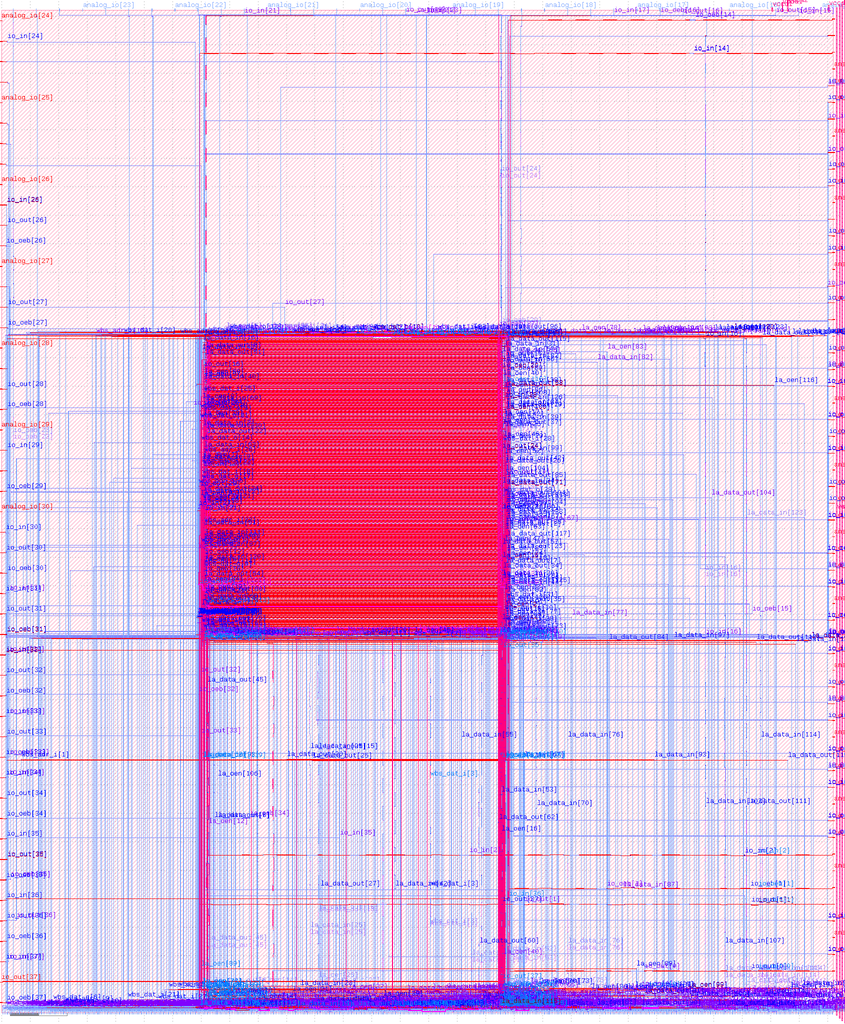
<source format=lef>
VERSION 5.7 ;
  NOWIREEXTENSIONATPIN ON ;
  DIVIDERCHAR "/" ;
  BUSBITCHARS "[]" ;
MACRO user_project_wrapper
  CLASS BLOCK ;
  FOREIGN user_project_wrapper ;
  ORIGIN 0.000 0.000 ;
  SIZE 2920.000 BY 3520.000 ;
  PIN analog_io[0]
    DIRECTION INOUT ;
    PORT
      LAYER met3 ;
        RECT 2917.600 28.980 2924.800 30.180 ;
    END
  END analog_io[0]
  PIN analog_io[10]
    DIRECTION INOUT ;
    PORT
      LAYER met3 ;
        RECT 2917.600 2374.980 2924.800 2376.180 ;
    END
  END analog_io[10]
  PIN analog_io[11]
    DIRECTION INOUT ;
    PORT
      LAYER met3 ;
        RECT 2917.600 2609.580 2924.800 2610.780 ;
    END
  END analog_io[11]
  PIN analog_io[12]
    DIRECTION INOUT ;
    PORT
      LAYER met3 ;
        RECT 2917.600 2844.180 2924.800 2845.380 ;
    END
  END analog_io[12]
  PIN analog_io[13]
    DIRECTION INOUT ;
    PORT
      LAYER met3 ;
        RECT 2917.600 3078.780 2924.800 3079.980 ;
    END
  END analog_io[13]
  PIN analog_io[14]
    DIRECTION INOUT ;
    PORT
      LAYER met3 ;
        RECT 2917.600 3313.380 2924.800 3314.580 ;
    END
  END analog_io[14]
  PIN analog_io[15]
    DIRECTION INOUT ;
    PORT
      LAYER met2 ;
        RECT 2879.090 3517.600 2879.650 3524.800 ;
    END
  END analog_io[15]
  PIN analog_io[16]
    DIRECTION INOUT ;
    PORT
      LAYER met2 ;
        RECT 2554.790 3517.600 2555.350 3524.800 ;
    END
  END analog_io[16]
  PIN analog_io[17]
    DIRECTION INOUT ;
    PORT
      LAYER met2 ;
        RECT 2230.490 3517.600 2231.050 3524.800 ;
    END
  END analog_io[17]
  PIN analog_io[18]
    DIRECTION INOUT ;
    PORT
      LAYER met2 ;
        RECT 1905.730 3517.600 1906.290 3524.800 ;
    END
  END analog_io[18]
  PIN analog_io[19]
    DIRECTION INOUT ;
    PORT
      LAYER met2 ;
        RECT 1581.430 3517.600 1581.990 3524.800 ;
    END
  END analog_io[19]
  PIN analog_io[1]
    DIRECTION INOUT ;
    PORT
      LAYER met3 ;
        RECT 2917.600 263.580 2924.800 264.780 ;
    END
  END analog_io[1]
  PIN analog_io[20]
    DIRECTION INOUT ;
    PORT
      LAYER met2 ;
        RECT 1257.130 3517.600 1257.690 3524.800 ;
    END
  END analog_io[20]
  PIN analog_io[21]
    DIRECTION INOUT ;
    PORT
      LAYER met2 ;
        RECT 932.370 3517.600 932.930 3524.800 ;
    END
  END analog_io[21]
  PIN analog_io[22]
    DIRECTION INOUT ;
    PORT
      LAYER met2 ;
        RECT 608.070 3517.600 608.630 3524.800 ;
    END
  END analog_io[22]
  PIN analog_io[23]
    DIRECTION INOUT ;
    PORT
      LAYER met2 ;
        RECT 283.770 3517.600 284.330 3524.800 ;
    END
  END analog_io[23]
  PIN analog_io[24]
    DIRECTION INOUT ;
    PORT
      LAYER met3 ;
        RECT -4.800 3482.700 2.400 3483.900 ;
    END
  END analog_io[24]
  PIN analog_io[25]
    DIRECTION INOUT ;
    PORT
      LAYER met3 ;
        RECT -4.800 3195.060 2.400 3196.260 ;
    END
  END analog_io[25]
  PIN analog_io[26]
    DIRECTION INOUT ;
    PORT
      LAYER met3 ;
        RECT -4.800 2908.100 2.400 2909.300 ;
    END
  END analog_io[26]
  PIN analog_io[27]
    DIRECTION INOUT ;
    PORT
      LAYER met3 ;
        RECT -4.800 2620.460 2.400 2621.660 ;
    END
  END analog_io[27]
  PIN analog_io[28]
    DIRECTION INOUT ;
    PORT
      LAYER met3 ;
        RECT -4.800 2333.500 2.400 2334.700 ;
    END
  END analog_io[28]
  PIN analog_io[29]
    DIRECTION INOUT ;
    PORT
      LAYER met3 ;
        RECT -4.800 2045.860 2.400 2047.060 ;
    END
  END analog_io[29]
  PIN analog_io[2]
    DIRECTION INOUT ;
    PORT
      LAYER met3 ;
        RECT 2917.600 498.180 2924.800 499.380 ;
    END
  END analog_io[2]
  PIN analog_io[30]
    DIRECTION INOUT ;
    PORT
      LAYER met3 ;
        RECT -4.800 1758.900 2.400 1760.100 ;
    END
  END analog_io[30]
  PIN analog_io[3]
    DIRECTION INOUT ;
    PORT
      LAYER met3 ;
        RECT 2917.600 732.780 2924.800 733.980 ;
    END
  END analog_io[3]
  PIN analog_io[4]
    DIRECTION INOUT ;
    PORT
      LAYER met3 ;
        RECT 2917.600 967.380 2924.800 968.580 ;
    END
  END analog_io[4]
  PIN analog_io[5]
    DIRECTION INOUT ;
    PORT
      LAYER met3 ;
        RECT 2917.600 1201.980 2924.800 1203.180 ;
    END
  END analog_io[5]
  PIN analog_io[6]
    DIRECTION INOUT ;
    PORT
      LAYER met3 ;
        RECT 2917.600 1436.580 2924.800 1437.780 ;
    END
  END analog_io[6]
  PIN analog_io[7]
    DIRECTION INOUT ;
    PORT
      LAYER met3 ;
        RECT 2917.600 1671.180 2924.800 1672.380 ;
    END
  END analog_io[7]
  PIN analog_io[8]
    DIRECTION INOUT ;
    PORT
      LAYER met3 ;
        RECT 2917.600 1905.780 2924.800 1906.980 ;
    END
  END analog_io[8]
  PIN analog_io[9]
    DIRECTION INOUT ;
    PORT
      LAYER met3 ;
        RECT 2917.600 2140.380 2924.800 2141.580 ;
    END
  END analog_io[9]
  PIN io_in[0]
    DIRECTION INPUT ;
    PORT
      LAYER met1 ;
        RECT 2380.110 84.560 2380.430 84.620 ;
        RECT 2414.610 84.560 2414.930 84.620 ;
        RECT 2380.110 84.420 2414.930 84.560 ;
        RECT 2380.110 84.360 2380.430 84.420 ;
        RECT 2414.610 84.360 2414.930 84.420 ;
        RECT 2476.710 84.220 2477.030 84.280 ;
        RECT 2511.210 84.220 2511.530 84.280 ;
        RECT 2476.710 84.080 2511.530 84.220 ;
        RECT 2476.710 84.020 2477.030 84.080 ;
        RECT 2511.210 84.020 2511.530 84.080 ;
        RECT 2705.330 83.880 2705.650 83.940 ;
        RECT 2729.250 83.880 2729.570 83.940 ;
        RECT 2705.330 83.740 2729.570 83.880 ;
        RECT 2705.330 83.680 2705.650 83.740 ;
        RECT 2729.250 83.680 2729.570 83.740 ;
        RECT 2235.210 83.540 2235.530 83.600 ;
        RECT 2246.250 83.540 2246.570 83.600 ;
        RECT 2235.210 83.400 2246.570 83.540 ;
        RECT 2235.210 83.340 2235.530 83.400 ;
        RECT 2246.250 83.340 2246.570 83.400 ;
      LAYER via ;
        RECT 2380.140 84.360 2380.400 84.620 ;
        RECT 2414.640 84.360 2414.900 84.620 ;
        RECT 2476.740 84.020 2477.000 84.280 ;
        RECT 2511.240 84.020 2511.500 84.280 ;
        RECT 2705.360 83.680 2705.620 83.940 ;
        RECT 2729.280 83.680 2729.540 83.940 ;
        RECT 2235.240 83.340 2235.500 83.600 ;
        RECT 2246.280 83.340 2246.540 83.600 ;
      LAYER met2 ;
        RECT 802.330 2380.835 802.610 2381.205 ;
        RECT 802.400 2377.880 802.540 2380.835 ;
        RECT 802.380 2373.880 802.660 2377.880 ;
        RECT 2221.430 85.155 2221.710 85.525 ;
        RECT 2607.830 85.155 2608.110 85.525 ;
        RECT 1849.750 84.050 1850.030 84.165 ;
        RECT 2139.550 84.050 2139.830 84.165 ;
        RECT 1848.900 83.910 1850.030 84.050 ;
        RECT 1848.900 83.485 1849.040 83.910 ;
        RECT 1849.750 83.795 1850.030 83.910 ;
        RECT 2138.700 83.910 2139.830 84.050 ;
        RECT 2138.700 83.485 2138.840 83.910 ;
        RECT 2139.550 83.795 2139.830 83.910 ;
        RECT 2221.500 83.485 2221.640 85.155 ;
        RECT 2318.030 84.475 2318.310 84.845 ;
        RECT 2246.270 83.795 2246.550 84.165 ;
        RECT 2246.340 83.630 2246.480 83.795 ;
        RECT 2235.240 83.485 2235.500 83.630 ;
        RECT 1848.830 83.115 1849.110 83.485 ;
        RECT 2138.630 83.115 2138.910 83.485 ;
        RECT 2221.430 83.115 2221.710 83.485 ;
        RECT 2235.230 83.115 2235.510 83.485 ;
        RECT 2246.280 83.310 2246.540 83.630 ;
        RECT 2318.100 82.125 2318.240 84.475 ;
        RECT 2380.140 84.330 2380.400 84.650 ;
        RECT 2414.630 84.475 2414.910 84.845 ;
        RECT 2511.230 84.475 2511.510 84.845 ;
        RECT 2414.640 84.330 2414.900 84.475 ;
        RECT 2380.200 84.165 2380.340 84.330 ;
        RECT 2511.300 84.310 2511.440 84.475 ;
        RECT 2476.740 84.165 2477.000 84.310 ;
        RECT 2380.130 83.795 2380.410 84.165 ;
        RECT 2476.730 83.795 2477.010 84.165 ;
        RECT 2511.240 83.990 2511.500 84.310 ;
        RECT 2607.900 83.485 2608.040 85.155 ;
        RECT 2655.670 84.730 2655.950 84.845 ;
        RECT 2655.280 84.590 2655.950 84.730 ;
        RECT 2655.280 84.165 2655.420 84.590 ;
        RECT 2655.670 84.475 2655.950 84.590 ;
        RECT 2655.210 83.795 2655.490 84.165 ;
        RECT 2705.350 83.795 2705.630 84.165 ;
        RECT 2705.360 83.650 2705.620 83.795 ;
        RECT 2729.280 83.650 2729.540 83.970 ;
        RECT 2729.340 83.485 2729.480 83.650 ;
        RECT 2607.830 83.115 2608.110 83.485 ;
        RECT 2729.270 83.115 2729.550 83.485 ;
        RECT 2318.030 81.755 2318.310 82.125 ;
      LAYER via2 ;
        RECT 802.330 2380.880 802.610 2381.160 ;
        RECT 2221.430 85.200 2221.710 85.480 ;
        RECT 2607.830 85.200 2608.110 85.480 ;
        RECT 1849.750 83.840 1850.030 84.120 ;
        RECT 2139.550 83.840 2139.830 84.120 ;
        RECT 2318.030 84.520 2318.310 84.800 ;
        RECT 2246.270 83.840 2246.550 84.120 ;
        RECT 1848.830 83.160 1849.110 83.440 ;
        RECT 2138.630 83.160 2138.910 83.440 ;
        RECT 2221.430 83.160 2221.710 83.440 ;
        RECT 2235.230 83.160 2235.510 83.440 ;
        RECT 2414.630 84.520 2414.910 84.800 ;
        RECT 2511.230 84.520 2511.510 84.800 ;
        RECT 2380.130 83.840 2380.410 84.120 ;
        RECT 2476.730 83.840 2477.010 84.120 ;
        RECT 2655.670 84.520 2655.950 84.800 ;
        RECT 2655.210 83.840 2655.490 84.120 ;
        RECT 2705.350 83.840 2705.630 84.120 ;
        RECT 2607.830 83.160 2608.110 83.440 ;
        RECT 2729.270 83.160 2729.550 83.440 ;
        RECT 2318.030 81.800 2318.310 82.080 ;
      LAYER met3 ;
        RECT 802.305 2381.170 802.635 2381.185 ;
        RECT 1783.230 2381.170 1783.610 2381.180 ;
        RECT 802.305 2380.870 1783.610 2381.170 ;
        RECT 802.305 2380.855 802.635 2380.870 ;
        RECT 1783.230 2380.860 1783.610 2380.870 ;
        RECT 2917.600 88.210 2924.800 88.660 ;
        RECT 2916.710 87.910 2924.800 88.210 ;
        RECT 1869.710 86.850 1870.090 86.860 ;
        RECT 1917.550 86.850 1917.930 86.860 ;
        RECT 1869.710 86.550 1917.930 86.850 ;
        RECT 1869.710 86.540 1870.090 86.550 ;
        RECT 1917.550 86.540 1917.930 86.550 ;
        RECT 1918.470 85.180 1918.850 85.500 ;
        RECT 2173.310 85.490 2173.690 85.500 ;
        RECT 2221.405 85.490 2221.735 85.505 ;
        RECT 2173.310 85.190 2221.735 85.490 ;
        RECT 2173.310 85.180 2173.690 85.190 ;
        RECT 1917.550 84.810 1917.930 84.820 ;
        RECT 1918.510 84.810 1918.810 85.180 ;
        RECT 2221.405 85.175 2221.735 85.190 ;
        RECT 2559.710 85.490 2560.090 85.500 ;
        RECT 2607.805 85.490 2608.135 85.505 ;
        RECT 2559.710 85.190 2608.135 85.490 ;
        RECT 2559.710 85.180 2560.090 85.190 ;
        RECT 2607.805 85.175 2608.135 85.190 ;
        RECT 1917.550 84.510 1918.810 84.810 ;
        RECT 1919.390 84.810 1919.770 84.820 ;
        RECT 2318.005 84.810 2318.335 84.825 ;
        RECT 2414.605 84.810 2414.935 84.825 ;
        RECT 2511.205 84.810 2511.535 84.825 ;
        RECT 2655.645 84.810 2655.975 84.825 ;
        RECT 2752.910 84.810 2753.290 84.820 ;
        RECT 1919.390 84.510 1994.250 84.810 ;
        RECT 1917.550 84.500 1917.930 84.510 ;
        RECT 1919.390 84.500 1919.770 84.510 ;
        RECT 1849.725 84.130 1850.055 84.145 ;
        RECT 1869.710 84.130 1870.090 84.140 ;
        RECT 1849.725 83.830 1870.090 84.130 ;
        RECT 1993.950 84.130 1994.250 84.510 ;
        RECT 2042.710 84.510 2090.850 84.810 ;
        RECT 1993.950 83.830 2042.090 84.130 ;
        RECT 1849.725 83.815 1850.055 83.830 ;
        RECT 1869.710 83.820 1870.090 83.830 ;
        RECT 1783.230 83.450 1783.610 83.460 ;
        RECT 1848.805 83.450 1849.135 83.465 ;
        RECT 1783.230 83.150 1849.135 83.450 ;
        RECT 2041.790 83.450 2042.090 83.830 ;
        RECT 2042.710 83.450 2043.010 84.510 ;
        RECT 2041.790 83.150 2043.010 83.450 ;
        RECT 2090.550 83.450 2090.850 84.510 ;
        RECT 2318.005 84.510 2332.810 84.810 ;
        RECT 2318.005 84.495 2318.335 84.510 ;
        RECT 2139.525 84.130 2139.855 84.145 ;
        RECT 2173.310 84.130 2173.690 84.140 ;
        RECT 2139.525 83.830 2173.690 84.130 ;
        RECT 2139.525 83.815 2139.855 83.830 ;
        RECT 2173.310 83.820 2173.690 83.830 ;
        RECT 2246.245 84.130 2246.575 84.145 ;
        RECT 2269.910 84.130 2270.290 84.140 ;
        RECT 2246.245 83.830 2270.290 84.130 ;
        RECT 2332.510 84.130 2332.810 84.510 ;
        RECT 2414.605 84.510 2429.410 84.810 ;
        RECT 2414.605 84.495 2414.935 84.510 ;
        RECT 2380.105 84.130 2380.435 84.145 ;
        RECT 2332.510 83.830 2380.435 84.130 ;
        RECT 2429.110 84.130 2429.410 84.510 ;
        RECT 2511.205 84.510 2526.010 84.810 ;
        RECT 2511.205 84.495 2511.535 84.510 ;
        RECT 2476.705 84.130 2477.035 84.145 ;
        RECT 2429.110 83.830 2477.035 84.130 ;
        RECT 2525.710 84.130 2526.010 84.510 ;
        RECT 2655.645 84.510 2669.530 84.810 ;
        RECT 2655.645 84.495 2655.975 84.510 ;
        RECT 2559.710 84.130 2560.090 84.140 ;
        RECT 2525.710 83.830 2560.090 84.130 ;
        RECT 2246.245 83.815 2246.575 83.830 ;
        RECT 2269.910 83.820 2270.290 83.830 ;
        RECT 2380.105 83.815 2380.435 83.830 ;
        RECT 2476.705 83.815 2477.035 83.830 ;
        RECT 2559.710 83.820 2560.090 83.830 ;
        RECT 2608.470 84.130 2608.850 84.140 ;
        RECT 2655.185 84.130 2655.515 84.145 ;
        RECT 2608.470 83.830 2655.515 84.130 ;
        RECT 2608.470 83.820 2608.850 83.830 ;
        RECT 2655.185 83.815 2655.515 83.830 ;
        RECT 2669.230 83.960 2669.530 84.510 ;
        RECT 2752.910 84.510 2836.050 84.810 ;
        RECT 2752.910 84.500 2753.290 84.510 ;
        RECT 2705.325 84.130 2705.655 84.145 ;
        RECT 2671.070 83.960 2705.655 84.130 ;
        RECT 2669.230 83.830 2705.655 83.960 ;
        RECT 2835.750 84.130 2836.050 84.510 ;
        RECT 2916.710 84.130 2917.010 87.910 ;
        RECT 2917.600 87.460 2924.800 87.910 ;
        RECT 2835.750 83.830 2883.890 84.130 ;
        RECT 2669.230 83.660 2671.370 83.830 ;
        RECT 2705.325 83.815 2705.655 83.830 ;
        RECT 2138.605 83.450 2138.935 83.465 ;
        RECT 2090.550 83.150 2138.935 83.450 ;
        RECT 1783.230 83.140 1783.610 83.150 ;
        RECT 1848.805 83.135 1849.135 83.150 ;
        RECT 2138.605 83.135 2138.935 83.150 ;
        RECT 2221.405 83.450 2221.735 83.465 ;
        RECT 2235.205 83.450 2235.535 83.465 ;
        RECT 2221.405 83.150 2235.535 83.450 ;
        RECT 2221.405 83.135 2221.735 83.150 ;
        RECT 2235.205 83.135 2235.535 83.150 ;
        RECT 2607.805 83.450 2608.135 83.465 ;
        RECT 2608.470 83.450 2608.850 83.460 ;
        RECT 2607.805 83.150 2608.850 83.450 ;
        RECT 2607.805 83.135 2608.135 83.150 ;
        RECT 2608.470 83.140 2608.850 83.150 ;
        RECT 2729.245 83.450 2729.575 83.465 ;
        RECT 2752.910 83.450 2753.290 83.460 ;
        RECT 2729.245 83.150 2753.290 83.450 ;
        RECT 2883.590 83.450 2883.890 83.830 ;
        RECT 2884.510 83.830 2917.010 84.130 ;
        RECT 2884.510 83.450 2884.810 83.830 ;
        RECT 2883.590 83.150 2884.810 83.450 ;
        RECT 2729.245 83.135 2729.575 83.150 ;
        RECT 2752.910 83.140 2753.290 83.150 ;
        RECT 2269.910 82.090 2270.290 82.100 ;
        RECT 2318.005 82.090 2318.335 82.105 ;
        RECT 2269.910 81.790 2318.335 82.090 ;
        RECT 2269.910 81.780 2270.290 81.790 ;
        RECT 2318.005 81.775 2318.335 81.790 ;
      LAYER via3 ;
        RECT 1783.260 2380.860 1783.580 2381.180 ;
        RECT 1869.740 86.540 1870.060 86.860 ;
        RECT 1917.580 86.540 1917.900 86.860 ;
        RECT 1918.500 85.180 1918.820 85.500 ;
        RECT 2173.340 85.180 2173.660 85.500 ;
        RECT 1917.580 84.500 1917.900 84.820 ;
        RECT 2559.740 85.180 2560.060 85.500 ;
        RECT 1919.420 84.500 1919.740 84.820 ;
        RECT 1869.740 83.820 1870.060 84.140 ;
        RECT 1783.260 83.140 1783.580 83.460 ;
        RECT 2173.340 83.820 2173.660 84.140 ;
        RECT 2269.940 83.820 2270.260 84.140 ;
        RECT 2559.740 83.820 2560.060 84.140 ;
        RECT 2608.500 83.820 2608.820 84.140 ;
        RECT 2752.940 84.500 2753.260 84.820 ;
        RECT 2608.500 83.140 2608.820 83.460 ;
        RECT 2752.940 83.140 2753.260 83.460 ;
        RECT 2269.940 81.780 2270.260 82.100 ;
      LAYER met4 ;
        RECT 1783.255 2380.855 1783.585 2381.185 ;
        RECT 1783.270 83.465 1783.570 2380.855 ;
        RECT 1869.735 86.535 1870.065 86.865 ;
        RECT 1917.575 86.535 1917.905 86.865 ;
        RECT 1918.510 86.550 1919.730 86.850 ;
        RECT 1869.750 84.145 1870.050 86.535 ;
        RECT 1917.590 84.825 1917.890 86.535 ;
        RECT 1918.510 85.505 1918.810 86.550 ;
        RECT 1918.495 85.175 1918.825 85.505 ;
        RECT 1919.430 84.825 1919.730 86.550 ;
        RECT 2173.335 85.175 2173.665 85.505 ;
        RECT 2559.735 85.175 2560.065 85.505 ;
        RECT 1917.575 84.495 1917.905 84.825 ;
        RECT 1919.415 84.495 1919.745 84.825 ;
        RECT 2173.350 84.145 2173.650 85.175 ;
        RECT 2559.750 84.145 2560.050 85.175 ;
        RECT 2752.935 84.495 2753.265 84.825 ;
        RECT 1869.735 83.815 1870.065 84.145 ;
        RECT 2173.335 83.815 2173.665 84.145 ;
        RECT 2269.935 83.815 2270.265 84.145 ;
        RECT 2559.735 83.815 2560.065 84.145 ;
        RECT 2608.495 83.815 2608.825 84.145 ;
        RECT 1783.255 83.135 1783.585 83.465 ;
        RECT 2269.950 82.105 2270.250 83.815 ;
        RECT 2608.510 83.465 2608.810 83.815 ;
        RECT 2752.950 83.465 2753.250 84.495 ;
        RECT 2608.495 83.135 2608.825 83.465 ;
        RECT 2752.935 83.135 2753.265 83.465 ;
        RECT 2269.935 81.775 2270.265 82.105 ;
    END
  END io_in[0]
  PIN io_in[10]
    DIRECTION INPUT ;
    PORT
      LAYER met1 ;
        RECT 1778.430 2429.200 1778.750 2429.260 ;
        RECT 2900.830 2429.200 2901.150 2429.260 ;
        RECT 1778.430 2429.060 2901.150 2429.200 ;
        RECT 1778.430 2429.000 1778.750 2429.060 ;
        RECT 2900.830 2429.000 2901.150 2429.060 ;
        RECT 1767.390 1715.540 1767.710 1715.600 ;
        RECT 1778.430 1715.540 1778.750 1715.600 ;
        RECT 1767.390 1715.400 1778.750 1715.540 ;
        RECT 1767.390 1715.340 1767.710 1715.400 ;
        RECT 1778.430 1715.340 1778.750 1715.400 ;
      LAYER via ;
        RECT 1778.460 2429.000 1778.720 2429.260 ;
        RECT 2900.860 2429.000 2901.120 2429.260 ;
        RECT 1767.420 1715.340 1767.680 1715.600 ;
        RECT 1778.460 1715.340 1778.720 1715.600 ;
      LAYER met2 ;
        RECT 2900.850 2433.875 2901.130 2434.245 ;
        RECT 2900.920 2429.290 2901.060 2433.875 ;
        RECT 1778.460 2428.970 1778.720 2429.290 ;
        RECT 2900.860 2428.970 2901.120 2429.290 ;
        RECT 1778.520 1715.630 1778.660 2428.970 ;
        RECT 1767.420 1715.485 1767.680 1715.630 ;
        RECT 1767.410 1715.115 1767.690 1715.485 ;
        RECT 1778.460 1715.310 1778.720 1715.630 ;
      LAYER via2 ;
        RECT 2900.850 2433.920 2901.130 2434.200 ;
        RECT 1767.410 1715.160 1767.690 1715.440 ;
      LAYER met3 ;
        RECT 2900.825 2434.210 2901.155 2434.225 ;
        RECT 2917.600 2434.210 2924.800 2434.660 ;
        RECT 2900.825 2433.910 2924.800 2434.210 ;
        RECT 2900.825 2433.895 2901.155 2433.910 ;
        RECT 2917.600 2433.460 2924.800 2433.910 ;
        RECT 1755.835 1715.450 1759.835 1715.455 ;
        RECT 1767.385 1715.450 1767.715 1715.465 ;
        RECT 1755.835 1715.150 1767.715 1715.450 ;
        RECT 1755.835 1714.855 1759.835 1715.150 ;
        RECT 1767.385 1715.135 1767.715 1715.150 ;
    END
  END io_in[10]
  PIN io_in[11]
    DIRECTION INPUT ;
    PORT
      LAYER met1 ;
        RECT 1517.610 2663.800 1517.930 2663.860 ;
        RECT 2900.830 2663.800 2901.150 2663.860 ;
        RECT 1517.610 2663.660 2901.150 2663.800 ;
        RECT 1517.610 2663.600 1517.930 2663.660 ;
        RECT 2900.830 2663.600 2901.150 2663.660 ;
        RECT 1513.470 2388.060 1513.790 2388.120 ;
        RECT 1517.610 2388.060 1517.930 2388.120 ;
        RECT 1513.470 2387.920 1517.930 2388.060 ;
        RECT 1513.470 2387.860 1513.790 2387.920 ;
        RECT 1517.610 2387.860 1517.930 2387.920 ;
      LAYER via ;
        RECT 1517.640 2663.600 1517.900 2663.860 ;
        RECT 2900.860 2663.600 2901.120 2663.860 ;
        RECT 1513.500 2387.860 1513.760 2388.120 ;
        RECT 1517.640 2387.860 1517.900 2388.120 ;
      LAYER met2 ;
        RECT 2900.850 2669.155 2901.130 2669.525 ;
        RECT 2900.920 2663.890 2901.060 2669.155 ;
        RECT 1517.640 2663.570 1517.900 2663.890 ;
        RECT 2900.860 2663.570 2901.120 2663.890 ;
        RECT 1517.700 2388.150 1517.840 2663.570 ;
        RECT 1513.500 2387.830 1513.760 2388.150 ;
        RECT 1517.640 2387.830 1517.900 2388.150 ;
        RECT 1513.560 2377.880 1513.700 2387.830 ;
        RECT 1513.540 2373.880 1513.820 2377.880 ;
      LAYER via2 ;
        RECT 2900.850 2669.200 2901.130 2669.480 ;
      LAYER met3 ;
        RECT 2900.825 2669.490 2901.155 2669.505 ;
        RECT 2917.600 2669.490 2924.800 2669.940 ;
        RECT 2900.825 2669.190 2924.800 2669.490 ;
        RECT 2900.825 2669.175 2901.155 2669.190 ;
        RECT 2917.600 2668.740 2924.800 2669.190 ;
    END
  END io_in[11]
  PIN io_in[12]
    DIRECTION INPUT ;
    PORT
      LAYER met1 ;
        RECT 1777.050 2898.400 1777.370 2898.460 ;
        RECT 2900.830 2898.400 2901.150 2898.460 ;
        RECT 1777.050 2898.260 2901.150 2898.400 ;
        RECT 1777.050 2898.200 1777.370 2898.260 ;
        RECT 2900.830 2898.200 2901.150 2898.260 ;
        RECT 1487.710 1322.840 1488.030 1322.900 ;
        RECT 1777.050 1322.840 1777.370 1322.900 ;
        RECT 1487.710 1322.700 1777.370 1322.840 ;
        RECT 1487.710 1322.640 1488.030 1322.700 ;
        RECT 1777.050 1322.640 1777.370 1322.700 ;
      LAYER via ;
        RECT 1777.080 2898.200 1777.340 2898.460 ;
        RECT 2900.860 2898.200 2901.120 2898.460 ;
        RECT 1487.740 1322.640 1488.000 1322.900 ;
        RECT 1777.080 1322.640 1777.340 1322.900 ;
      LAYER met2 ;
        RECT 2900.850 2903.755 2901.130 2904.125 ;
        RECT 2900.920 2898.490 2901.060 2903.755 ;
        RECT 1777.080 2898.170 1777.340 2898.490 ;
        RECT 2900.860 2898.170 2901.120 2898.490 ;
        RECT 1487.780 1323.135 1488.060 1327.135 ;
        RECT 1487.800 1322.930 1487.940 1323.135 ;
        RECT 1777.140 1322.930 1777.280 2898.170 ;
        RECT 1487.740 1322.610 1488.000 1322.930 ;
        RECT 1777.080 1322.610 1777.340 1322.930 ;
      LAYER via2 ;
        RECT 2900.850 2903.800 2901.130 2904.080 ;
      LAYER met3 ;
        RECT 2900.825 2904.090 2901.155 2904.105 ;
        RECT 2917.600 2904.090 2924.800 2904.540 ;
        RECT 2900.825 2903.790 2924.800 2904.090 ;
        RECT 2900.825 2903.775 2901.155 2903.790 ;
        RECT 2917.600 2903.340 2924.800 2903.790 ;
    END
  END io_in[12]
  PIN io_in[13]
    DIRECTION INPUT ;
    PORT
      LAYER met1 ;
        RECT 708.930 3133.000 709.250 3133.060 ;
        RECT 2900.830 3133.000 2901.150 3133.060 ;
        RECT 708.930 3132.860 2901.150 3133.000 ;
        RECT 708.930 3132.800 709.250 3132.860 ;
        RECT 2900.830 3132.800 2901.150 3132.860 ;
      LAYER via ;
        RECT 708.960 3132.800 709.220 3133.060 ;
        RECT 2900.860 3132.800 2901.120 3133.060 ;
      LAYER met2 ;
        RECT 2900.850 3138.355 2901.130 3138.725 ;
        RECT 2900.920 3133.090 2901.060 3138.355 ;
        RECT 708.960 3132.770 709.220 3133.090 ;
        RECT 2900.860 3132.770 2901.120 3133.090 ;
        RECT 709.020 1908.605 709.160 3132.770 ;
        RECT 708.950 1908.235 709.230 1908.605 ;
      LAYER via2 ;
        RECT 2900.850 3138.400 2901.130 3138.680 ;
        RECT 708.950 1908.280 709.230 1908.560 ;
      LAYER met3 ;
        RECT 2900.825 3138.690 2901.155 3138.705 ;
        RECT 2917.600 3138.690 2924.800 3139.140 ;
        RECT 2900.825 3138.390 2924.800 3138.690 ;
        RECT 2900.825 3138.375 2901.155 3138.390 ;
        RECT 2917.600 3137.940 2924.800 3138.390 ;
        RECT 708.925 1908.570 709.255 1908.585 ;
        RECT 715.810 1908.570 719.810 1908.575 ;
        RECT 708.925 1908.270 719.810 1908.570 ;
        RECT 708.925 1908.255 709.255 1908.270 ;
        RECT 715.810 1907.975 719.810 1908.270 ;
    END
  END io_in[13]
  PIN io_in[14]
    DIRECTION INPUT ;
    PORT
      LAYER met1 ;
        RECT 2415.070 3368.960 2415.390 3369.020 ;
        RECT 2429.330 3368.960 2429.650 3369.020 ;
        RECT 2415.070 3368.820 2429.650 3368.960 ;
        RECT 2415.070 3368.760 2415.390 3368.820 ;
        RECT 2429.330 3368.760 2429.650 3368.820 ;
      LAYER via ;
        RECT 2415.100 3368.760 2415.360 3369.020 ;
        RECT 2429.360 3368.760 2429.620 3369.020 ;
      LAYER met2 ;
        RECT 2415.090 3368.875 2415.370 3369.245 ;
        RECT 2415.100 3368.730 2415.360 3368.875 ;
        RECT 2429.360 3368.730 2429.620 3369.050 ;
        RECT 1800.530 3368.195 1800.810 3368.565 ;
        RECT 1800.600 3367.770 1800.740 3368.195 ;
        RECT 2429.420 3367.885 2429.560 3368.730 ;
        RECT 1800.990 3367.770 1801.270 3367.885 ;
        RECT 1800.600 3367.630 1801.270 3367.770 ;
        RECT 1800.990 3367.515 1801.270 3367.630 ;
        RECT 2429.350 3367.515 2429.630 3367.885 ;
      LAYER via2 ;
        RECT 2415.090 3368.920 2415.370 3369.200 ;
        RECT 1800.530 3368.240 1800.810 3368.520 ;
        RECT 1800.990 3367.560 1801.270 3367.840 ;
        RECT 2429.350 3367.560 2429.630 3367.840 ;
      LAYER met3 ;
        RECT 2917.600 3373.290 2924.800 3373.740 ;
        RECT 2916.710 3372.990 2924.800 3373.290 ;
        RECT 695.790 3369.210 696.170 3369.220 ;
        RECT 2415.065 3369.210 2415.395 3369.225 ;
        RECT 695.790 3368.910 710.850 3369.210 ;
        RECT 695.790 3368.900 696.170 3368.910 ;
        RECT 710.550 3368.530 710.850 3368.910 ;
        RECT 759.310 3368.910 807.450 3369.210 ;
        RECT 710.550 3368.230 758.690 3368.530 ;
        RECT 758.390 3367.850 758.690 3368.230 ;
        RECT 759.310 3367.850 759.610 3368.910 ;
        RECT 807.150 3368.530 807.450 3368.910 ;
        RECT 855.910 3368.910 904.050 3369.210 ;
        RECT 807.150 3368.230 855.290 3368.530 ;
        RECT 758.390 3367.550 759.610 3367.850 ;
        RECT 854.990 3367.850 855.290 3368.230 ;
        RECT 855.910 3367.850 856.210 3368.910 ;
        RECT 903.750 3368.530 904.050 3368.910 ;
        RECT 952.510 3368.910 1000.650 3369.210 ;
        RECT 903.750 3368.230 951.890 3368.530 ;
        RECT 854.990 3367.550 856.210 3367.850 ;
        RECT 951.590 3367.850 951.890 3368.230 ;
        RECT 952.510 3367.850 952.810 3368.910 ;
        RECT 1000.350 3368.530 1000.650 3368.910 ;
        RECT 1049.110 3368.910 1097.250 3369.210 ;
        RECT 1000.350 3368.230 1048.490 3368.530 ;
        RECT 951.590 3367.550 952.810 3367.850 ;
        RECT 1048.190 3367.850 1048.490 3368.230 ;
        RECT 1049.110 3367.850 1049.410 3368.910 ;
        RECT 1096.950 3368.530 1097.250 3368.910 ;
        RECT 1145.710 3368.910 1193.850 3369.210 ;
        RECT 1096.950 3368.230 1145.090 3368.530 ;
        RECT 1048.190 3367.550 1049.410 3367.850 ;
        RECT 1144.790 3367.850 1145.090 3368.230 ;
        RECT 1145.710 3367.850 1146.010 3368.910 ;
        RECT 1193.550 3368.530 1193.850 3368.910 ;
        RECT 1242.310 3368.910 1290.450 3369.210 ;
        RECT 1193.550 3368.230 1241.690 3368.530 ;
        RECT 1144.790 3367.550 1146.010 3367.850 ;
        RECT 1241.390 3367.850 1241.690 3368.230 ;
        RECT 1242.310 3367.850 1242.610 3368.910 ;
        RECT 1290.150 3368.530 1290.450 3368.910 ;
        RECT 1338.910 3368.910 1387.050 3369.210 ;
        RECT 1290.150 3368.230 1338.290 3368.530 ;
        RECT 1241.390 3367.550 1242.610 3367.850 ;
        RECT 1337.990 3367.850 1338.290 3368.230 ;
        RECT 1338.910 3367.850 1339.210 3368.910 ;
        RECT 1386.750 3368.530 1387.050 3368.910 ;
        RECT 1435.510 3368.910 1483.650 3369.210 ;
        RECT 1386.750 3368.230 1434.890 3368.530 ;
        RECT 1337.990 3367.550 1339.210 3367.850 ;
        RECT 1434.590 3367.850 1434.890 3368.230 ;
        RECT 1435.510 3367.850 1435.810 3368.910 ;
        RECT 1483.350 3368.530 1483.650 3368.910 ;
        RECT 1532.110 3368.910 1580.250 3369.210 ;
        RECT 1483.350 3368.230 1531.490 3368.530 ;
        RECT 1434.590 3367.550 1435.810 3367.850 ;
        RECT 1531.190 3367.850 1531.490 3368.230 ;
        RECT 1532.110 3367.850 1532.410 3368.910 ;
        RECT 1579.950 3368.530 1580.250 3368.910 ;
        RECT 1628.710 3368.910 1676.850 3369.210 ;
        RECT 1579.950 3368.230 1628.090 3368.530 ;
        RECT 1531.190 3367.550 1532.410 3367.850 ;
        RECT 1627.790 3367.850 1628.090 3368.230 ;
        RECT 1628.710 3367.850 1629.010 3368.910 ;
        RECT 1676.550 3368.530 1676.850 3368.910 ;
        RECT 1725.310 3368.910 1787.250 3369.210 ;
        RECT 1676.550 3368.230 1724.690 3368.530 ;
        RECT 1627.790 3367.550 1629.010 3367.850 ;
        RECT 1724.390 3367.850 1724.690 3368.230 ;
        RECT 1725.310 3367.850 1725.610 3368.910 ;
        RECT 1786.950 3368.530 1787.250 3368.910 ;
        RECT 1869.750 3368.910 1917.890 3369.210 ;
        RECT 1800.505 3368.530 1800.835 3368.545 ;
        RECT 1786.950 3368.230 1800.835 3368.530 ;
        RECT 1800.505 3368.215 1800.835 3368.230 ;
        RECT 1724.390 3367.550 1725.610 3367.850 ;
        RECT 1800.965 3367.850 1801.295 3367.865 ;
        RECT 1869.750 3367.850 1870.050 3368.910 ;
        RECT 1800.965 3367.550 1870.050 3367.850 ;
        RECT 1917.590 3367.850 1917.890 3368.910 ;
        RECT 1918.510 3368.910 1966.650 3369.210 ;
        RECT 1918.510 3367.850 1918.810 3368.910 ;
        RECT 1966.350 3368.530 1966.650 3368.910 ;
        RECT 2015.110 3368.910 2063.250 3369.210 ;
        RECT 1966.350 3368.230 2014.490 3368.530 ;
        RECT 1917.590 3367.550 1918.810 3367.850 ;
        RECT 2014.190 3367.850 2014.490 3368.230 ;
        RECT 2015.110 3367.850 2015.410 3368.910 ;
        RECT 2062.950 3368.530 2063.250 3368.910 ;
        RECT 2111.710 3368.910 2159.850 3369.210 ;
        RECT 2062.950 3368.230 2111.090 3368.530 ;
        RECT 2014.190 3367.550 2015.410 3367.850 ;
        RECT 2110.790 3367.850 2111.090 3368.230 ;
        RECT 2111.710 3367.850 2112.010 3368.910 ;
        RECT 2159.550 3368.530 2159.850 3368.910 ;
        RECT 2208.310 3368.910 2256.450 3369.210 ;
        RECT 2159.550 3368.230 2207.690 3368.530 ;
        RECT 2110.790 3367.550 2112.010 3367.850 ;
        RECT 2207.390 3367.850 2207.690 3368.230 ;
        RECT 2208.310 3367.850 2208.610 3368.910 ;
        RECT 2256.150 3368.530 2256.450 3368.910 ;
        RECT 2304.910 3368.910 2353.050 3369.210 ;
        RECT 2256.150 3368.230 2304.290 3368.530 ;
        RECT 2207.390 3367.550 2208.610 3367.850 ;
        RECT 2303.990 3367.850 2304.290 3368.230 ;
        RECT 2304.910 3367.850 2305.210 3368.910 ;
        RECT 2352.750 3368.530 2353.050 3368.910 ;
        RECT 2401.510 3368.910 2415.395 3369.210 ;
        RECT 2352.750 3368.230 2400.890 3368.530 ;
        RECT 2303.990 3367.550 2305.210 3367.850 ;
        RECT 2400.590 3367.850 2400.890 3368.230 ;
        RECT 2401.510 3367.850 2401.810 3368.910 ;
        RECT 2415.065 3368.895 2415.395 3368.910 ;
        RECT 2463.110 3369.210 2463.490 3369.220 ;
        RECT 2463.110 3368.910 2546.250 3369.210 ;
        RECT 2463.110 3368.900 2463.490 3368.910 ;
        RECT 2545.950 3368.530 2546.250 3368.910 ;
        RECT 2594.710 3368.910 2642.850 3369.210 ;
        RECT 2545.950 3368.230 2594.090 3368.530 ;
        RECT 2400.590 3367.550 2401.810 3367.850 ;
        RECT 2429.325 3367.850 2429.655 3367.865 ;
        RECT 2463.110 3367.850 2463.490 3367.860 ;
        RECT 2429.325 3367.550 2463.490 3367.850 ;
        RECT 2593.790 3367.850 2594.090 3368.230 ;
        RECT 2594.710 3367.850 2595.010 3368.910 ;
        RECT 2642.550 3368.530 2642.850 3368.910 ;
        RECT 2691.310 3368.910 2739.450 3369.210 ;
        RECT 2642.550 3368.230 2690.690 3368.530 ;
        RECT 2593.790 3367.550 2595.010 3367.850 ;
        RECT 2690.390 3367.850 2690.690 3368.230 ;
        RECT 2691.310 3367.850 2691.610 3368.910 ;
        RECT 2739.150 3368.530 2739.450 3368.910 ;
        RECT 2787.910 3368.910 2836.050 3369.210 ;
        RECT 2739.150 3368.230 2787.290 3368.530 ;
        RECT 2690.390 3367.550 2691.610 3367.850 ;
        RECT 2786.990 3367.850 2787.290 3368.230 ;
        RECT 2787.910 3367.850 2788.210 3368.910 ;
        RECT 2835.750 3368.530 2836.050 3368.910 ;
        RECT 2916.710 3368.530 2917.010 3372.990 ;
        RECT 2917.600 3372.540 2924.800 3372.990 ;
        RECT 2835.750 3368.230 2883.890 3368.530 ;
        RECT 2786.990 3367.550 2788.210 3367.850 ;
        RECT 2883.590 3367.850 2883.890 3368.230 ;
        RECT 2884.510 3368.230 2917.010 3368.530 ;
        RECT 2884.510 3367.850 2884.810 3368.230 ;
        RECT 2883.590 3367.550 2884.810 3367.850 ;
        RECT 1800.965 3367.535 1801.295 3367.550 ;
        RECT 2429.325 3367.535 2429.655 3367.550 ;
        RECT 2463.110 3367.540 2463.490 3367.550 ;
        RECT 695.790 1497.850 696.170 1497.860 ;
        RECT 715.810 1497.850 719.810 1497.855 ;
        RECT 695.790 1497.550 719.810 1497.850 ;
        RECT 695.790 1497.540 696.170 1497.550 ;
        RECT 715.810 1497.255 719.810 1497.550 ;
      LAYER via3 ;
        RECT 695.820 3368.900 696.140 3369.220 ;
        RECT 2463.140 3368.900 2463.460 3369.220 ;
        RECT 2463.140 3367.540 2463.460 3367.860 ;
        RECT 695.820 1497.540 696.140 1497.860 ;
      LAYER met4 ;
        RECT 695.815 3368.895 696.145 3369.225 ;
        RECT 2463.135 3368.895 2463.465 3369.225 ;
        RECT 695.830 1497.865 696.130 3368.895 ;
        RECT 2463.150 3367.865 2463.450 3368.895 ;
        RECT 2463.135 3367.535 2463.465 3367.865 ;
        RECT 695.815 1497.535 696.145 1497.865 ;
    END
  END io_in[14]
  PIN io_in[15]
    DIRECTION INPUT ;
    PORT
      LAYER met1 ;
        RECT 862.110 3501.560 862.430 3501.620 ;
        RECT 2798.250 3501.560 2798.570 3501.620 ;
        RECT 862.110 3501.420 2798.570 3501.560 ;
        RECT 862.110 3501.360 862.430 3501.420 ;
        RECT 2798.250 3501.360 2798.570 3501.420 ;
      LAYER via ;
        RECT 862.140 3501.360 862.400 3501.620 ;
        RECT 2798.280 3501.360 2798.540 3501.620 ;
      LAYER met2 ;
        RECT 2798.130 3517.600 2798.690 3524.800 ;
        RECT 2798.340 3501.650 2798.480 3517.600 ;
        RECT 862.140 3501.330 862.400 3501.650 ;
        RECT 2798.280 3501.330 2798.540 3501.650 ;
        RECT 860.340 2377.690 860.620 2377.880 ;
        RECT 862.200 2377.690 862.340 3501.330 ;
        RECT 860.340 2377.550 862.340 2377.690 ;
        RECT 860.340 2373.880 860.620 2377.550 ;
    END
  END io_in[15]
  PIN io_in[16]
    DIRECTION INPUT ;
    PORT
      LAYER li1 ;
        RECT 2470.345 3332.765 2470.515 3380.875 ;
        RECT 2470.345 3236.205 2470.515 3284.315 ;
        RECT 2471.265 3139.645 2471.435 3187.755 ;
        RECT 2471.265 3043.085 2471.435 3091.195 ;
        RECT 2471.265 2946.525 2471.435 2994.635 ;
        RECT 2470.805 2815.285 2470.975 2849.455 ;
        RECT 2471.725 2214.845 2471.895 2270.095 ;
        RECT 2472.185 2118.285 2472.355 2166.395 ;
        RECT 2471.265 2021.725 2471.435 2069.835 ;
        RECT 2471.265 1883.685 2471.435 1931.795 ;
        RECT 2472.185 1787.125 2472.355 1835.235 ;
        RECT 2471.725 1690.565 2471.895 1738.675 ;
        RECT 2471.265 1594.005 2471.435 1642.115 ;
        RECT 2470.805 1497.445 2470.975 1545.555 ;
      LAYER mcon ;
        RECT 2470.345 3380.705 2470.515 3380.875 ;
        RECT 2470.345 3284.145 2470.515 3284.315 ;
        RECT 2471.265 3187.585 2471.435 3187.755 ;
        RECT 2471.265 3091.025 2471.435 3091.195 ;
        RECT 2471.265 2994.465 2471.435 2994.635 ;
        RECT 2470.805 2849.285 2470.975 2849.455 ;
        RECT 2471.725 2269.925 2471.895 2270.095 ;
        RECT 2472.185 2166.225 2472.355 2166.395 ;
        RECT 2471.265 2069.665 2471.435 2069.835 ;
        RECT 2471.265 1931.625 2471.435 1931.795 ;
        RECT 2472.185 1835.065 2472.355 1835.235 ;
        RECT 2471.725 1738.505 2471.895 1738.675 ;
        RECT 2471.265 1641.945 2471.435 1642.115 ;
        RECT 2470.805 1545.385 2470.975 1545.555 ;
      LAYER met1 ;
        RECT 2470.270 3380.860 2470.590 3380.920 ;
        RECT 2470.075 3380.720 2470.590 3380.860 ;
        RECT 2470.270 3380.660 2470.590 3380.720 ;
        RECT 2470.285 3332.920 2470.575 3332.965 ;
        RECT 2471.190 3332.920 2471.510 3332.980 ;
        RECT 2470.285 3332.780 2471.510 3332.920 ;
        RECT 2470.285 3332.735 2470.575 3332.780 ;
        RECT 2471.190 3332.720 2471.510 3332.780 ;
        RECT 2470.270 3284.300 2470.590 3284.360 ;
        RECT 2470.075 3284.160 2470.590 3284.300 ;
        RECT 2470.270 3284.100 2470.590 3284.160 ;
        RECT 2470.285 3236.360 2470.575 3236.405 ;
        RECT 2470.730 3236.360 2471.050 3236.420 ;
        RECT 2470.285 3236.220 2471.050 3236.360 ;
        RECT 2470.285 3236.175 2470.575 3236.220 ;
        RECT 2470.730 3236.160 2471.050 3236.220 ;
        RECT 2471.205 3187.740 2471.495 3187.785 ;
        RECT 2471.650 3187.740 2471.970 3187.800 ;
        RECT 2471.205 3187.600 2471.970 3187.740 ;
        RECT 2471.205 3187.555 2471.495 3187.600 ;
        RECT 2471.650 3187.540 2471.970 3187.600 ;
        RECT 2471.190 3139.800 2471.510 3139.860 ;
        RECT 2470.995 3139.660 2471.510 3139.800 ;
        RECT 2471.190 3139.600 2471.510 3139.660 ;
        RECT 2471.205 3091.180 2471.495 3091.225 ;
        RECT 2471.650 3091.180 2471.970 3091.240 ;
        RECT 2471.205 3091.040 2471.970 3091.180 ;
        RECT 2471.205 3090.995 2471.495 3091.040 ;
        RECT 2471.650 3090.980 2471.970 3091.040 ;
        RECT 2471.190 3043.240 2471.510 3043.300 ;
        RECT 2470.995 3043.100 2471.510 3043.240 ;
        RECT 2471.190 3043.040 2471.510 3043.100 ;
        RECT 2471.205 2994.620 2471.495 2994.665 ;
        RECT 2471.650 2994.620 2471.970 2994.680 ;
        RECT 2471.205 2994.480 2471.970 2994.620 ;
        RECT 2471.205 2994.435 2471.495 2994.480 ;
        RECT 2471.650 2994.420 2471.970 2994.480 ;
        RECT 2471.190 2946.680 2471.510 2946.740 ;
        RECT 2470.995 2946.540 2471.510 2946.680 ;
        RECT 2471.190 2946.480 2471.510 2946.540 ;
        RECT 2470.270 2900.440 2470.590 2900.500 ;
        RECT 2471.190 2900.440 2471.510 2900.500 ;
        RECT 2470.270 2900.300 2471.510 2900.440 ;
        RECT 2470.270 2900.240 2470.590 2900.300 ;
        RECT 2471.190 2900.240 2471.510 2900.300 ;
        RECT 2470.730 2849.440 2471.050 2849.500 ;
        RECT 2470.535 2849.300 2471.050 2849.440 ;
        RECT 2470.730 2849.240 2471.050 2849.300 ;
        RECT 2470.745 2815.440 2471.035 2815.485 ;
        RECT 2471.650 2815.440 2471.970 2815.500 ;
        RECT 2470.745 2815.300 2471.970 2815.440 ;
        RECT 2470.745 2815.255 2471.035 2815.300 ;
        RECT 2471.650 2815.240 2471.970 2815.300 ;
        RECT 2470.730 2753.220 2471.050 2753.280 ;
        RECT 2472.110 2753.220 2472.430 2753.280 ;
        RECT 2470.730 2753.080 2472.430 2753.220 ;
        RECT 2470.730 2753.020 2471.050 2753.080 ;
        RECT 2472.110 2753.020 2472.430 2753.080 ;
        RECT 2472.110 2719.220 2472.430 2719.280 ;
        RECT 2471.740 2719.080 2472.430 2719.220 ;
        RECT 2471.740 2718.600 2471.880 2719.080 ;
        RECT 2472.110 2719.020 2472.430 2719.080 ;
        RECT 2471.650 2718.340 2471.970 2718.600 ;
        RECT 2470.730 2656.660 2471.050 2656.720 ;
        RECT 2472.110 2656.660 2472.430 2656.720 ;
        RECT 2470.730 2656.520 2472.430 2656.660 ;
        RECT 2470.730 2656.460 2471.050 2656.520 ;
        RECT 2472.110 2656.460 2472.430 2656.520 ;
        RECT 2472.110 2622.660 2472.430 2622.720 ;
        RECT 2471.740 2622.520 2472.430 2622.660 ;
        RECT 2471.740 2622.040 2471.880 2622.520 ;
        RECT 2472.110 2622.460 2472.430 2622.520 ;
        RECT 2471.650 2621.780 2471.970 2622.040 ;
        RECT 2470.730 2560.100 2471.050 2560.160 ;
        RECT 2472.110 2560.100 2472.430 2560.160 ;
        RECT 2470.730 2559.960 2472.430 2560.100 ;
        RECT 2470.730 2559.900 2471.050 2559.960 ;
        RECT 2472.110 2559.900 2472.430 2559.960 ;
        RECT 2472.110 2526.100 2472.430 2526.160 ;
        RECT 2471.740 2525.960 2472.430 2526.100 ;
        RECT 2471.740 2525.480 2471.880 2525.960 ;
        RECT 2472.110 2525.900 2472.430 2525.960 ;
        RECT 2471.650 2525.220 2471.970 2525.480 ;
        RECT 2471.190 2428.860 2471.510 2428.920 ;
        RECT 2471.190 2428.720 2471.880 2428.860 ;
        RECT 2471.190 2428.660 2471.510 2428.720 ;
        RECT 2471.740 2428.580 2471.880 2428.720 ;
        RECT 2471.650 2428.320 2471.970 2428.580 ;
        RECT 2471.650 2414.920 2471.970 2414.980 ;
        RECT 2472.570 2414.920 2472.890 2414.980 ;
        RECT 2471.650 2414.780 2472.890 2414.920 ;
        RECT 2471.650 2414.720 2471.970 2414.780 ;
        RECT 2472.570 2414.720 2472.890 2414.780 ;
        RECT 2471.190 2332.100 2471.510 2332.360 ;
        RECT 2471.280 2331.960 2471.420 2332.100 ;
        RECT 2472.110 2331.960 2472.430 2332.020 ;
        RECT 2471.280 2331.820 2472.430 2331.960 ;
        RECT 2472.110 2331.760 2472.430 2331.820 ;
        RECT 2471.190 2284.020 2471.510 2284.080 ;
        RECT 2472.110 2284.020 2472.430 2284.080 ;
        RECT 2471.190 2283.880 2472.430 2284.020 ;
        RECT 2471.190 2283.820 2471.510 2283.880 ;
        RECT 2472.110 2283.820 2472.430 2283.880 ;
        RECT 2471.650 2270.080 2471.970 2270.140 ;
        RECT 2471.455 2269.940 2471.970 2270.080 ;
        RECT 2471.650 2269.880 2471.970 2269.940 ;
        RECT 2471.665 2215.000 2471.955 2215.045 ;
        RECT 2472.110 2215.000 2472.430 2215.060 ;
        RECT 2471.665 2214.860 2472.430 2215.000 ;
        RECT 2471.665 2214.815 2471.955 2214.860 ;
        RECT 2472.110 2214.800 2472.430 2214.860 ;
        RECT 2471.190 2187.460 2471.510 2187.520 ;
        RECT 2472.110 2187.460 2472.430 2187.520 ;
        RECT 2471.190 2187.320 2472.430 2187.460 ;
        RECT 2471.190 2187.260 2471.510 2187.320 ;
        RECT 2472.110 2187.260 2472.430 2187.320 ;
        RECT 2472.110 2166.380 2472.430 2166.440 ;
        RECT 2471.915 2166.240 2472.430 2166.380 ;
        RECT 2472.110 2166.180 2472.430 2166.240 ;
        RECT 2472.125 2118.440 2472.415 2118.485 ;
        RECT 2472.570 2118.440 2472.890 2118.500 ;
        RECT 2472.125 2118.300 2472.890 2118.440 ;
        RECT 2472.125 2118.255 2472.415 2118.300 ;
        RECT 2472.570 2118.240 2472.890 2118.300 ;
        RECT 2471.190 2077.640 2471.510 2077.700 ;
        RECT 2472.570 2077.640 2472.890 2077.700 ;
        RECT 2471.190 2077.500 2472.890 2077.640 ;
        RECT 2471.190 2077.440 2471.510 2077.500 ;
        RECT 2472.570 2077.440 2472.890 2077.500 ;
        RECT 2471.190 2069.820 2471.510 2069.880 ;
        RECT 2470.995 2069.680 2471.510 2069.820 ;
        RECT 2471.190 2069.620 2471.510 2069.680 ;
        RECT 2471.205 2021.880 2471.495 2021.925 ;
        RECT 2472.110 2021.880 2472.430 2021.940 ;
        RECT 2471.205 2021.740 2472.430 2021.880 ;
        RECT 2471.205 2021.695 2471.495 2021.740 ;
        RECT 2472.110 2021.680 2472.430 2021.740 ;
        RECT 2471.190 1931.780 2471.510 1931.840 ;
        RECT 2470.995 1931.640 2471.510 1931.780 ;
        RECT 2471.190 1931.580 2471.510 1931.640 ;
        RECT 2471.205 1883.840 2471.495 1883.885 ;
        RECT 2472.570 1883.840 2472.890 1883.900 ;
        RECT 2471.205 1883.700 2472.890 1883.840 ;
        RECT 2471.205 1883.655 2471.495 1883.700 ;
        RECT 2472.570 1883.640 2472.890 1883.700 ;
        RECT 2471.650 1849.160 2471.970 1849.220 ;
        RECT 2472.570 1849.160 2472.890 1849.220 ;
        RECT 2471.650 1849.020 2472.890 1849.160 ;
        RECT 2471.650 1848.960 2471.970 1849.020 ;
        RECT 2472.570 1848.960 2472.890 1849.020 ;
        RECT 2472.125 1835.220 2472.415 1835.265 ;
        RECT 2472.570 1835.220 2472.890 1835.280 ;
        RECT 2472.125 1835.080 2472.890 1835.220 ;
        RECT 2472.125 1835.035 2472.415 1835.080 ;
        RECT 2472.570 1835.020 2472.890 1835.080 ;
        RECT 2472.110 1787.280 2472.430 1787.340 ;
        RECT 2471.915 1787.140 2472.430 1787.280 ;
        RECT 2472.110 1787.080 2472.430 1787.140 ;
        RECT 2471.190 1752.600 2471.510 1752.660 ;
        RECT 2472.110 1752.600 2472.430 1752.660 ;
        RECT 2471.190 1752.460 2472.430 1752.600 ;
        RECT 2471.190 1752.400 2471.510 1752.460 ;
        RECT 2472.110 1752.400 2472.430 1752.460 ;
        RECT 2471.665 1738.660 2471.955 1738.705 ;
        RECT 2472.110 1738.660 2472.430 1738.720 ;
        RECT 2471.665 1738.520 2472.430 1738.660 ;
        RECT 2471.665 1738.475 2471.955 1738.520 ;
        RECT 2472.110 1738.460 2472.430 1738.520 ;
        RECT 2471.650 1690.720 2471.970 1690.780 ;
        RECT 2471.455 1690.580 2471.970 1690.720 ;
        RECT 2471.650 1690.520 2471.970 1690.580 ;
        RECT 2471.190 1642.100 2471.510 1642.160 ;
        RECT 2470.995 1641.960 2471.510 1642.100 ;
        RECT 2471.190 1641.900 2471.510 1641.960 ;
        RECT 2471.205 1594.160 2471.495 1594.205 ;
        RECT 2472.110 1594.160 2472.430 1594.220 ;
        RECT 2471.205 1594.020 2472.430 1594.160 ;
        RECT 2471.205 1593.975 2471.495 1594.020 ;
        RECT 2472.110 1593.960 2472.430 1594.020 ;
        RECT 2470.730 1559.480 2471.050 1559.540 ;
        RECT 2472.110 1559.480 2472.430 1559.540 ;
        RECT 2470.730 1559.340 2472.430 1559.480 ;
        RECT 2470.730 1559.280 2471.050 1559.340 ;
        RECT 2472.110 1559.280 2472.430 1559.340 ;
        RECT 2470.730 1545.540 2471.050 1545.600 ;
        RECT 2470.730 1545.400 2471.245 1545.540 ;
        RECT 2470.730 1545.340 2471.050 1545.400 ;
        RECT 2470.745 1497.600 2471.035 1497.645 ;
        RECT 2472.110 1497.600 2472.430 1497.660 ;
        RECT 2470.745 1497.460 2472.430 1497.600 ;
        RECT 2470.745 1497.415 2471.035 1497.460 ;
        RECT 2472.110 1497.400 2472.430 1497.460 ;
        RECT 2471.190 1462.920 2471.510 1462.980 ;
        RECT 2472.110 1462.920 2472.430 1462.980 ;
        RECT 2471.190 1462.780 2472.430 1462.920 ;
        RECT 2471.190 1462.720 2471.510 1462.780 ;
        RECT 2472.110 1462.720 2472.430 1462.780 ;
        RECT 926.510 1320.460 926.830 1320.520 ;
        RECT 2471.650 1320.460 2471.970 1320.520 ;
        RECT 926.510 1320.320 2471.970 1320.460 ;
        RECT 926.510 1320.260 926.830 1320.320 ;
        RECT 2471.650 1320.260 2471.970 1320.320 ;
      LAYER via ;
        RECT 2470.300 3380.660 2470.560 3380.920 ;
        RECT 2471.220 3332.720 2471.480 3332.980 ;
        RECT 2470.300 3284.100 2470.560 3284.360 ;
        RECT 2470.760 3236.160 2471.020 3236.420 ;
        RECT 2471.680 3187.540 2471.940 3187.800 ;
        RECT 2471.220 3139.600 2471.480 3139.860 ;
        RECT 2471.680 3090.980 2471.940 3091.240 ;
        RECT 2471.220 3043.040 2471.480 3043.300 ;
        RECT 2471.680 2994.420 2471.940 2994.680 ;
        RECT 2471.220 2946.480 2471.480 2946.740 ;
        RECT 2470.300 2900.240 2470.560 2900.500 ;
        RECT 2471.220 2900.240 2471.480 2900.500 ;
        RECT 2470.760 2849.240 2471.020 2849.500 ;
        RECT 2471.680 2815.240 2471.940 2815.500 ;
        RECT 2470.760 2753.020 2471.020 2753.280 ;
        RECT 2472.140 2753.020 2472.400 2753.280 ;
        RECT 2472.140 2719.020 2472.400 2719.280 ;
        RECT 2471.680 2718.340 2471.940 2718.600 ;
        RECT 2470.760 2656.460 2471.020 2656.720 ;
        RECT 2472.140 2656.460 2472.400 2656.720 ;
        RECT 2472.140 2622.460 2472.400 2622.720 ;
        RECT 2471.680 2621.780 2471.940 2622.040 ;
        RECT 2470.760 2559.900 2471.020 2560.160 ;
        RECT 2472.140 2559.900 2472.400 2560.160 ;
        RECT 2472.140 2525.900 2472.400 2526.160 ;
        RECT 2471.680 2525.220 2471.940 2525.480 ;
        RECT 2471.220 2428.660 2471.480 2428.920 ;
        RECT 2471.680 2428.320 2471.940 2428.580 ;
        RECT 2471.680 2414.720 2471.940 2414.980 ;
        RECT 2472.600 2414.720 2472.860 2414.980 ;
        RECT 2471.220 2332.100 2471.480 2332.360 ;
        RECT 2472.140 2331.760 2472.400 2332.020 ;
        RECT 2471.220 2283.820 2471.480 2284.080 ;
        RECT 2472.140 2283.820 2472.400 2284.080 ;
        RECT 2471.680 2269.880 2471.940 2270.140 ;
        RECT 2472.140 2214.800 2472.400 2215.060 ;
        RECT 2471.220 2187.260 2471.480 2187.520 ;
        RECT 2472.140 2187.260 2472.400 2187.520 ;
        RECT 2472.140 2166.180 2472.400 2166.440 ;
        RECT 2472.600 2118.240 2472.860 2118.500 ;
        RECT 2471.220 2077.440 2471.480 2077.700 ;
        RECT 2472.600 2077.440 2472.860 2077.700 ;
        RECT 2471.220 2069.620 2471.480 2069.880 ;
        RECT 2472.140 2021.680 2472.400 2021.940 ;
        RECT 2471.220 1931.580 2471.480 1931.840 ;
        RECT 2472.600 1883.640 2472.860 1883.900 ;
        RECT 2471.680 1848.960 2471.940 1849.220 ;
        RECT 2472.600 1848.960 2472.860 1849.220 ;
        RECT 2472.600 1835.020 2472.860 1835.280 ;
        RECT 2472.140 1787.080 2472.400 1787.340 ;
        RECT 2471.220 1752.400 2471.480 1752.660 ;
        RECT 2472.140 1752.400 2472.400 1752.660 ;
        RECT 2472.140 1738.460 2472.400 1738.720 ;
        RECT 2471.680 1690.520 2471.940 1690.780 ;
        RECT 2471.220 1641.900 2471.480 1642.160 ;
        RECT 2472.140 1593.960 2472.400 1594.220 ;
        RECT 2470.760 1559.280 2471.020 1559.540 ;
        RECT 2472.140 1559.280 2472.400 1559.540 ;
        RECT 2470.760 1545.340 2471.020 1545.600 ;
        RECT 2472.140 1497.400 2472.400 1497.660 ;
        RECT 2471.220 1462.720 2471.480 1462.980 ;
        RECT 2472.140 1462.720 2472.400 1462.980 ;
        RECT 926.540 1320.260 926.800 1320.520 ;
        RECT 2471.680 1320.260 2471.940 1320.520 ;
      LAYER met2 ;
        RECT 2473.830 3517.600 2474.390 3524.800 ;
        RECT 2474.040 3517.370 2474.180 3517.600 ;
        RECT 2474.040 3517.230 2475.100 3517.370 ;
        RECT 2474.960 3430.445 2475.100 3517.230 ;
        RECT 2474.890 3430.075 2475.170 3430.445 ;
        RECT 2471.210 3429.395 2471.490 3429.765 ;
        RECT 2471.280 3394.970 2471.420 3429.395 ;
        RECT 2470.360 3394.830 2471.420 3394.970 ;
        RECT 2470.360 3380.950 2470.500 3394.830 ;
        RECT 2470.300 3380.630 2470.560 3380.950 ;
        RECT 2471.220 3332.690 2471.480 3333.010 ;
        RECT 2471.280 3298.410 2471.420 3332.690 ;
        RECT 2470.360 3298.270 2471.420 3298.410 ;
        RECT 2470.360 3284.390 2470.500 3298.270 ;
        RECT 2470.300 3284.070 2470.560 3284.390 ;
        RECT 2470.760 3236.130 2471.020 3236.450 ;
        RECT 2470.820 3201.850 2470.960 3236.130 ;
        RECT 2470.820 3201.710 2471.880 3201.850 ;
        RECT 2471.740 3187.830 2471.880 3201.710 ;
        RECT 2471.680 3187.510 2471.940 3187.830 ;
        RECT 2471.220 3139.570 2471.480 3139.890 ;
        RECT 2471.280 3105.290 2471.420 3139.570 ;
        RECT 2471.280 3105.150 2471.880 3105.290 ;
        RECT 2471.740 3091.270 2471.880 3105.150 ;
        RECT 2471.680 3090.950 2471.940 3091.270 ;
        RECT 2471.220 3043.010 2471.480 3043.330 ;
        RECT 2471.280 3008.730 2471.420 3043.010 ;
        RECT 2471.280 3008.590 2471.880 3008.730 ;
        RECT 2471.740 2994.710 2471.880 3008.590 ;
        RECT 2471.680 2994.390 2471.940 2994.710 ;
        RECT 2471.220 2946.450 2471.480 2946.770 ;
        RECT 2471.280 2900.530 2471.420 2946.450 ;
        RECT 2470.300 2900.210 2470.560 2900.530 ;
        RECT 2471.220 2900.210 2471.480 2900.530 ;
        RECT 2470.360 2863.210 2470.500 2900.210 ;
        RECT 2470.360 2863.070 2470.960 2863.210 ;
        RECT 2470.820 2849.530 2470.960 2863.070 ;
        RECT 2470.760 2849.210 2471.020 2849.530 ;
        RECT 2471.680 2815.210 2471.940 2815.530 ;
        RECT 2471.740 2801.445 2471.880 2815.210 ;
        RECT 2470.750 2801.075 2471.030 2801.445 ;
        RECT 2471.670 2801.075 2471.950 2801.445 ;
        RECT 2470.820 2753.310 2470.960 2801.075 ;
        RECT 2470.760 2752.990 2471.020 2753.310 ;
        RECT 2472.140 2752.990 2472.400 2753.310 ;
        RECT 2472.200 2719.310 2472.340 2752.990 ;
        RECT 2472.140 2718.990 2472.400 2719.310 ;
        RECT 2471.680 2718.310 2471.940 2718.630 ;
        RECT 2471.740 2704.885 2471.880 2718.310 ;
        RECT 2470.750 2704.515 2471.030 2704.885 ;
        RECT 2471.670 2704.515 2471.950 2704.885 ;
        RECT 2470.820 2656.750 2470.960 2704.515 ;
        RECT 2470.760 2656.430 2471.020 2656.750 ;
        RECT 2472.140 2656.430 2472.400 2656.750 ;
        RECT 2472.200 2622.750 2472.340 2656.430 ;
        RECT 2472.140 2622.430 2472.400 2622.750 ;
        RECT 2471.680 2621.750 2471.940 2622.070 ;
        RECT 2471.740 2608.325 2471.880 2621.750 ;
        RECT 2470.750 2607.955 2471.030 2608.325 ;
        RECT 2471.670 2607.955 2471.950 2608.325 ;
        RECT 2470.820 2560.190 2470.960 2607.955 ;
        RECT 2470.760 2559.870 2471.020 2560.190 ;
        RECT 2472.140 2559.870 2472.400 2560.190 ;
        RECT 2472.200 2526.190 2472.340 2559.870 ;
        RECT 2472.140 2525.870 2472.400 2526.190 ;
        RECT 2471.680 2525.190 2471.940 2525.510 ;
        RECT 2471.740 2476.970 2471.880 2525.190 ;
        RECT 2470.820 2476.830 2471.880 2476.970 ;
        RECT 2470.820 2438.890 2470.960 2476.830 ;
        RECT 2470.820 2438.750 2471.420 2438.890 ;
        RECT 2471.280 2428.950 2471.420 2438.750 ;
        RECT 2471.220 2428.630 2471.480 2428.950 ;
        RECT 2471.680 2428.290 2471.940 2428.610 ;
        RECT 2471.740 2415.010 2471.880 2428.290 ;
        RECT 2471.680 2414.690 2471.940 2415.010 ;
        RECT 2472.600 2414.690 2472.860 2415.010 ;
        RECT 2472.660 2366.925 2472.800 2414.690 ;
        RECT 2471.210 2366.555 2471.490 2366.925 ;
        RECT 2472.590 2366.555 2472.870 2366.925 ;
        RECT 2471.280 2332.390 2471.420 2366.555 ;
        RECT 2471.220 2332.070 2471.480 2332.390 ;
        RECT 2472.140 2331.730 2472.400 2332.050 ;
        RECT 2472.200 2284.110 2472.340 2331.730 ;
        RECT 2471.220 2283.850 2471.480 2284.110 ;
        RECT 2471.220 2283.790 2471.880 2283.850 ;
        RECT 2472.140 2283.790 2472.400 2284.110 ;
        RECT 2471.280 2283.710 2471.880 2283.790 ;
        RECT 2471.740 2270.170 2471.880 2283.710 ;
        RECT 2471.680 2269.850 2471.940 2270.170 ;
        RECT 2472.140 2214.770 2472.400 2215.090 ;
        RECT 2472.200 2187.550 2472.340 2214.770 ;
        RECT 2471.220 2187.290 2471.480 2187.550 ;
        RECT 2472.140 2187.290 2472.400 2187.550 ;
        RECT 2471.220 2187.230 2472.400 2187.290 ;
        RECT 2471.280 2187.150 2472.340 2187.230 ;
        RECT 2472.200 2166.470 2472.340 2187.150 ;
        RECT 2472.140 2166.150 2472.400 2166.470 ;
        RECT 2472.600 2118.210 2472.860 2118.530 ;
        RECT 2472.660 2077.730 2472.800 2118.210 ;
        RECT 2471.220 2077.410 2471.480 2077.730 ;
        RECT 2472.600 2077.410 2472.860 2077.730 ;
        RECT 2471.280 2069.910 2471.420 2077.410 ;
        RECT 2471.220 2069.590 2471.480 2069.910 ;
        RECT 2472.140 2021.650 2472.400 2021.970 ;
        RECT 2472.200 1994.170 2472.340 2021.650 ;
        RECT 2471.280 1994.030 2472.340 1994.170 ;
        RECT 2471.280 1931.870 2471.420 1994.030 ;
        RECT 2471.220 1931.550 2471.480 1931.870 ;
        RECT 2472.600 1883.610 2472.860 1883.930 ;
        RECT 2472.660 1849.330 2472.800 1883.610 ;
        RECT 2471.740 1849.250 2472.800 1849.330 ;
        RECT 2471.680 1849.190 2472.860 1849.250 ;
        RECT 2471.680 1848.930 2471.940 1849.190 ;
        RECT 2472.600 1848.930 2472.860 1849.190 ;
        RECT 2472.660 1835.310 2472.800 1848.930 ;
        RECT 2472.600 1834.990 2472.860 1835.310 ;
        RECT 2472.140 1787.050 2472.400 1787.370 ;
        RECT 2472.200 1752.770 2472.340 1787.050 ;
        RECT 2471.280 1752.690 2472.340 1752.770 ;
        RECT 2471.220 1752.630 2472.400 1752.690 ;
        RECT 2471.220 1752.370 2471.480 1752.630 ;
        RECT 2472.140 1752.370 2472.400 1752.630 ;
        RECT 2472.200 1738.750 2472.340 1752.370 ;
        RECT 2472.140 1738.430 2472.400 1738.750 ;
        RECT 2471.680 1690.490 2471.940 1690.810 ;
        RECT 2471.740 1656.210 2471.880 1690.490 ;
        RECT 2471.280 1656.070 2471.880 1656.210 ;
        RECT 2471.280 1642.190 2471.420 1656.070 ;
        RECT 2471.220 1641.870 2471.480 1642.190 ;
        RECT 2472.140 1593.930 2472.400 1594.250 ;
        RECT 2472.200 1559.570 2472.340 1593.930 ;
        RECT 2470.760 1559.250 2471.020 1559.570 ;
        RECT 2472.140 1559.250 2472.400 1559.570 ;
        RECT 2470.820 1545.630 2470.960 1559.250 ;
        RECT 2470.760 1545.310 2471.020 1545.630 ;
        RECT 2472.140 1497.370 2472.400 1497.690 ;
        RECT 2472.200 1463.010 2472.340 1497.370 ;
        RECT 2471.220 1462.690 2471.480 1463.010 ;
        RECT 2472.140 1462.690 2472.400 1463.010 ;
        RECT 2471.280 1414.810 2471.420 1462.690 ;
        RECT 2471.280 1414.670 2471.880 1414.810 ;
        RECT 926.580 1323.135 926.860 1327.135 ;
        RECT 926.600 1320.550 926.740 1323.135 ;
        RECT 2471.740 1320.550 2471.880 1414.670 ;
        RECT 926.540 1320.230 926.800 1320.550 ;
        RECT 2471.680 1320.230 2471.940 1320.550 ;
      LAYER via2 ;
        RECT 2474.890 3430.120 2475.170 3430.400 ;
        RECT 2471.210 3429.440 2471.490 3429.720 ;
        RECT 2470.750 2801.120 2471.030 2801.400 ;
        RECT 2471.670 2801.120 2471.950 2801.400 ;
        RECT 2470.750 2704.560 2471.030 2704.840 ;
        RECT 2471.670 2704.560 2471.950 2704.840 ;
        RECT 2470.750 2608.000 2471.030 2608.280 ;
        RECT 2471.670 2608.000 2471.950 2608.280 ;
        RECT 2471.210 2366.600 2471.490 2366.880 ;
        RECT 2472.590 2366.600 2472.870 2366.880 ;
      LAYER met3 ;
        RECT 2474.865 3430.410 2475.195 3430.425 ;
        RECT 2470.510 3430.110 2475.195 3430.410 ;
        RECT 2470.510 3429.730 2470.810 3430.110 ;
        RECT 2474.865 3430.095 2475.195 3430.110 ;
        RECT 2471.185 3429.730 2471.515 3429.745 ;
        RECT 2470.510 3429.430 2471.515 3429.730 ;
        RECT 2471.185 3429.415 2471.515 3429.430 ;
        RECT 2470.725 2801.410 2471.055 2801.425 ;
        RECT 2471.645 2801.410 2471.975 2801.425 ;
        RECT 2470.725 2801.110 2471.975 2801.410 ;
        RECT 2470.725 2801.095 2471.055 2801.110 ;
        RECT 2471.645 2801.095 2471.975 2801.110 ;
        RECT 2470.725 2704.850 2471.055 2704.865 ;
        RECT 2471.645 2704.850 2471.975 2704.865 ;
        RECT 2470.725 2704.550 2471.975 2704.850 ;
        RECT 2470.725 2704.535 2471.055 2704.550 ;
        RECT 2471.645 2704.535 2471.975 2704.550 ;
        RECT 2470.725 2608.290 2471.055 2608.305 ;
        RECT 2471.645 2608.290 2471.975 2608.305 ;
        RECT 2470.725 2607.990 2471.975 2608.290 ;
        RECT 2470.725 2607.975 2471.055 2607.990 ;
        RECT 2471.645 2607.975 2471.975 2607.990 ;
        RECT 2471.185 2366.890 2471.515 2366.905 ;
        RECT 2472.565 2366.890 2472.895 2366.905 ;
        RECT 2471.185 2366.590 2472.895 2366.890 ;
        RECT 2471.185 2366.575 2471.515 2366.590 ;
        RECT 2472.565 2366.575 2472.895 2366.590 ;
    END
  END io_in[16]
  PIN io_in[17]
    DIRECTION INPUT ;
    PORT
      LAYER met1 ;
        RECT 1331.310 3503.260 1331.630 3503.320 ;
        RECT 2149.190 3503.260 2149.510 3503.320 ;
        RECT 1331.310 3503.120 2149.510 3503.260 ;
        RECT 1331.310 3503.060 1331.630 3503.120 ;
        RECT 2149.190 3503.060 2149.510 3503.120 ;
      LAYER via ;
        RECT 1331.340 3503.060 1331.600 3503.320 ;
        RECT 2149.220 3503.060 2149.480 3503.320 ;
      LAYER met2 ;
        RECT 2149.070 3517.600 2149.630 3524.800 ;
        RECT 2149.280 3503.350 2149.420 3517.600 ;
        RECT 1331.340 3503.030 1331.600 3503.350 ;
        RECT 2149.220 3503.030 2149.480 3503.350 ;
        RECT 1328.620 2377.010 1328.900 2377.880 ;
        RECT 1331.400 2377.010 1331.540 3503.030 ;
        RECT 1328.620 2376.870 1331.540 2377.010 ;
        RECT 1328.620 2373.880 1328.900 2376.870 ;
    END
  END io_in[17]
  PIN io_in[18]
    DIRECTION INPUT ;
    PORT
      LAYER li1 ;
        RECT 1822.205 3332.765 1822.375 3380.875 ;
        RECT 1821.745 3236.205 1821.915 3284.315 ;
        RECT 1822.665 3139.645 1822.835 3187.755 ;
        RECT 1822.665 3043.085 1822.835 3091.195 ;
        RECT 1822.665 2946.525 1822.835 2994.635 ;
        RECT 1822.205 2815.285 1822.375 2849.455 ;
        RECT 1822.205 2428.365 1822.375 2463.215 ;
        RECT 1822.205 2318.885 1822.375 2366.655 ;
        RECT 1822.665 2235.245 1822.835 2265.675 ;
        RECT 1824.045 2084.965 1824.215 2125.255 ;
        RECT 1824.045 2028.525 1824.215 2076.975 ;
        RECT 1822.665 1883.685 1822.835 1931.795 ;
        RECT 1823.125 1594.345 1823.295 1642.115 ;
        RECT 1823.125 1497.785 1823.295 1545.555 ;
        RECT 1822.665 1462.425 1822.835 1463.275 ;
      LAYER mcon ;
        RECT 1822.205 3380.705 1822.375 3380.875 ;
        RECT 1821.745 3284.145 1821.915 3284.315 ;
        RECT 1822.665 3187.585 1822.835 3187.755 ;
        RECT 1822.665 3091.025 1822.835 3091.195 ;
        RECT 1822.665 2994.465 1822.835 2994.635 ;
        RECT 1822.205 2849.285 1822.375 2849.455 ;
        RECT 1822.205 2463.045 1822.375 2463.215 ;
        RECT 1822.205 2366.485 1822.375 2366.655 ;
        RECT 1822.665 2265.505 1822.835 2265.675 ;
        RECT 1824.045 2125.085 1824.215 2125.255 ;
        RECT 1824.045 2076.805 1824.215 2076.975 ;
        RECT 1822.665 1931.625 1822.835 1931.795 ;
        RECT 1823.125 1641.945 1823.295 1642.115 ;
        RECT 1823.125 1545.385 1823.295 1545.555 ;
        RECT 1822.665 1463.105 1822.835 1463.275 ;
      LAYER met1 ;
        RECT 1822.130 3464.160 1822.450 3464.220 ;
        RECT 1825.350 3464.160 1825.670 3464.220 ;
        RECT 1822.130 3464.020 1825.670 3464.160 ;
        RECT 1822.130 3463.960 1822.450 3464.020 ;
        RECT 1825.350 3463.960 1825.670 3464.020 ;
        RECT 1822.130 3380.860 1822.450 3380.920 ;
        RECT 1821.935 3380.720 1822.450 3380.860 ;
        RECT 1822.130 3380.660 1822.450 3380.720 ;
        RECT 1822.145 3332.920 1822.435 3332.965 ;
        RECT 1822.590 3332.920 1822.910 3332.980 ;
        RECT 1822.145 3332.780 1822.910 3332.920 ;
        RECT 1822.145 3332.735 1822.435 3332.780 ;
        RECT 1822.590 3332.720 1822.910 3332.780 ;
        RECT 1821.670 3284.300 1821.990 3284.360 ;
        RECT 1821.475 3284.160 1821.990 3284.300 ;
        RECT 1821.670 3284.100 1821.990 3284.160 ;
        RECT 1821.685 3236.360 1821.975 3236.405 ;
        RECT 1822.130 3236.360 1822.450 3236.420 ;
        RECT 1821.685 3236.220 1822.450 3236.360 ;
        RECT 1821.685 3236.175 1821.975 3236.220 ;
        RECT 1822.130 3236.160 1822.450 3236.220 ;
        RECT 1822.605 3187.740 1822.895 3187.785 ;
        RECT 1823.050 3187.740 1823.370 3187.800 ;
        RECT 1822.605 3187.600 1823.370 3187.740 ;
        RECT 1822.605 3187.555 1822.895 3187.600 ;
        RECT 1823.050 3187.540 1823.370 3187.600 ;
        RECT 1822.590 3139.800 1822.910 3139.860 ;
        RECT 1822.395 3139.660 1822.910 3139.800 ;
        RECT 1822.590 3139.600 1822.910 3139.660 ;
        RECT 1822.605 3091.180 1822.895 3091.225 ;
        RECT 1823.050 3091.180 1823.370 3091.240 ;
        RECT 1822.605 3091.040 1823.370 3091.180 ;
        RECT 1822.605 3090.995 1822.895 3091.040 ;
        RECT 1823.050 3090.980 1823.370 3091.040 ;
        RECT 1822.590 3043.240 1822.910 3043.300 ;
        RECT 1822.395 3043.100 1822.910 3043.240 ;
        RECT 1822.590 3043.040 1822.910 3043.100 ;
        RECT 1822.605 2994.620 1822.895 2994.665 ;
        RECT 1823.050 2994.620 1823.370 2994.680 ;
        RECT 1822.605 2994.480 1823.370 2994.620 ;
        RECT 1822.605 2994.435 1822.895 2994.480 ;
        RECT 1823.050 2994.420 1823.370 2994.480 ;
        RECT 1822.590 2946.680 1822.910 2946.740 ;
        RECT 1822.395 2946.540 1822.910 2946.680 ;
        RECT 1822.590 2946.480 1822.910 2946.540 ;
        RECT 1821.670 2900.440 1821.990 2900.500 ;
        RECT 1822.590 2900.440 1822.910 2900.500 ;
        RECT 1821.670 2900.300 1822.910 2900.440 ;
        RECT 1821.670 2900.240 1821.990 2900.300 ;
        RECT 1822.590 2900.240 1822.910 2900.300 ;
        RECT 1822.130 2849.440 1822.450 2849.500 ;
        RECT 1821.935 2849.300 1822.450 2849.440 ;
        RECT 1822.130 2849.240 1822.450 2849.300 ;
        RECT 1822.145 2815.440 1822.435 2815.485 ;
        RECT 1823.050 2815.440 1823.370 2815.500 ;
        RECT 1822.145 2815.300 1823.370 2815.440 ;
        RECT 1822.145 2815.255 1822.435 2815.300 ;
        RECT 1823.050 2815.240 1823.370 2815.300 ;
        RECT 1822.130 2753.220 1822.450 2753.280 ;
        RECT 1823.510 2753.220 1823.830 2753.280 ;
        RECT 1822.130 2753.080 1823.830 2753.220 ;
        RECT 1822.130 2753.020 1822.450 2753.080 ;
        RECT 1823.510 2753.020 1823.830 2753.080 ;
        RECT 1823.510 2719.220 1823.830 2719.280 ;
        RECT 1823.140 2719.080 1823.830 2719.220 ;
        RECT 1823.140 2718.600 1823.280 2719.080 ;
        RECT 1823.510 2719.020 1823.830 2719.080 ;
        RECT 1823.050 2718.340 1823.370 2718.600 ;
        RECT 1822.130 2656.660 1822.450 2656.720 ;
        RECT 1823.510 2656.660 1823.830 2656.720 ;
        RECT 1822.130 2656.520 1823.830 2656.660 ;
        RECT 1822.130 2656.460 1822.450 2656.520 ;
        RECT 1823.510 2656.460 1823.830 2656.520 ;
        RECT 1823.510 2622.660 1823.830 2622.720 ;
        RECT 1823.140 2622.520 1823.830 2622.660 ;
        RECT 1823.140 2622.040 1823.280 2622.520 ;
        RECT 1823.510 2622.460 1823.830 2622.520 ;
        RECT 1823.050 2621.780 1823.370 2622.040 ;
        RECT 1822.130 2560.100 1822.450 2560.160 ;
        RECT 1823.510 2560.100 1823.830 2560.160 ;
        RECT 1822.130 2559.960 1823.830 2560.100 ;
        RECT 1822.130 2559.900 1822.450 2559.960 ;
        RECT 1823.510 2559.900 1823.830 2559.960 ;
        RECT 1823.510 2526.100 1823.830 2526.160 ;
        RECT 1823.140 2525.960 1823.830 2526.100 ;
        RECT 1823.140 2525.480 1823.280 2525.960 ;
        RECT 1823.510 2525.900 1823.830 2525.960 ;
        RECT 1823.050 2525.220 1823.370 2525.480 ;
        RECT 1822.130 2463.200 1822.450 2463.260 ;
        RECT 1821.935 2463.060 1822.450 2463.200 ;
        RECT 1822.130 2463.000 1822.450 2463.060 ;
        RECT 1822.145 2428.520 1822.435 2428.565 ;
        RECT 1822.590 2428.520 1822.910 2428.580 ;
        RECT 1822.145 2428.380 1822.910 2428.520 ;
        RECT 1822.145 2428.335 1822.435 2428.380 ;
        RECT 1822.590 2428.320 1822.910 2428.380 ;
        RECT 1822.145 2366.640 1822.435 2366.685 ;
        RECT 1823.050 2366.640 1823.370 2366.700 ;
        RECT 1822.145 2366.500 1823.370 2366.640 ;
        RECT 1822.145 2366.455 1822.435 2366.500 ;
        RECT 1823.050 2366.440 1823.370 2366.500 ;
        RECT 1822.130 2319.040 1822.450 2319.100 ;
        RECT 1821.935 2318.900 1822.450 2319.040 ;
        RECT 1822.130 2318.840 1822.450 2318.900 ;
        RECT 1821.210 2318.360 1821.530 2318.420 ;
        RECT 1822.130 2318.360 1822.450 2318.420 ;
        RECT 1821.210 2318.220 1822.450 2318.360 ;
        RECT 1821.210 2318.160 1821.530 2318.220 ;
        RECT 1822.130 2318.160 1822.450 2318.220 ;
        RECT 1822.590 2265.660 1822.910 2265.720 ;
        RECT 1822.395 2265.520 1822.910 2265.660 ;
        RECT 1822.590 2265.460 1822.910 2265.520 ;
        RECT 1822.605 2235.400 1822.895 2235.445 ;
        RECT 1823.510 2235.400 1823.830 2235.460 ;
        RECT 1822.605 2235.260 1823.830 2235.400 ;
        RECT 1822.605 2235.215 1822.895 2235.260 ;
        RECT 1823.510 2235.200 1823.830 2235.260 ;
        RECT 1824.430 2149.380 1824.750 2149.440 ;
        RECT 1825.350 2149.380 1825.670 2149.440 ;
        RECT 1824.430 2149.240 1825.670 2149.380 ;
        RECT 1824.430 2149.180 1824.750 2149.240 ;
        RECT 1825.350 2149.180 1825.670 2149.240 ;
        RECT 1823.970 2125.240 1824.290 2125.300 ;
        RECT 1823.775 2125.100 1824.290 2125.240 ;
        RECT 1823.970 2125.040 1824.290 2125.100 ;
        RECT 1823.970 2085.120 1824.290 2085.180 ;
        RECT 1823.775 2084.980 1824.290 2085.120 ;
        RECT 1823.970 2084.920 1824.290 2084.980 ;
        RECT 1823.970 2076.960 1824.290 2077.020 ;
        RECT 1823.775 2076.820 1824.290 2076.960 ;
        RECT 1823.970 2076.760 1824.290 2076.820 ;
        RECT 1823.970 2028.680 1824.290 2028.740 ;
        RECT 1823.775 2028.540 1824.290 2028.680 ;
        RECT 1823.970 2028.480 1824.290 2028.540 ;
        RECT 1823.970 1994.680 1824.290 1994.740 ;
        RECT 1823.600 1994.540 1824.290 1994.680 ;
        RECT 1823.600 1994.060 1823.740 1994.540 ;
        RECT 1823.970 1994.480 1824.290 1994.540 ;
        RECT 1823.510 1993.800 1823.830 1994.060 ;
        RECT 1822.590 1931.780 1822.910 1931.840 ;
        RECT 1822.395 1931.640 1822.910 1931.780 ;
        RECT 1822.590 1931.580 1822.910 1931.640 ;
        RECT 1822.605 1883.840 1822.895 1883.885 ;
        RECT 1823.050 1883.840 1823.370 1883.900 ;
        RECT 1822.605 1883.700 1823.370 1883.840 ;
        RECT 1822.605 1883.655 1822.895 1883.700 ;
        RECT 1823.050 1883.640 1823.370 1883.700 ;
        RECT 1823.050 1849.500 1823.370 1849.560 ;
        RECT 1823.510 1849.500 1823.830 1849.560 ;
        RECT 1823.050 1849.360 1823.830 1849.500 ;
        RECT 1823.050 1849.300 1823.370 1849.360 ;
        RECT 1823.510 1849.300 1823.830 1849.360 ;
        RECT 1823.065 1642.100 1823.355 1642.145 ;
        RECT 1823.510 1642.100 1823.830 1642.160 ;
        RECT 1823.065 1641.960 1823.830 1642.100 ;
        RECT 1823.065 1641.915 1823.355 1641.960 ;
        RECT 1823.510 1641.900 1823.830 1641.960 ;
        RECT 1823.050 1594.500 1823.370 1594.560 ;
        RECT 1822.855 1594.360 1823.370 1594.500 ;
        RECT 1823.050 1594.300 1823.370 1594.360 ;
        RECT 1823.050 1559.820 1823.370 1559.880 ;
        RECT 1823.510 1559.820 1823.830 1559.880 ;
        RECT 1823.050 1559.680 1823.830 1559.820 ;
        RECT 1823.050 1559.620 1823.370 1559.680 ;
        RECT 1823.510 1559.620 1823.830 1559.680 ;
        RECT 1823.065 1545.540 1823.355 1545.585 ;
        RECT 1823.510 1545.540 1823.830 1545.600 ;
        RECT 1823.065 1545.400 1823.830 1545.540 ;
        RECT 1823.065 1545.355 1823.355 1545.400 ;
        RECT 1823.510 1545.340 1823.830 1545.400 ;
        RECT 1823.050 1497.940 1823.370 1498.000 ;
        RECT 1822.855 1497.800 1823.370 1497.940 ;
        RECT 1823.050 1497.740 1823.370 1497.800 ;
        RECT 1822.605 1463.260 1822.895 1463.305 ;
        RECT 1823.050 1463.260 1823.370 1463.320 ;
        RECT 1822.605 1463.120 1823.370 1463.260 ;
        RECT 1822.605 1463.075 1822.895 1463.120 ;
        RECT 1823.050 1463.060 1823.370 1463.120 ;
        RECT 1822.590 1462.580 1822.910 1462.640 ;
        RECT 1822.395 1462.440 1822.910 1462.580 ;
        RECT 1822.590 1462.380 1822.910 1462.440 ;
        RECT 1637.670 1320.120 1637.990 1320.180 ;
        RECT 1823.050 1320.120 1823.370 1320.180 ;
        RECT 1637.670 1319.980 1823.370 1320.120 ;
        RECT 1637.670 1319.920 1637.990 1319.980 ;
        RECT 1823.050 1319.920 1823.370 1319.980 ;
      LAYER via ;
        RECT 1822.160 3463.960 1822.420 3464.220 ;
        RECT 1825.380 3463.960 1825.640 3464.220 ;
        RECT 1822.160 3380.660 1822.420 3380.920 ;
        RECT 1822.620 3332.720 1822.880 3332.980 ;
        RECT 1821.700 3284.100 1821.960 3284.360 ;
        RECT 1822.160 3236.160 1822.420 3236.420 ;
        RECT 1823.080 3187.540 1823.340 3187.800 ;
        RECT 1822.620 3139.600 1822.880 3139.860 ;
        RECT 1823.080 3090.980 1823.340 3091.240 ;
        RECT 1822.620 3043.040 1822.880 3043.300 ;
        RECT 1823.080 2994.420 1823.340 2994.680 ;
        RECT 1822.620 2946.480 1822.880 2946.740 ;
        RECT 1821.700 2900.240 1821.960 2900.500 ;
        RECT 1822.620 2900.240 1822.880 2900.500 ;
        RECT 1822.160 2849.240 1822.420 2849.500 ;
        RECT 1823.080 2815.240 1823.340 2815.500 ;
        RECT 1822.160 2753.020 1822.420 2753.280 ;
        RECT 1823.540 2753.020 1823.800 2753.280 ;
        RECT 1823.540 2719.020 1823.800 2719.280 ;
        RECT 1823.080 2718.340 1823.340 2718.600 ;
        RECT 1822.160 2656.460 1822.420 2656.720 ;
        RECT 1823.540 2656.460 1823.800 2656.720 ;
        RECT 1823.540 2622.460 1823.800 2622.720 ;
        RECT 1823.080 2621.780 1823.340 2622.040 ;
        RECT 1822.160 2559.900 1822.420 2560.160 ;
        RECT 1823.540 2559.900 1823.800 2560.160 ;
        RECT 1823.540 2525.900 1823.800 2526.160 ;
        RECT 1823.080 2525.220 1823.340 2525.480 ;
        RECT 1822.160 2463.000 1822.420 2463.260 ;
        RECT 1822.620 2428.320 1822.880 2428.580 ;
        RECT 1823.080 2366.440 1823.340 2366.700 ;
        RECT 1822.160 2318.840 1822.420 2319.100 ;
        RECT 1821.240 2318.160 1821.500 2318.420 ;
        RECT 1822.160 2318.160 1822.420 2318.420 ;
        RECT 1822.620 2265.460 1822.880 2265.720 ;
        RECT 1823.540 2235.200 1823.800 2235.460 ;
        RECT 1824.460 2149.180 1824.720 2149.440 ;
        RECT 1825.380 2149.180 1825.640 2149.440 ;
        RECT 1824.000 2125.040 1824.260 2125.300 ;
        RECT 1824.000 2084.920 1824.260 2085.180 ;
        RECT 1824.000 2076.760 1824.260 2077.020 ;
        RECT 1824.000 2028.480 1824.260 2028.740 ;
        RECT 1824.000 1994.480 1824.260 1994.740 ;
        RECT 1823.540 1993.800 1823.800 1994.060 ;
        RECT 1822.620 1931.580 1822.880 1931.840 ;
        RECT 1823.080 1883.640 1823.340 1883.900 ;
        RECT 1823.080 1849.300 1823.340 1849.560 ;
        RECT 1823.540 1849.300 1823.800 1849.560 ;
        RECT 1823.540 1641.900 1823.800 1642.160 ;
        RECT 1823.080 1594.300 1823.340 1594.560 ;
        RECT 1823.080 1559.620 1823.340 1559.880 ;
        RECT 1823.540 1559.620 1823.800 1559.880 ;
        RECT 1823.540 1545.340 1823.800 1545.600 ;
        RECT 1823.080 1497.740 1823.340 1498.000 ;
        RECT 1823.080 1463.060 1823.340 1463.320 ;
        RECT 1822.620 1462.380 1822.880 1462.640 ;
        RECT 1637.700 1319.920 1637.960 1320.180 ;
        RECT 1823.080 1319.920 1823.340 1320.180 ;
      LAYER met2 ;
        RECT 1824.770 3517.600 1825.330 3524.800 ;
        RECT 1824.980 3517.370 1825.120 3517.600 ;
        RECT 1824.980 3517.230 1825.580 3517.370 ;
        RECT 1825.440 3464.250 1825.580 3517.230 ;
        RECT 1822.160 3463.930 1822.420 3464.250 ;
        RECT 1825.380 3463.930 1825.640 3464.250 ;
        RECT 1822.220 3380.950 1822.360 3463.930 ;
        RECT 1822.160 3380.630 1822.420 3380.950 ;
        RECT 1822.620 3332.690 1822.880 3333.010 ;
        RECT 1822.680 3298.410 1822.820 3332.690 ;
        RECT 1821.760 3298.270 1822.820 3298.410 ;
        RECT 1821.760 3284.390 1821.900 3298.270 ;
        RECT 1821.700 3284.070 1821.960 3284.390 ;
        RECT 1822.160 3236.130 1822.420 3236.450 ;
        RECT 1822.220 3201.850 1822.360 3236.130 ;
        RECT 1822.220 3201.710 1823.280 3201.850 ;
        RECT 1823.140 3187.830 1823.280 3201.710 ;
        RECT 1823.080 3187.510 1823.340 3187.830 ;
        RECT 1822.620 3139.570 1822.880 3139.890 ;
        RECT 1822.680 3105.290 1822.820 3139.570 ;
        RECT 1822.680 3105.150 1823.280 3105.290 ;
        RECT 1823.140 3091.270 1823.280 3105.150 ;
        RECT 1823.080 3090.950 1823.340 3091.270 ;
        RECT 1822.620 3043.010 1822.880 3043.330 ;
        RECT 1822.680 3008.730 1822.820 3043.010 ;
        RECT 1822.680 3008.590 1823.280 3008.730 ;
        RECT 1823.140 2994.710 1823.280 3008.590 ;
        RECT 1823.080 2994.390 1823.340 2994.710 ;
        RECT 1822.620 2946.450 1822.880 2946.770 ;
        RECT 1822.680 2900.530 1822.820 2946.450 ;
        RECT 1821.700 2900.210 1821.960 2900.530 ;
        RECT 1822.620 2900.210 1822.880 2900.530 ;
        RECT 1821.760 2863.210 1821.900 2900.210 ;
        RECT 1821.760 2863.070 1822.360 2863.210 ;
        RECT 1822.220 2849.530 1822.360 2863.070 ;
        RECT 1822.160 2849.210 1822.420 2849.530 ;
        RECT 1823.080 2815.210 1823.340 2815.530 ;
        RECT 1823.140 2801.445 1823.280 2815.210 ;
        RECT 1822.150 2801.075 1822.430 2801.445 ;
        RECT 1823.070 2801.075 1823.350 2801.445 ;
        RECT 1822.220 2753.310 1822.360 2801.075 ;
        RECT 1822.160 2752.990 1822.420 2753.310 ;
        RECT 1823.540 2752.990 1823.800 2753.310 ;
        RECT 1823.600 2719.310 1823.740 2752.990 ;
        RECT 1823.540 2718.990 1823.800 2719.310 ;
        RECT 1823.080 2718.310 1823.340 2718.630 ;
        RECT 1823.140 2704.885 1823.280 2718.310 ;
        RECT 1822.150 2704.515 1822.430 2704.885 ;
        RECT 1823.070 2704.515 1823.350 2704.885 ;
        RECT 1822.220 2656.750 1822.360 2704.515 ;
        RECT 1822.160 2656.430 1822.420 2656.750 ;
        RECT 1823.540 2656.430 1823.800 2656.750 ;
        RECT 1823.600 2622.750 1823.740 2656.430 ;
        RECT 1823.540 2622.430 1823.800 2622.750 ;
        RECT 1823.080 2621.750 1823.340 2622.070 ;
        RECT 1823.140 2608.325 1823.280 2621.750 ;
        RECT 1822.150 2607.955 1822.430 2608.325 ;
        RECT 1823.070 2607.955 1823.350 2608.325 ;
        RECT 1822.220 2560.190 1822.360 2607.955 ;
        RECT 1822.160 2559.870 1822.420 2560.190 ;
        RECT 1823.540 2559.870 1823.800 2560.190 ;
        RECT 1823.600 2526.190 1823.740 2559.870 ;
        RECT 1823.540 2525.870 1823.800 2526.190 ;
        RECT 1823.080 2525.190 1823.340 2525.510 ;
        RECT 1823.140 2476.970 1823.280 2525.190 ;
        RECT 1822.220 2476.830 1823.280 2476.970 ;
        RECT 1822.220 2463.290 1822.360 2476.830 ;
        RECT 1822.160 2462.970 1822.420 2463.290 ;
        RECT 1822.620 2428.290 1822.880 2428.610 ;
        RECT 1822.680 2415.090 1822.820 2428.290 ;
        RECT 1822.680 2414.950 1823.280 2415.090 ;
        RECT 1823.140 2366.730 1823.280 2414.950 ;
        RECT 1823.080 2366.410 1823.340 2366.730 ;
        RECT 1822.160 2318.810 1822.420 2319.130 ;
        RECT 1822.220 2318.450 1822.360 2318.810 ;
        RECT 1821.240 2318.130 1821.500 2318.450 ;
        RECT 1822.160 2318.130 1822.420 2318.450 ;
        RECT 1821.300 2270.365 1821.440 2318.130 ;
        RECT 1821.230 2269.995 1821.510 2270.365 ;
        RECT 1822.610 2269.995 1822.890 2270.365 ;
        RECT 1822.680 2265.750 1822.820 2269.995 ;
        RECT 1822.620 2265.430 1822.880 2265.750 ;
        RECT 1823.540 2235.170 1823.800 2235.490 ;
        RECT 1823.600 2187.290 1823.740 2235.170 ;
        RECT 1823.600 2187.150 1824.660 2187.290 ;
        RECT 1824.520 2149.470 1824.660 2187.150 ;
        RECT 1824.460 2149.150 1824.720 2149.470 ;
        RECT 1825.380 2149.150 1825.640 2149.470 ;
        RECT 1825.440 2125.525 1825.580 2149.150 ;
        RECT 1824.450 2125.410 1824.730 2125.525 ;
        RECT 1824.060 2125.330 1824.730 2125.410 ;
        RECT 1824.000 2125.270 1824.730 2125.330 ;
        RECT 1824.000 2125.010 1824.260 2125.270 ;
        RECT 1824.450 2125.155 1824.730 2125.270 ;
        RECT 1825.370 2125.155 1825.650 2125.525 ;
        RECT 1824.060 2124.855 1824.200 2125.010 ;
        RECT 1824.000 2084.890 1824.260 2085.210 ;
        RECT 1824.060 2077.050 1824.200 2084.890 ;
        RECT 1824.000 2076.730 1824.260 2077.050 ;
        RECT 1824.000 2028.450 1824.260 2028.770 ;
        RECT 1824.060 1994.770 1824.200 2028.450 ;
        RECT 1824.000 1994.450 1824.260 1994.770 ;
        RECT 1823.540 1993.770 1823.800 1994.090 ;
        RECT 1823.600 1945.890 1823.740 1993.770 ;
        RECT 1822.680 1945.750 1823.740 1945.890 ;
        RECT 1822.680 1931.870 1822.820 1945.750 ;
        RECT 1822.620 1931.550 1822.880 1931.870 ;
        RECT 1823.080 1883.610 1823.340 1883.930 ;
        RECT 1823.140 1849.590 1823.280 1883.610 ;
        RECT 1823.080 1849.270 1823.340 1849.590 ;
        RECT 1823.540 1849.270 1823.800 1849.590 ;
        RECT 1823.600 1801.050 1823.740 1849.270 ;
        RECT 1822.680 1800.910 1823.740 1801.050 ;
        RECT 1822.680 1704.490 1822.820 1800.910 ;
        RECT 1822.680 1704.350 1823.740 1704.490 ;
        RECT 1823.600 1642.190 1823.740 1704.350 ;
        RECT 1823.540 1641.870 1823.800 1642.190 ;
        RECT 1823.080 1594.270 1823.340 1594.590 ;
        RECT 1823.140 1559.910 1823.280 1594.270 ;
        RECT 1823.080 1559.590 1823.340 1559.910 ;
        RECT 1823.540 1559.590 1823.800 1559.910 ;
        RECT 1823.600 1545.630 1823.740 1559.590 ;
        RECT 1823.540 1545.310 1823.800 1545.630 ;
        RECT 1823.080 1497.710 1823.340 1498.030 ;
        RECT 1823.140 1463.350 1823.280 1497.710 ;
        RECT 1823.080 1463.030 1823.340 1463.350 ;
        RECT 1822.620 1462.350 1822.880 1462.670 ;
        RECT 1822.680 1414.810 1822.820 1462.350 ;
        RECT 1822.680 1414.670 1823.280 1414.810 ;
        RECT 1637.740 1323.135 1638.020 1327.135 ;
        RECT 1637.760 1320.210 1637.900 1323.135 ;
        RECT 1823.140 1320.210 1823.280 1414.670 ;
        RECT 1637.700 1319.890 1637.960 1320.210 ;
        RECT 1823.080 1319.890 1823.340 1320.210 ;
      LAYER via2 ;
        RECT 1822.150 2801.120 1822.430 2801.400 ;
        RECT 1823.070 2801.120 1823.350 2801.400 ;
        RECT 1822.150 2704.560 1822.430 2704.840 ;
        RECT 1823.070 2704.560 1823.350 2704.840 ;
        RECT 1822.150 2608.000 1822.430 2608.280 ;
        RECT 1823.070 2608.000 1823.350 2608.280 ;
        RECT 1821.230 2270.040 1821.510 2270.320 ;
        RECT 1822.610 2270.040 1822.890 2270.320 ;
        RECT 1824.450 2125.200 1824.730 2125.480 ;
        RECT 1825.370 2125.200 1825.650 2125.480 ;
      LAYER met3 ;
        RECT 1822.125 2801.410 1822.455 2801.425 ;
        RECT 1823.045 2801.410 1823.375 2801.425 ;
        RECT 1822.125 2801.110 1823.375 2801.410 ;
        RECT 1822.125 2801.095 1822.455 2801.110 ;
        RECT 1823.045 2801.095 1823.375 2801.110 ;
        RECT 1822.125 2704.850 1822.455 2704.865 ;
        RECT 1823.045 2704.850 1823.375 2704.865 ;
        RECT 1822.125 2704.550 1823.375 2704.850 ;
        RECT 1822.125 2704.535 1822.455 2704.550 ;
        RECT 1823.045 2704.535 1823.375 2704.550 ;
        RECT 1822.125 2608.290 1822.455 2608.305 ;
        RECT 1823.045 2608.290 1823.375 2608.305 ;
        RECT 1822.125 2607.990 1823.375 2608.290 ;
        RECT 1822.125 2607.975 1822.455 2607.990 ;
        RECT 1823.045 2607.975 1823.375 2607.990 ;
        RECT 1821.205 2270.330 1821.535 2270.345 ;
        RECT 1822.585 2270.330 1822.915 2270.345 ;
        RECT 1821.205 2270.030 1822.915 2270.330 ;
        RECT 1821.205 2270.015 1821.535 2270.030 ;
        RECT 1822.585 2270.015 1822.915 2270.030 ;
        RECT 1824.425 2125.490 1824.755 2125.505 ;
        RECT 1825.345 2125.490 1825.675 2125.505 ;
        RECT 1824.425 2125.190 1825.675 2125.490 ;
        RECT 1824.425 2125.175 1824.755 2125.190 ;
        RECT 1825.345 2125.175 1825.675 2125.190 ;
    END
  END io_in[18]
  PIN io_in[19]
    DIRECTION INPUT ;
    PORT
      LAYER met1 ;
        RECT 1172.610 3504.620 1172.930 3504.680 ;
        RECT 1500.590 3504.620 1500.910 3504.680 ;
        RECT 1172.610 3504.480 1500.910 3504.620 ;
        RECT 1172.610 3504.420 1172.930 3504.480 ;
        RECT 1500.590 3504.420 1500.910 3504.480 ;
        RECT 1166.630 2388.740 1166.950 2388.800 ;
        RECT 1172.610 2388.740 1172.930 2388.800 ;
        RECT 1166.630 2388.600 1172.930 2388.740 ;
        RECT 1166.630 2388.540 1166.950 2388.600 ;
        RECT 1172.610 2388.540 1172.930 2388.600 ;
      LAYER via ;
        RECT 1172.640 3504.420 1172.900 3504.680 ;
        RECT 1500.620 3504.420 1500.880 3504.680 ;
        RECT 1166.660 2388.540 1166.920 2388.800 ;
        RECT 1172.640 2388.540 1172.900 2388.800 ;
      LAYER met2 ;
        RECT 1500.470 3517.600 1501.030 3524.800 ;
        RECT 1500.680 3504.710 1500.820 3517.600 ;
        RECT 1172.640 3504.390 1172.900 3504.710 ;
        RECT 1500.620 3504.390 1500.880 3504.710 ;
        RECT 1172.700 2388.830 1172.840 3504.390 ;
        RECT 1166.660 2388.510 1166.920 2388.830 ;
        RECT 1172.640 2388.510 1172.900 2388.830 ;
        RECT 1166.720 2377.880 1166.860 2388.510 ;
        RECT 1166.700 2373.880 1166.980 2377.880 ;
    END
  END io_in[19]
  PIN io_in[1]
    DIRECTION INPUT ;
    PORT
      LAYER met1 ;
        RECT 1771.530 1539.080 1771.850 1539.140 ;
        RECT 1777.510 1539.080 1777.830 1539.140 ;
        RECT 1771.530 1538.940 1777.830 1539.080 ;
        RECT 1771.530 1538.880 1771.850 1538.940 ;
        RECT 1777.510 1538.880 1777.830 1538.940 ;
        RECT 1777.510 324.260 1777.830 324.320 ;
        RECT 2900.370 324.260 2900.690 324.320 ;
        RECT 1777.510 324.120 2900.690 324.260 ;
        RECT 1777.510 324.060 1777.830 324.120 ;
        RECT 2900.370 324.060 2900.690 324.120 ;
      LAYER via ;
        RECT 1771.560 1538.880 1771.820 1539.140 ;
        RECT 1777.540 1538.880 1777.800 1539.140 ;
        RECT 1777.540 324.060 1777.800 324.320 ;
        RECT 2900.400 324.060 2900.660 324.320 ;
      LAYER met2 ;
        RECT 1771.550 1545.115 1771.830 1545.485 ;
        RECT 1771.620 1539.170 1771.760 1545.115 ;
        RECT 1771.560 1538.850 1771.820 1539.170 ;
        RECT 1777.540 1538.850 1777.800 1539.170 ;
        RECT 1777.600 324.350 1777.740 1538.850 ;
        RECT 1777.540 324.030 1777.800 324.350 ;
        RECT 2900.400 324.030 2900.660 324.350 ;
        RECT 2900.460 322.845 2900.600 324.030 ;
        RECT 2900.390 322.475 2900.670 322.845 ;
      LAYER via2 ;
        RECT 1771.550 1545.160 1771.830 1545.440 ;
        RECT 2900.390 322.520 2900.670 322.800 ;
      LAYER met3 ;
        RECT 1755.835 1545.450 1759.835 1545.455 ;
        RECT 1771.525 1545.450 1771.855 1545.465 ;
        RECT 1755.835 1545.150 1771.855 1545.450 ;
        RECT 1755.835 1544.855 1759.835 1545.150 ;
        RECT 1771.525 1545.135 1771.855 1545.150 ;
        RECT 2900.365 322.810 2900.695 322.825 ;
        RECT 2917.600 322.810 2924.800 323.260 ;
        RECT 2900.365 322.510 2924.800 322.810 ;
        RECT 2900.365 322.495 2900.695 322.510 ;
        RECT 2917.600 322.060 2924.800 322.510 ;
    END
  END io_in[1]
  PIN io_in[20]
    DIRECTION INPUT ;
    PORT
      LAYER li1 ;
        RECT 694.285 1368.925 694.455 1393.575 ;
      LAYER mcon ;
        RECT 694.285 1393.405 694.455 1393.575 ;
      LAYER met1 ;
        RECT 694.210 3503.260 694.530 3503.320 ;
        RECT 1175.830 3503.260 1176.150 3503.320 ;
        RECT 694.210 3503.120 1176.150 3503.260 ;
        RECT 694.210 3503.060 694.530 3503.120 ;
        RECT 1175.830 3503.060 1176.150 3503.120 ;
        RECT 694.210 1393.560 694.530 1393.620 ;
        RECT 694.210 1393.420 694.725 1393.560 ;
        RECT 694.210 1393.360 694.530 1393.420 ;
        RECT 694.210 1369.080 694.530 1369.140 ;
        RECT 694.015 1368.940 694.530 1369.080 ;
        RECT 694.210 1368.880 694.530 1368.940 ;
        RECT 694.210 1325.560 694.530 1325.620 ;
        RECT 786.670 1325.560 786.990 1325.620 ;
        RECT 694.210 1325.420 786.990 1325.560 ;
        RECT 694.210 1325.360 694.530 1325.420 ;
        RECT 786.670 1325.360 786.990 1325.420 ;
      LAYER via ;
        RECT 694.240 3503.060 694.500 3503.320 ;
        RECT 1175.860 3503.060 1176.120 3503.320 ;
        RECT 694.240 1393.360 694.500 1393.620 ;
        RECT 694.240 1368.880 694.500 1369.140 ;
        RECT 694.240 1325.360 694.500 1325.620 ;
        RECT 786.700 1325.360 786.960 1325.620 ;
      LAYER met2 ;
        RECT 1175.710 3517.600 1176.270 3524.800 ;
        RECT 1175.920 3503.350 1176.060 3517.600 ;
        RECT 694.240 3503.030 694.500 3503.350 ;
        RECT 1175.860 3503.030 1176.120 3503.350 ;
        RECT 694.300 1393.650 694.440 3503.030 ;
        RECT 694.240 1393.330 694.500 1393.650 ;
        RECT 694.240 1368.850 694.500 1369.170 ;
        RECT 694.300 1325.650 694.440 1368.850 ;
        RECT 787.660 1325.730 787.940 1327.135 ;
        RECT 786.760 1325.650 787.940 1325.730 ;
        RECT 694.240 1325.330 694.500 1325.650 ;
        RECT 786.700 1325.590 787.940 1325.650 ;
        RECT 786.700 1325.330 786.960 1325.590 ;
        RECT 787.660 1323.135 787.940 1325.590 ;
    END
  END io_in[20]
  PIN io_in[21]
    DIRECTION INPUT ;
    PORT
      LAYER met1 ;
        RECT 712.150 3501.560 712.470 3501.620 ;
        RECT 851.530 3501.560 851.850 3501.620 ;
        RECT 712.150 3501.420 851.850 3501.560 ;
        RECT 712.150 3501.360 712.470 3501.420 ;
        RECT 851.530 3501.360 851.850 3501.420 ;
      LAYER via ;
        RECT 712.180 3501.360 712.440 3501.620 ;
        RECT 851.560 3501.360 851.820 3501.620 ;
      LAYER met2 ;
        RECT 851.410 3517.600 851.970 3524.800 ;
        RECT 851.620 3501.650 851.760 3517.600 ;
        RECT 712.180 3501.330 712.440 3501.650 ;
        RECT 851.560 3501.330 851.820 3501.650 ;
        RECT 712.240 1754.925 712.380 3501.330 ;
        RECT 712.170 1754.555 712.450 1754.925 ;
      LAYER via2 ;
        RECT 712.170 1754.600 712.450 1754.880 ;
      LAYER met3 ;
        RECT 712.145 1754.890 712.475 1754.905 ;
        RECT 715.810 1754.890 719.810 1754.895 ;
        RECT 712.145 1754.590 719.810 1754.890 ;
        RECT 712.145 1754.575 712.475 1754.590 ;
        RECT 715.810 1754.295 719.810 1754.590 ;
    END
  END io_in[21]
  PIN io_in[22]
    DIRECTION INPUT ;
    PORT
      LAYER met1 ;
        RECT 527.230 3498.500 527.550 3498.560 ;
        RECT 530.910 3498.500 531.230 3498.560 ;
        RECT 527.230 3498.360 531.230 3498.500 ;
        RECT 527.230 3498.300 527.550 3498.360 ;
        RECT 530.910 3498.300 531.230 3498.360 ;
        RECT 530.910 1320.460 531.230 1320.520 ;
        RECT 909.030 1320.460 909.350 1320.520 ;
        RECT 530.910 1320.320 909.350 1320.460 ;
        RECT 530.910 1320.260 531.230 1320.320 ;
        RECT 909.030 1320.260 909.350 1320.320 ;
      LAYER via ;
        RECT 527.260 3498.300 527.520 3498.560 ;
        RECT 530.940 3498.300 531.200 3498.560 ;
        RECT 530.940 1320.260 531.200 1320.520 ;
        RECT 909.060 1320.260 909.320 1320.520 ;
      LAYER met2 ;
        RECT 527.110 3517.600 527.670 3524.800 ;
        RECT 527.320 3498.590 527.460 3517.600 ;
        RECT 527.260 3498.270 527.520 3498.590 ;
        RECT 530.940 3498.270 531.200 3498.590 ;
        RECT 531.000 1320.550 531.140 3498.270 ;
        RECT 909.100 1323.135 909.380 1327.135 ;
        RECT 909.120 1320.550 909.260 1323.135 ;
        RECT 530.940 1320.230 531.200 1320.550 ;
        RECT 909.060 1320.230 909.320 1320.550 ;
    END
  END io_in[22]
  PIN io_in[23]
    DIRECTION INPUT ;
    PORT
      LAYER met1 ;
        RECT 202.470 3502.920 202.790 3502.980 ;
        RECT 1491.390 3502.920 1491.710 3502.980 ;
        RECT 202.470 3502.780 1491.710 3502.920 ;
        RECT 202.470 3502.720 202.790 3502.780 ;
        RECT 1491.390 3502.720 1491.710 3502.780 ;
      LAYER via ;
        RECT 202.500 3502.720 202.760 3502.980 ;
        RECT 1491.420 3502.720 1491.680 3502.980 ;
      LAYER met2 ;
        RECT 202.350 3517.600 202.910 3524.800 ;
        RECT 202.560 3503.010 202.700 3517.600 ;
        RECT 202.500 3502.690 202.760 3503.010 ;
        RECT 1491.420 3502.690 1491.680 3503.010 ;
        RECT 1491.480 2377.010 1491.620 3502.690 ;
        RECT 1496.980 2377.010 1497.260 2377.880 ;
        RECT 1491.480 2376.870 1497.260 2377.010 ;
        RECT 1496.980 2373.880 1497.260 2376.870 ;
    END
  END io_in[23]
  PIN io_in[24]
    DIRECTION INPUT ;
    PORT
      LAYER met1 ;
        RECT 18.930 3408.740 19.250 3408.800 ;
        RECT 679.490 3408.740 679.810 3408.800 ;
        RECT 18.930 3408.600 679.810 3408.740 ;
        RECT 18.930 3408.540 19.250 3408.600 ;
        RECT 679.490 3408.540 679.810 3408.600 ;
        RECT 679.490 1321.820 679.810 1321.880 ;
        RECT 1718.630 1321.820 1718.950 1321.880 ;
        RECT 679.490 1321.680 1718.950 1321.820 ;
        RECT 679.490 1321.620 679.810 1321.680 ;
        RECT 1718.630 1321.620 1718.950 1321.680 ;
      LAYER via ;
        RECT 18.960 3408.540 19.220 3408.800 ;
        RECT 679.520 3408.540 679.780 3408.800 ;
        RECT 679.520 1321.620 679.780 1321.880 ;
        RECT 1718.660 1321.620 1718.920 1321.880 ;
      LAYER met2 ;
        RECT 18.950 3411.035 19.230 3411.405 ;
        RECT 19.020 3408.830 19.160 3411.035 ;
        RECT 18.960 3408.510 19.220 3408.830 ;
        RECT 679.520 3408.510 679.780 3408.830 ;
        RECT 679.580 1321.910 679.720 3408.510 ;
        RECT 1718.700 1323.135 1718.980 1327.135 ;
        RECT 1718.720 1321.910 1718.860 1323.135 ;
        RECT 679.520 1321.590 679.780 1321.910 ;
        RECT 1718.660 1321.590 1718.920 1321.910 ;
      LAYER via2 ;
        RECT 18.950 3411.080 19.230 3411.360 ;
      LAYER met3 ;
        RECT -4.800 3411.370 2.400 3411.820 ;
        RECT 18.925 3411.370 19.255 3411.385 ;
        RECT -4.800 3411.070 19.255 3411.370 ;
        RECT -4.800 3410.620 2.400 3411.070 ;
        RECT 18.925 3411.055 19.255 3411.070 ;
    END
  END io_in[24]
  PIN io_in[25]
    DIRECTION INPUT ;
    PORT
      LAYER met1 ;
        RECT 19.390 3119.060 19.710 3119.120 ;
        RECT 24.910 3119.060 25.230 3119.120 ;
        RECT 19.390 3118.920 25.230 3119.060 ;
        RECT 19.390 3118.860 19.710 3118.920 ;
        RECT 24.910 3118.860 25.230 3118.920 ;
        RECT 24.910 1635.300 25.230 1635.360 ;
        RECT 707.550 1635.300 707.870 1635.360 ;
        RECT 24.910 1635.160 707.870 1635.300 ;
        RECT 24.910 1635.100 25.230 1635.160 ;
        RECT 707.550 1635.100 707.870 1635.160 ;
      LAYER via ;
        RECT 19.420 3118.860 19.680 3119.120 ;
        RECT 24.940 3118.860 25.200 3119.120 ;
        RECT 24.940 1635.100 25.200 1635.360 ;
        RECT 707.580 1635.100 707.840 1635.360 ;
      LAYER met2 ;
        RECT 19.410 3124.075 19.690 3124.445 ;
        RECT 19.480 3119.150 19.620 3124.075 ;
        RECT 19.420 3118.830 19.680 3119.150 ;
        RECT 24.940 3118.830 25.200 3119.150 ;
        RECT 25.000 1635.390 25.140 3118.830 ;
        RECT 24.940 1635.070 25.200 1635.390 ;
        RECT 707.580 1635.245 707.840 1635.390 ;
        RECT 707.570 1634.875 707.850 1635.245 ;
      LAYER via2 ;
        RECT 19.410 3124.120 19.690 3124.400 ;
        RECT 707.570 1634.920 707.850 1635.200 ;
      LAYER met3 ;
        RECT -4.800 3124.410 2.400 3124.860 ;
        RECT 19.385 3124.410 19.715 3124.425 ;
        RECT -4.800 3124.110 19.715 3124.410 ;
        RECT -4.800 3123.660 2.400 3124.110 ;
        RECT 19.385 3124.095 19.715 3124.110 ;
        RECT 707.545 1635.210 707.875 1635.225 ;
        RECT 715.810 1635.210 719.810 1635.215 ;
        RECT 707.545 1634.910 719.810 1635.210 ;
        RECT 707.545 1634.895 707.875 1634.910 ;
        RECT 715.810 1634.615 719.810 1634.910 ;
    END
  END io_in[25]
  PIN io_in[26]
    DIRECTION INPUT ;
    PORT
      LAYER met1 ;
        RECT 18.010 1319.100 18.330 1319.160 ;
        RECT 828.070 1319.100 828.390 1319.160 ;
        RECT 18.010 1318.960 828.390 1319.100 ;
        RECT 18.010 1318.900 18.330 1318.960 ;
        RECT 828.070 1318.900 828.390 1318.960 ;
      LAYER via ;
        RECT 18.040 1318.900 18.300 1319.160 ;
        RECT 828.100 1318.900 828.360 1319.160 ;
      LAYER met2 ;
        RECT 18.030 2836.435 18.310 2836.805 ;
        RECT 18.100 1319.190 18.240 2836.435 ;
        RECT 828.140 1323.135 828.420 1327.135 ;
        RECT 828.160 1319.190 828.300 1323.135 ;
        RECT 18.040 1318.870 18.300 1319.190 ;
        RECT 828.100 1318.870 828.360 1319.190 ;
      LAYER via2 ;
        RECT 18.030 2836.480 18.310 2836.760 ;
      LAYER met3 ;
        RECT -4.800 2836.770 2.400 2837.220 ;
        RECT 18.005 2836.770 18.335 2836.785 ;
        RECT -4.800 2836.470 18.335 2836.770 ;
        RECT -4.800 2836.020 2.400 2836.470 ;
        RECT 18.005 2836.455 18.335 2836.470 ;
    END
  END io_in[26]
  PIN io_in[27]
    DIRECTION INPUT ;
    PORT
      LAYER met1 ;
        RECT 16.630 2549.560 16.950 2549.620 ;
        RECT 27.210 2549.560 27.530 2549.620 ;
        RECT 16.630 2549.420 27.530 2549.560 ;
        RECT 16.630 2549.360 16.950 2549.420 ;
        RECT 27.210 2549.360 27.530 2549.420 ;
        RECT 27.210 1773.340 27.530 1773.400 ;
        RECT 692.370 1773.340 692.690 1773.400 ;
        RECT 27.210 1773.200 692.690 1773.340 ;
        RECT 27.210 1773.140 27.530 1773.200 ;
        RECT 692.370 1773.140 692.690 1773.200 ;
      LAYER via ;
        RECT 16.660 2549.360 16.920 2549.620 ;
        RECT 27.240 2549.360 27.500 2549.620 ;
        RECT 27.240 1773.140 27.500 1773.400 ;
        RECT 692.400 1773.140 692.660 1773.400 ;
      LAYER met2 ;
        RECT 16.650 2549.475 16.930 2549.845 ;
        RECT 16.660 2549.330 16.920 2549.475 ;
        RECT 27.240 2549.330 27.500 2549.650 ;
        RECT 27.300 1773.430 27.440 2549.330 ;
        RECT 27.240 1773.110 27.500 1773.430 ;
        RECT 692.400 1773.110 692.660 1773.430 ;
        RECT 692.460 1771.245 692.600 1773.110 ;
        RECT 692.390 1770.875 692.670 1771.245 ;
      LAYER via2 ;
        RECT 16.650 2549.520 16.930 2549.800 ;
        RECT 692.390 1770.920 692.670 1771.200 ;
      LAYER met3 ;
        RECT -4.800 2549.810 2.400 2550.260 ;
        RECT 16.625 2549.810 16.955 2549.825 ;
        RECT -4.800 2549.510 16.955 2549.810 ;
        RECT -4.800 2549.060 2.400 2549.510 ;
        RECT 16.625 2549.495 16.955 2549.510 ;
        RECT 692.365 1771.210 692.695 1771.225 ;
        RECT 715.810 1771.210 719.810 1771.215 ;
        RECT 692.365 1770.910 719.810 1771.210 ;
        RECT 692.365 1770.895 692.695 1770.910 ;
        RECT 715.810 1770.615 719.810 1770.910 ;
    END
  END io_in[27]
  PIN io_in[28]
    DIRECTION INPUT ;
    PORT
      LAYER met2 ;
        RECT 18.950 2367.235 19.230 2367.605 ;
        RECT 1766.490 2367.235 1766.770 2367.605 ;
        RECT 19.020 2262.205 19.160 2367.235 ;
        RECT 18.950 2261.835 19.230 2262.205 ;
        RECT 1766.560 2152.045 1766.700 2367.235 ;
        RECT 1766.490 2151.675 1766.770 2152.045 ;
      LAYER via2 ;
        RECT 18.950 2367.280 19.230 2367.560 ;
        RECT 1766.490 2367.280 1766.770 2367.560 ;
        RECT 18.950 2261.880 19.230 2262.160 ;
        RECT 1766.490 2151.720 1766.770 2152.000 ;
      LAYER met3 ;
        RECT 18.925 2367.570 19.255 2367.585 ;
        RECT 1766.465 2367.570 1766.795 2367.585 ;
        RECT 18.925 2367.270 1766.795 2367.570 ;
        RECT 18.925 2367.255 19.255 2367.270 ;
        RECT 1766.465 2367.255 1766.795 2367.270 ;
        RECT -4.800 2262.170 2.400 2262.620 ;
        RECT 18.925 2262.170 19.255 2262.185 ;
        RECT -4.800 2261.870 19.255 2262.170 ;
        RECT -4.800 2261.420 2.400 2261.870 ;
        RECT 18.925 2261.855 19.255 2261.870 ;
        RECT 1755.835 2152.010 1759.835 2152.015 ;
        RECT 1766.465 2152.010 1766.795 2152.025 ;
        RECT 1755.835 2151.710 1766.795 2152.010 ;
        RECT 1755.835 2151.415 1759.835 2151.710 ;
        RECT 1766.465 2151.695 1766.795 2151.710 ;
    END
  END io_in[28]
  PIN io_in[29]
    DIRECTION INPUT ;
    PORT
      LAYER met1 ;
        RECT 19.390 1318.420 19.710 1318.480 ;
        RECT 943.990 1318.420 944.310 1318.480 ;
        RECT 19.390 1318.280 944.310 1318.420 ;
        RECT 19.390 1318.220 19.710 1318.280 ;
        RECT 943.990 1318.220 944.310 1318.280 ;
      LAYER via ;
        RECT 19.420 1318.220 19.680 1318.480 ;
        RECT 944.020 1318.220 944.280 1318.480 ;
      LAYER met2 ;
        RECT 19.410 1974.875 19.690 1975.245 ;
        RECT 19.480 1318.510 19.620 1974.875 ;
        RECT 944.060 1323.135 944.340 1327.135 ;
        RECT 944.080 1318.510 944.220 1323.135 ;
        RECT 19.420 1318.190 19.680 1318.510 ;
        RECT 944.020 1318.190 944.280 1318.510 ;
      LAYER via2 ;
        RECT 19.410 1974.920 19.690 1975.200 ;
      LAYER met3 ;
        RECT -4.800 1975.210 2.400 1975.660 ;
        RECT 19.385 1975.210 19.715 1975.225 ;
        RECT -4.800 1974.910 19.715 1975.210 ;
        RECT -4.800 1974.460 2.400 1974.910 ;
        RECT 19.385 1974.895 19.715 1974.910 ;
    END
  END io_in[29]
  PIN io_in[2]
    DIRECTION INPUT ;
    PORT
      LAYER met1 ;
        RECT 718.130 2152.100 718.450 2152.160 ;
        RECT 719.510 2152.100 719.830 2152.160 ;
        RECT 718.130 2151.960 719.830 2152.100 ;
        RECT 718.130 2151.900 718.450 2151.960 ;
        RECT 719.510 2151.900 719.830 2151.960 ;
        RECT 1070.950 553.420 1071.270 553.480 ;
        RECT 1110.510 553.420 1110.830 553.480 ;
        RECT 1070.950 553.280 1110.830 553.420 ;
        RECT 1070.950 553.220 1071.270 553.280 ;
        RECT 1110.510 553.220 1110.830 553.280 ;
        RECT 1750.370 553.420 1750.690 553.480 ;
        RECT 1755.890 553.420 1756.210 553.480 ;
        RECT 1750.370 553.280 1756.210 553.420 ;
        RECT 1750.370 553.220 1750.690 553.280 ;
        RECT 1755.890 553.220 1756.210 553.280 ;
        RECT 1993.710 553.420 1994.030 553.480 ;
        RECT 2028.210 553.420 2028.530 553.480 ;
        RECT 1993.710 553.280 2028.530 553.420 ;
        RECT 1993.710 553.220 1994.030 553.280 ;
        RECT 2028.210 553.220 2028.530 553.280 ;
        RECT 2283.510 553.420 2283.830 553.480 ;
        RECT 2318.010 553.420 2318.330 553.480 ;
        RECT 2283.510 553.280 2318.330 553.420 ;
        RECT 2283.510 553.220 2283.830 553.280 ;
        RECT 2318.010 553.220 2318.330 553.280 ;
        RECT 1220.910 553.080 1221.230 553.140 ;
        RECT 1255.410 553.080 1255.730 553.140 ;
        RECT 1220.910 552.940 1255.730 553.080 ;
        RECT 1220.910 552.880 1221.230 552.940 ;
        RECT 1255.410 552.880 1255.730 552.940 ;
        RECT 1796.370 553.080 1796.690 553.140 ;
        RECT 1835.010 553.080 1835.330 553.140 ;
        RECT 1796.370 552.940 1835.330 553.080 ;
        RECT 1796.370 552.880 1796.690 552.940 ;
        RECT 1835.010 552.880 1835.330 552.940 ;
        RECT 1607.310 552.740 1607.630 552.800 ;
        RECT 1641.810 552.740 1642.130 552.800 ;
        RECT 1607.310 552.600 1642.130 552.740 ;
        RECT 1607.310 552.540 1607.630 552.600 ;
        RECT 1641.810 552.540 1642.130 552.600 ;
      LAYER via ;
        RECT 718.160 2151.900 718.420 2152.160 ;
        RECT 719.540 2151.900 719.800 2152.160 ;
        RECT 1070.980 553.220 1071.240 553.480 ;
        RECT 1110.540 553.220 1110.800 553.480 ;
        RECT 1750.400 553.220 1750.660 553.480 ;
        RECT 1755.920 553.220 1756.180 553.480 ;
        RECT 1993.740 553.220 1994.000 553.480 ;
        RECT 2028.240 553.220 2028.500 553.480 ;
        RECT 2283.540 553.220 2283.800 553.480 ;
        RECT 2318.040 553.220 2318.300 553.480 ;
        RECT 1220.940 552.880 1221.200 553.140 ;
        RECT 1255.440 552.880 1255.700 553.140 ;
        RECT 1796.400 552.880 1796.660 553.140 ;
        RECT 1835.040 552.880 1835.300 553.140 ;
        RECT 1607.340 552.540 1607.600 552.800 ;
        RECT 1641.840 552.540 1642.100 552.800 ;
      LAYER met2 ;
        RECT 718.150 2221.715 718.430 2222.085 ;
        RECT 718.220 2152.190 718.360 2221.715 ;
        RECT 718.160 2151.870 718.420 2152.190 ;
        RECT 719.540 2151.870 719.800 2152.190 ;
        RECT 719.070 2100.250 719.350 2100.365 ;
        RECT 719.600 2100.250 719.740 2151.870 ;
        RECT 719.070 2100.110 719.740 2100.250 ;
        RECT 719.070 2099.995 719.350 2100.110 ;
        RECT 713.090 1857.235 713.370 1857.605 ;
        RECT 713.160 1817.485 713.300 1857.235 ;
        RECT 713.090 1817.115 713.370 1817.485 ;
        RECT 710.330 1661.395 710.610 1661.765 ;
        RECT 710.400 1631.165 710.540 1661.395 ;
        RECT 710.330 1630.795 710.610 1631.165 ;
        RECT 717.230 1542.395 717.510 1542.765 ;
        RECT 717.300 1518.285 717.440 1542.395 ;
        RECT 717.230 1517.915 717.510 1518.285 ;
        RECT 729.190 1322.755 729.470 1323.125 ;
        RECT 729.260 1180.325 729.400 1322.755 ;
        RECT 729.190 1179.955 729.470 1180.325 ;
        RECT 726.430 631.195 726.710 631.565 ;
        RECT 726.500 552.685 726.640 631.195 ;
        RECT 965.630 555.035 965.910 555.405 ;
        RECT 965.700 554.045 965.840 555.035 ;
        RECT 1973.030 554.355 1973.310 554.725 ;
        RECT 965.630 553.675 965.910 554.045 ;
        RECT 1110.530 553.675 1110.810 554.045 ;
        RECT 1414.130 553.930 1414.410 554.045 ;
        RECT 1690.130 553.930 1690.410 554.045 ;
        RECT 1414.130 553.790 1415.260 553.930 ;
        RECT 1414.130 553.675 1414.410 553.790 ;
        RECT 1110.600 553.510 1110.740 553.675 ;
        RECT 1070.980 553.190 1071.240 553.510 ;
        RECT 1110.540 553.190 1110.800 553.510 ;
        RECT 1071.040 552.685 1071.180 553.190 ;
        RECT 1220.930 552.995 1221.210 553.365 ;
        RECT 1220.940 552.850 1221.200 552.995 ;
        RECT 1255.440 552.850 1255.700 553.170 ;
        RECT 1255.500 552.685 1255.640 552.850 ;
        RECT 1415.120 552.685 1415.260 553.790 ;
        RECT 1689.740 553.790 1690.410 553.930 ;
        RECT 1607.330 552.995 1607.610 553.365 ;
        RECT 1607.400 552.830 1607.540 552.995 ;
        RECT 726.430 552.315 726.710 552.685 ;
        RECT 1070.970 552.315 1071.250 552.685 ;
        RECT 1255.430 552.315 1255.710 552.685 ;
        RECT 1415.050 552.315 1415.330 552.685 ;
        RECT 1607.340 552.510 1607.600 552.830 ;
        RECT 1641.840 552.685 1642.100 552.830 ;
        RECT 1689.740 552.685 1689.880 553.790 ;
        RECT 1690.130 553.675 1690.410 553.790 ;
        RECT 1755.910 553.675 1756.190 554.045 ;
        RECT 1796.390 553.675 1796.670 554.045 ;
        RECT 1897.130 553.675 1897.410 554.045 ;
        RECT 1755.980 553.510 1756.120 553.675 ;
        RECT 1750.400 553.365 1750.660 553.510 ;
        RECT 1750.390 552.995 1750.670 553.365 ;
        RECT 1755.920 553.190 1756.180 553.510 ;
        RECT 1796.460 553.170 1796.600 553.675 ;
        RECT 1897.200 553.250 1897.340 553.675 ;
        RECT 1898.050 553.250 1898.330 553.365 ;
        RECT 1796.400 552.850 1796.660 553.170 ;
        RECT 1835.040 552.850 1835.300 553.170 ;
        RECT 1897.200 553.110 1898.330 553.250 ;
        RECT 1898.050 552.995 1898.330 553.110 ;
        RECT 1835.100 552.685 1835.240 552.850 ;
        RECT 1973.100 552.685 1973.240 554.355 ;
        RECT 2028.230 553.675 2028.510 554.045 ;
        RECT 2138.170 553.675 2138.450 554.045 ;
        RECT 2207.630 553.675 2207.910 554.045 ;
        RECT 2318.030 553.675 2318.310 554.045 ;
        RECT 2607.370 553.675 2607.650 554.045 ;
        RECT 2608.290 553.675 2608.570 554.045 ;
        RECT 2028.300 553.510 2028.440 553.675 ;
        RECT 1993.740 553.365 1994.000 553.510 ;
        RECT 1993.730 552.995 1994.010 553.365 ;
        RECT 2028.240 553.190 2028.500 553.510 ;
        RECT 2138.240 553.250 2138.380 553.675 ;
        RECT 2139.550 553.250 2139.830 553.365 ;
        RECT 2138.240 553.110 2139.830 553.250 ;
        RECT 2139.550 552.995 2139.830 553.110 ;
        RECT 1641.830 552.315 1642.110 552.685 ;
        RECT 1689.670 552.315 1689.950 552.685 ;
        RECT 1835.030 552.315 1835.310 552.685 ;
        RECT 1973.030 552.315 1973.310 552.685 ;
        RECT 2207.700 552.005 2207.840 553.675 ;
        RECT 2318.100 553.510 2318.240 553.675 ;
        RECT 2283.540 553.365 2283.800 553.510 ;
        RECT 2283.530 552.995 2283.810 553.365 ;
        RECT 2318.040 553.190 2318.300 553.510 ;
        RECT 2207.630 551.635 2207.910 552.005 ;
        RECT 2607.440 551.325 2607.580 553.675 ;
        RECT 2608.360 551.325 2608.500 553.675 ;
        RECT 2607.370 550.955 2607.650 551.325 ;
        RECT 2608.290 550.955 2608.570 551.325 ;
      LAYER via2 ;
        RECT 718.150 2221.760 718.430 2222.040 ;
        RECT 719.070 2100.040 719.350 2100.320 ;
        RECT 713.090 1857.280 713.370 1857.560 ;
        RECT 713.090 1817.160 713.370 1817.440 ;
        RECT 710.330 1661.440 710.610 1661.720 ;
        RECT 710.330 1630.840 710.610 1631.120 ;
        RECT 717.230 1542.440 717.510 1542.720 ;
        RECT 717.230 1517.960 717.510 1518.240 ;
        RECT 729.190 1322.800 729.470 1323.080 ;
        RECT 729.190 1180.000 729.470 1180.280 ;
        RECT 726.430 631.240 726.710 631.520 ;
        RECT 965.630 555.080 965.910 555.360 ;
        RECT 1973.030 554.400 1973.310 554.680 ;
        RECT 965.630 553.720 965.910 554.000 ;
        RECT 1110.530 553.720 1110.810 554.000 ;
        RECT 1414.130 553.720 1414.410 554.000 ;
        RECT 1220.930 553.040 1221.210 553.320 ;
        RECT 1607.330 553.040 1607.610 553.320 ;
        RECT 726.430 552.360 726.710 552.640 ;
        RECT 1070.970 552.360 1071.250 552.640 ;
        RECT 1255.430 552.360 1255.710 552.640 ;
        RECT 1415.050 552.360 1415.330 552.640 ;
        RECT 1690.130 553.720 1690.410 554.000 ;
        RECT 1755.910 553.720 1756.190 554.000 ;
        RECT 1796.390 553.720 1796.670 554.000 ;
        RECT 1897.130 553.720 1897.410 554.000 ;
        RECT 1750.390 553.040 1750.670 553.320 ;
        RECT 1898.050 553.040 1898.330 553.320 ;
        RECT 2028.230 553.720 2028.510 554.000 ;
        RECT 2138.170 553.720 2138.450 554.000 ;
        RECT 2207.630 553.720 2207.910 554.000 ;
        RECT 2318.030 553.720 2318.310 554.000 ;
        RECT 2607.370 553.720 2607.650 554.000 ;
        RECT 2608.290 553.720 2608.570 554.000 ;
        RECT 1993.730 553.040 1994.010 553.320 ;
        RECT 2139.550 553.040 2139.830 553.320 ;
        RECT 1641.830 552.360 1642.110 552.640 ;
        RECT 1689.670 552.360 1689.950 552.640 ;
        RECT 1835.030 552.360 1835.310 552.640 ;
        RECT 1973.030 552.360 1973.310 552.640 ;
        RECT 2283.530 553.040 2283.810 553.320 ;
        RECT 2207.630 551.680 2207.910 551.960 ;
        RECT 2607.370 551.000 2607.650 551.280 ;
        RECT 2608.290 551.000 2608.570 551.280 ;
      LAYER met3 ;
        RECT 715.810 2360.855 719.810 2361.455 ;
        RECT 718.830 2358.740 719.130 2360.855 ;
        RECT 718.790 2358.420 719.170 2358.740 ;
        RECT 718.125 2222.050 718.455 2222.065 ;
        RECT 719.020 2222.050 719.400 2222.060 ;
        RECT 718.125 2221.750 719.400 2222.050 ;
        RECT 718.125 2221.735 718.455 2221.750 ;
        RECT 719.020 2221.740 719.400 2221.750 ;
        RECT 719.045 2100.340 719.375 2100.345 ;
        RECT 718.790 2100.330 719.375 2100.340 ;
        RECT 718.590 2100.030 719.375 2100.330 ;
        RECT 718.790 2100.020 719.375 2100.030 ;
        RECT 719.045 2100.015 719.375 2100.020 ;
        RECT 714.190 2040.490 714.570 2040.500 ;
        RECT 718.790 2040.490 719.170 2040.500 ;
        RECT 714.190 2040.190 719.170 2040.490 ;
        RECT 714.190 2040.180 714.570 2040.190 ;
        RECT 718.790 2040.180 719.170 2040.190 ;
        RECT 712.350 1964.330 712.730 1964.340 ;
        RECT 714.190 1964.330 714.570 1964.340 ;
        RECT 712.350 1964.030 714.570 1964.330 ;
        RECT 712.350 1964.020 712.730 1964.030 ;
        RECT 714.190 1964.020 714.570 1964.030 ;
        RECT 712.350 1904.490 712.730 1904.500 ;
        RECT 717.870 1904.490 718.250 1904.500 ;
        RECT 712.350 1904.190 718.250 1904.490 ;
        RECT 712.350 1904.180 712.730 1904.190 ;
        RECT 717.870 1904.180 718.250 1904.190 ;
        RECT 713.065 1857.570 713.395 1857.585 ;
        RECT 718.790 1857.570 719.170 1857.580 ;
        RECT 713.065 1857.270 719.170 1857.570 ;
        RECT 713.065 1857.255 713.395 1857.270 ;
        RECT 718.790 1857.260 719.170 1857.270 ;
        RECT 713.065 1817.450 713.395 1817.465 ;
        RECT 718.790 1817.450 719.170 1817.460 ;
        RECT 713.065 1817.150 719.170 1817.450 ;
        RECT 713.065 1817.135 713.395 1817.150 ;
        RECT 718.790 1817.140 719.170 1817.150 ;
        RECT 712.350 1783.450 712.730 1783.460 ;
        RECT 718.790 1783.450 719.170 1783.460 ;
        RECT 712.350 1783.150 719.170 1783.450 ;
        RECT 712.350 1783.140 712.730 1783.150 ;
        RECT 718.790 1783.140 719.170 1783.150 ;
        RECT 712.350 1732.450 712.730 1732.460 ;
        RECT 711.470 1732.150 712.730 1732.450 ;
        RECT 711.470 1731.090 711.770 1732.150 ;
        RECT 712.350 1732.140 712.730 1732.150 ;
        RECT 714.190 1731.090 714.570 1731.100 ;
        RECT 711.470 1730.790 714.570 1731.090 ;
        RECT 714.190 1730.780 714.570 1730.790 ;
        RECT 714.190 1693.690 714.570 1693.700 ;
        RECT 717.870 1693.690 718.250 1693.700 ;
        RECT 714.190 1693.390 718.250 1693.690 ;
        RECT 714.190 1693.380 714.570 1693.390 ;
        RECT 717.870 1693.380 718.250 1693.390 ;
        RECT 710.305 1661.730 710.635 1661.745 ;
        RECT 717.870 1661.730 718.250 1661.740 ;
        RECT 710.305 1661.430 718.250 1661.730 ;
        RECT 710.305 1661.415 710.635 1661.430 ;
        RECT 717.870 1661.420 718.250 1661.430 ;
        RECT 710.305 1631.130 710.635 1631.145 ;
        RECT 718.790 1631.130 719.170 1631.140 ;
        RECT 710.305 1630.830 719.170 1631.130 ;
        RECT 710.305 1630.815 710.635 1630.830 ;
        RECT 718.790 1630.820 719.170 1630.830 ;
        RECT 717.205 1542.730 717.535 1542.745 ;
        RECT 718.790 1542.730 719.170 1542.740 ;
        RECT 717.205 1542.430 719.170 1542.730 ;
        RECT 717.205 1542.415 717.535 1542.430 ;
        RECT 718.790 1542.420 719.170 1542.430 ;
        RECT 717.205 1518.250 717.535 1518.265 ;
        RECT 718.790 1518.250 719.170 1518.260 ;
        RECT 717.205 1517.950 719.170 1518.250 ;
        RECT 717.205 1517.935 717.535 1517.950 ;
        RECT 718.790 1517.940 719.170 1517.950 ;
        RECT 727.070 1323.090 727.450 1323.100 ;
        RECT 729.165 1323.090 729.495 1323.105 ;
        RECT 727.070 1322.790 729.495 1323.090 ;
        RECT 727.070 1322.780 727.450 1322.790 ;
        RECT 729.165 1322.775 729.495 1322.790 ;
        RECT 729.165 1180.300 729.495 1180.305 ;
        RECT 728.910 1180.290 729.495 1180.300 ;
        RECT 728.910 1179.990 729.720 1180.290 ;
        RECT 728.910 1179.980 729.495 1179.990 ;
        RECT 729.165 1179.975 729.495 1179.980 ;
        RECT 726.150 1055.850 726.530 1055.860 ;
        RECT 727.990 1055.850 728.370 1055.860 ;
        RECT 726.150 1055.550 728.370 1055.850 ;
        RECT 726.150 1055.540 726.530 1055.550 ;
        RECT 727.990 1055.540 728.370 1055.550 ;
        RECT 726.150 994.340 726.530 994.660 ;
        RECT 726.190 993.970 726.490 994.340 ;
        RECT 727.070 993.970 727.450 993.980 ;
        RECT 726.190 993.670 727.450 993.970 ;
        RECT 727.070 993.660 727.450 993.670 ;
        RECT 727.070 879.730 727.450 879.740 ;
        RECT 726.190 879.430 727.450 879.730 ;
        RECT 726.190 879.060 726.490 879.430 ;
        RECT 727.070 879.420 727.450 879.430 ;
        RECT 726.150 878.740 726.530 879.060 ;
        RECT 726.150 799.860 726.530 800.180 ;
        RECT 726.190 799.490 726.490 799.860 ;
        RECT 727.990 799.490 728.370 799.500 ;
        RECT 726.190 799.190 728.370 799.490 ;
        RECT 727.990 799.180 728.370 799.190 ;
        RECT 725.230 631.530 725.610 631.540 ;
        RECT 726.405 631.530 726.735 631.545 ;
        RECT 725.230 631.230 726.735 631.530 ;
        RECT 725.230 631.220 725.610 631.230 ;
        RECT 726.405 631.215 726.735 631.230 ;
        RECT 2917.600 557.410 2924.800 557.860 ;
        RECT 2916.710 557.110 2924.800 557.410 ;
        RECT 917.510 555.370 917.890 555.380 ;
        RECT 965.605 555.370 965.935 555.385 ;
        RECT 917.510 555.070 965.935 555.370 ;
        RECT 917.510 555.060 917.890 555.070 ;
        RECT 965.605 555.055 965.935 555.070 ;
        RECT 1544.030 554.690 1544.410 554.700 ;
        RECT 1510.030 554.390 1544.410 554.690 ;
        RECT 1924.910 554.690 1925.290 554.700 ;
        RECT 1973.005 554.690 1973.335 554.705 ;
        RECT 965.605 554.010 965.935 554.025 ;
        RECT 1110.505 554.010 1110.835 554.025 ;
        RECT 1414.105 554.010 1414.435 554.025 ;
        RECT 844.870 553.710 870.010 554.010 ;
        RECT 844.870 553.330 845.170 553.710 ;
        RECT 797.030 553.160 834.130 553.330 ;
        RECT 835.670 553.160 845.170 553.330 ;
        RECT 797.030 553.030 845.170 553.160 ;
        RECT 869.710 553.330 870.010 553.710 ;
        RECT 965.605 553.710 1028.250 554.010 ;
        RECT 965.605 553.695 965.935 553.710 ;
        RECT 917.510 553.330 917.890 553.340 ;
        RECT 869.710 553.030 917.890 553.330 ;
        RECT 726.405 552.650 726.735 552.665 ;
        RECT 797.030 552.650 797.330 553.030 ;
        RECT 833.830 552.860 835.970 553.030 ;
        RECT 917.510 553.020 917.890 553.030 ;
        RECT 726.405 552.350 797.330 552.650 ;
        RECT 1027.950 552.650 1028.250 553.710 ;
        RECT 1110.505 553.710 1124.850 554.010 ;
        RECT 1110.505 553.695 1110.835 553.710 ;
        RECT 1070.945 552.650 1071.275 552.665 ;
        RECT 1027.950 552.350 1071.275 552.650 ;
        RECT 1124.550 552.650 1124.850 553.710 ;
        RECT 1280.030 553.710 1328.170 554.010 ;
        RECT 1220.905 553.330 1221.235 553.345 ;
        RECT 1173.310 553.030 1221.235 553.330 ;
        RECT 1173.310 552.650 1173.610 553.030 ;
        RECT 1220.905 553.015 1221.235 553.030 ;
        RECT 1124.550 552.350 1173.610 552.650 ;
        RECT 1255.405 552.650 1255.735 552.665 ;
        RECT 1280.030 552.650 1280.330 553.710 ;
        RECT 1327.870 553.330 1328.170 553.710 ;
        RECT 1352.710 553.710 1414.435 554.010 ;
        RECT 1352.710 553.330 1353.010 553.710 ;
        RECT 1414.105 553.695 1414.435 553.710 ;
        RECT 1510.030 553.330 1510.330 554.390 ;
        RECT 1544.030 554.380 1544.410 554.390 ;
        RECT 1703.230 554.220 1705.370 554.520 ;
        RECT 1924.910 554.390 1973.335 554.690 ;
        RECT 1924.910 554.380 1925.290 554.390 ;
        RECT 1973.005 554.375 1973.335 554.390 ;
        RECT 1690.105 554.010 1690.435 554.025 ;
        RECT 1703.230 554.010 1703.530 554.220 ;
        RECT 1690.105 553.710 1703.530 554.010 ;
        RECT 1705.070 554.010 1705.370 554.220 ;
        RECT 1755.885 554.010 1756.215 554.025 ;
        RECT 1796.365 554.010 1796.695 554.025 ;
        RECT 1897.105 554.010 1897.435 554.025 ;
        RECT 1705.070 553.710 1714.570 554.010 ;
        RECT 1690.105 553.695 1690.435 553.710 ;
        RECT 1607.305 553.330 1607.635 553.345 ;
        RECT 1327.870 553.030 1353.010 553.330 ;
        RECT 1463.110 553.030 1510.330 553.330 ;
        RECT 1559.710 553.030 1607.635 553.330 ;
        RECT 1714.270 553.330 1714.570 553.710 ;
        RECT 1755.885 553.710 1796.695 554.010 ;
        RECT 1755.885 553.695 1756.215 553.710 ;
        RECT 1796.365 553.695 1796.695 553.710 ;
        RECT 1849.510 553.710 1897.435 554.010 ;
        RECT 1750.365 553.330 1750.695 553.345 ;
        RECT 1714.270 553.030 1750.695 553.330 ;
        RECT 1255.405 552.350 1280.330 552.650 ;
        RECT 1415.025 552.650 1415.355 552.665 ;
        RECT 1463.110 552.650 1463.410 553.030 ;
        RECT 1415.025 552.350 1463.410 552.650 ;
        RECT 1544.950 552.650 1545.330 552.660 ;
        RECT 1559.710 552.650 1560.010 553.030 ;
        RECT 1607.305 553.015 1607.635 553.030 ;
        RECT 1750.365 553.015 1750.695 553.030 ;
        RECT 1544.950 552.350 1560.010 552.650 ;
        RECT 1641.805 552.650 1642.135 552.665 ;
        RECT 1689.645 552.650 1689.975 552.665 ;
        RECT 1641.805 552.350 1689.975 552.650 ;
        RECT 726.405 552.335 726.735 552.350 ;
        RECT 1070.945 552.335 1071.275 552.350 ;
        RECT 1255.405 552.335 1255.735 552.350 ;
        RECT 1415.025 552.335 1415.355 552.350 ;
        RECT 1544.950 552.340 1545.330 552.350 ;
        RECT 1641.805 552.335 1642.135 552.350 ;
        RECT 1689.645 552.335 1689.975 552.350 ;
        RECT 1835.005 552.650 1835.335 552.665 ;
        RECT 1849.510 552.650 1849.810 553.710 ;
        RECT 1897.105 553.695 1897.435 553.710 ;
        RECT 2028.205 554.010 2028.535 554.025 ;
        RECT 2138.145 554.010 2138.475 554.025 ;
        RECT 2028.205 553.710 2138.475 554.010 ;
        RECT 2028.205 553.695 2028.535 553.710 ;
        RECT 2138.145 553.695 2138.475 553.710 ;
        RECT 2207.605 554.010 2207.935 554.025 ;
        RECT 2318.005 554.010 2318.335 554.025 ;
        RECT 2607.345 554.010 2607.675 554.025 ;
        RECT 2608.265 554.010 2608.595 554.025 ;
        RECT 2207.605 553.710 2236.210 554.010 ;
        RECT 2207.605 553.695 2207.935 553.710 ;
        RECT 1898.025 553.330 1898.355 553.345 ;
        RECT 1924.910 553.330 1925.290 553.340 ;
        RECT 1993.705 553.330 1994.035 553.345 ;
        RECT 1898.025 553.030 1925.290 553.330 ;
        RECT 1898.025 553.015 1898.355 553.030 ;
        RECT 1924.910 553.020 1925.290 553.030 ;
        RECT 1980.150 553.030 1994.035 553.330 ;
        RECT 1835.005 552.350 1849.810 552.650 ;
        RECT 1973.005 552.650 1973.335 552.665 ;
        RECT 1980.150 552.650 1980.450 553.030 ;
        RECT 1993.705 553.015 1994.035 553.030 ;
        RECT 2139.525 553.330 2139.855 553.345 ;
        RECT 2173.310 553.330 2173.690 553.340 ;
        RECT 2139.525 553.030 2173.690 553.330 ;
        RECT 2235.910 553.330 2236.210 553.710 ;
        RECT 2318.005 553.710 2380.650 554.010 ;
        RECT 2318.005 553.695 2318.335 553.710 ;
        RECT 2283.505 553.330 2283.835 553.345 ;
        RECT 2235.910 553.030 2283.835 553.330 ;
        RECT 2380.350 553.330 2380.650 553.710 ;
        RECT 2524.790 553.710 2546.250 554.010 ;
        RECT 2524.790 553.330 2525.090 553.710 ;
        RECT 2380.350 553.030 2428.490 553.330 ;
        RECT 2139.525 553.015 2139.855 553.030 ;
        RECT 2173.310 553.020 2173.690 553.030 ;
        RECT 2283.505 553.015 2283.835 553.030 ;
        RECT 1973.005 552.350 1980.450 552.650 ;
        RECT 2428.190 552.650 2428.490 553.030 ;
        RECT 2476.950 553.030 2525.090 553.330 ;
        RECT 2545.950 553.330 2546.250 553.710 ;
        RECT 2607.345 553.710 2608.595 554.010 ;
        RECT 2607.345 553.695 2607.675 553.710 ;
        RECT 2608.265 553.695 2608.595 553.710 ;
        RECT 2656.310 554.010 2656.690 554.020 ;
        RECT 2656.310 553.710 2739.450 554.010 ;
        RECT 2656.310 553.700 2656.690 553.710 ;
        RECT 2559.710 553.330 2560.090 553.340 ;
        RECT 2545.950 553.030 2560.090 553.330 ;
        RECT 2739.150 553.330 2739.450 553.710 ;
        RECT 2787.910 553.710 2836.050 554.010 ;
        RECT 2739.150 553.030 2787.290 553.330 ;
        RECT 2476.950 552.650 2477.250 553.030 ;
        RECT 2559.710 553.020 2560.090 553.030 ;
        RECT 2428.190 552.350 2477.250 552.650 ;
        RECT 2786.990 552.650 2787.290 553.030 ;
        RECT 2787.910 552.650 2788.210 553.710 ;
        RECT 2835.750 553.330 2836.050 553.710 ;
        RECT 2916.710 553.330 2917.010 557.110 ;
        RECT 2917.600 556.660 2924.800 557.110 ;
        RECT 2835.750 553.030 2883.890 553.330 ;
        RECT 2786.990 552.350 2788.210 552.650 ;
        RECT 2883.590 552.650 2883.890 553.030 ;
        RECT 2884.510 553.030 2917.010 553.330 ;
        RECT 2884.510 552.650 2884.810 553.030 ;
        RECT 2883.590 552.350 2884.810 552.650 ;
        RECT 1835.005 552.335 1835.335 552.350 ;
        RECT 1973.005 552.335 1973.335 552.350 ;
        RECT 2173.310 551.970 2173.690 551.980 ;
        RECT 2207.605 551.970 2207.935 551.985 ;
        RECT 2173.310 551.670 2207.935 551.970 ;
        RECT 2173.310 551.660 2173.690 551.670 ;
        RECT 2207.605 551.655 2207.935 551.670 ;
        RECT 2559.710 551.290 2560.090 551.300 ;
        RECT 2607.345 551.290 2607.675 551.305 ;
        RECT 2559.710 550.990 2607.675 551.290 ;
        RECT 2559.710 550.980 2560.090 550.990 ;
        RECT 2607.345 550.975 2607.675 550.990 ;
        RECT 2608.265 551.290 2608.595 551.305 ;
        RECT 2656.310 551.290 2656.690 551.300 ;
        RECT 2608.265 550.990 2656.690 551.290 ;
        RECT 2608.265 550.975 2608.595 550.990 ;
        RECT 2656.310 550.980 2656.690 550.990 ;
      LAYER via3 ;
        RECT 718.820 2358.420 719.140 2358.740 ;
        RECT 719.050 2221.740 719.370 2222.060 ;
        RECT 718.820 2100.020 719.140 2100.340 ;
        RECT 714.220 2040.180 714.540 2040.500 ;
        RECT 718.820 2040.180 719.140 2040.500 ;
        RECT 712.380 1964.020 712.700 1964.340 ;
        RECT 714.220 1964.020 714.540 1964.340 ;
        RECT 712.380 1904.180 712.700 1904.500 ;
        RECT 717.900 1904.180 718.220 1904.500 ;
        RECT 718.820 1857.260 719.140 1857.580 ;
        RECT 718.820 1817.140 719.140 1817.460 ;
        RECT 712.380 1783.140 712.700 1783.460 ;
        RECT 718.820 1783.140 719.140 1783.460 ;
        RECT 712.380 1732.140 712.700 1732.460 ;
        RECT 714.220 1730.780 714.540 1731.100 ;
        RECT 714.220 1693.380 714.540 1693.700 ;
        RECT 717.900 1693.380 718.220 1693.700 ;
        RECT 717.900 1661.420 718.220 1661.740 ;
        RECT 718.820 1630.820 719.140 1631.140 ;
        RECT 718.820 1542.420 719.140 1542.740 ;
        RECT 718.820 1517.940 719.140 1518.260 ;
        RECT 727.100 1322.780 727.420 1323.100 ;
        RECT 728.940 1179.980 729.260 1180.300 ;
        RECT 726.180 1055.540 726.500 1055.860 ;
        RECT 728.020 1055.540 728.340 1055.860 ;
        RECT 726.180 994.340 726.500 994.660 ;
        RECT 727.100 993.660 727.420 993.980 ;
        RECT 727.100 879.420 727.420 879.740 ;
        RECT 726.180 878.740 726.500 879.060 ;
        RECT 726.180 799.860 726.500 800.180 ;
        RECT 728.020 799.180 728.340 799.500 ;
        RECT 725.260 631.220 725.580 631.540 ;
        RECT 917.540 555.060 917.860 555.380 ;
        RECT 917.540 553.020 917.860 553.340 ;
        RECT 1544.060 554.380 1544.380 554.700 ;
        RECT 1924.940 554.380 1925.260 554.700 ;
        RECT 1544.980 552.340 1545.300 552.660 ;
        RECT 1924.940 553.020 1925.260 553.340 ;
        RECT 2173.340 553.020 2173.660 553.340 ;
        RECT 2656.340 553.700 2656.660 554.020 ;
        RECT 2559.740 553.020 2560.060 553.340 ;
        RECT 2173.340 551.660 2173.660 551.980 ;
        RECT 2559.740 550.980 2560.060 551.300 ;
        RECT 2656.340 550.980 2656.660 551.300 ;
      LAYER met4 ;
        RECT 718.815 2358.415 719.145 2358.745 ;
        RECT 718.830 2327.450 719.130 2358.415 ;
        RECT 718.830 2327.150 720.970 2327.450 ;
        RECT 720.670 2307.050 720.970 2327.150 ;
        RECT 720.670 2306.750 724.650 2307.050 ;
        RECT 724.350 2290.050 724.650 2306.750 ;
        RECT 720.670 2289.750 724.650 2290.050 ;
        RECT 719.045 2222.050 719.375 2222.065 ;
        RECT 720.670 2222.050 720.970 2289.750 ;
        RECT 719.045 2221.750 720.970 2222.050 ;
        RECT 719.045 2221.735 719.375 2221.750 ;
        RECT 718.815 2100.015 719.145 2100.345 ;
        RECT 718.830 2089.450 719.130 2100.015 ;
        RECT 718.830 2089.150 720.970 2089.450 ;
        RECT 720.670 2071.770 720.970 2089.150 ;
        RECT 719.750 2071.470 720.970 2071.770 ;
        RECT 719.750 2052.050 720.050 2071.470 ;
        RECT 718.830 2051.750 720.050 2052.050 ;
        RECT 718.830 2040.505 719.130 2051.750 ;
        RECT 714.215 2040.175 714.545 2040.505 ;
        RECT 718.815 2040.175 719.145 2040.505 ;
        RECT 714.230 1964.345 714.530 2040.175 ;
        RECT 712.375 1964.015 712.705 1964.345 ;
        RECT 714.215 1964.015 714.545 1964.345 ;
        RECT 712.390 1904.505 712.690 1964.015 ;
        RECT 717.910 1904.870 723.730 1905.170 ;
        RECT 717.910 1904.505 718.210 1904.870 ;
        RECT 712.375 1904.175 712.705 1904.505 ;
        RECT 717.895 1904.175 718.225 1904.505 ;
        RECT 718.815 1857.570 719.145 1857.585 ;
        RECT 723.430 1857.570 723.730 1904.870 ;
        RECT 718.815 1857.270 723.730 1857.570 ;
        RECT 718.815 1857.255 719.145 1857.270 ;
        RECT 718.815 1817.450 719.145 1817.465 ;
        RECT 718.815 1817.150 720.050 1817.450 ;
        RECT 718.815 1817.135 719.145 1817.150 ;
        RECT 712.375 1783.135 712.705 1783.465 ;
        RECT 718.815 1783.450 719.145 1783.465 ;
        RECT 719.750 1783.450 720.050 1817.150 ;
        RECT 718.815 1783.150 720.050 1783.450 ;
        RECT 718.815 1783.135 719.145 1783.150 ;
        RECT 712.390 1732.465 712.690 1783.135 ;
        RECT 712.375 1732.135 712.705 1732.465 ;
        RECT 714.215 1730.775 714.545 1731.105 ;
        RECT 714.230 1693.705 714.530 1730.775 ;
        RECT 714.215 1693.375 714.545 1693.705 ;
        RECT 717.895 1693.375 718.225 1693.705 ;
        RECT 717.910 1661.745 718.210 1693.375 ;
        RECT 717.895 1661.415 718.225 1661.745 ;
        RECT 718.815 1631.130 719.145 1631.145 ;
        RECT 718.815 1630.830 723.730 1631.130 ;
        RECT 718.815 1630.815 719.145 1630.830 ;
        RECT 723.430 1593.050 723.730 1630.830 ;
        RECT 721.590 1592.750 723.730 1593.050 ;
        RECT 721.590 1576.050 721.890 1592.750 ;
        RECT 721.590 1575.750 727.410 1576.050 ;
        RECT 727.110 1548.850 727.410 1575.750 ;
        RECT 718.830 1548.550 727.410 1548.850 ;
        RECT 718.830 1542.745 719.130 1548.550 ;
        RECT 718.815 1542.415 719.145 1542.745 ;
        RECT 718.815 1518.250 719.145 1518.265 ;
        RECT 718.815 1517.950 725.570 1518.250 ;
        RECT 718.815 1517.935 719.145 1517.950 ;
        RECT 725.270 1501.250 725.570 1517.950 ;
        RECT 722.510 1500.950 725.570 1501.250 ;
        RECT 722.510 1484.250 722.810 1500.950 ;
        RECT 722.510 1483.950 726.490 1484.250 ;
        RECT 726.190 1419.650 726.490 1483.950 ;
        RECT 725.270 1419.350 726.490 1419.650 ;
        RECT 725.270 1386.090 725.570 1419.350 ;
        RECT 724.830 1384.910 726.010 1386.090 ;
        RECT 723.910 1378.110 725.090 1379.290 ;
        RECT 724.350 1355.730 724.650 1378.110 ;
        RECT 724.350 1355.430 725.570 1355.730 ;
        RECT 725.270 1355.050 725.570 1355.430 ;
        RECT 725.270 1354.750 727.410 1355.050 ;
        RECT 727.110 1323.105 727.410 1354.750 ;
        RECT 727.095 1322.775 727.425 1323.105 ;
        RECT 728.935 1179.975 729.265 1180.305 ;
        RECT 728.950 1113.650 729.250 1179.975 ;
        RECT 728.030 1113.350 729.250 1113.650 ;
        RECT 728.030 1055.865 728.330 1113.350 ;
        RECT 726.175 1055.535 726.505 1055.865 ;
        RECT 728.015 1055.535 728.345 1055.865 ;
        RECT 726.190 994.665 726.490 1055.535 ;
        RECT 726.175 994.335 726.505 994.665 ;
        RECT 727.095 993.655 727.425 993.985 ;
        RECT 727.110 879.745 727.410 993.655 ;
        RECT 727.095 879.415 727.425 879.745 ;
        RECT 726.175 878.735 726.505 879.065 ;
        RECT 726.190 800.185 726.490 878.735 ;
        RECT 726.175 799.855 726.505 800.185 ;
        RECT 728.015 799.175 728.345 799.505 ;
        RECT 728.030 729.450 728.330 799.175 ;
        RECT 727.110 729.150 728.330 729.450 ;
        RECT 727.110 678.450 727.410 729.150 ;
        RECT 725.270 678.150 727.410 678.450 ;
        RECT 725.270 631.545 725.570 678.150 ;
        RECT 725.255 631.215 725.585 631.545 ;
        RECT 917.535 555.055 917.865 555.385 ;
        RECT 917.550 553.345 917.850 555.055 ;
        RECT 1544.055 554.375 1544.385 554.705 ;
        RECT 1924.935 554.375 1925.265 554.705 ;
        RECT 917.535 553.015 917.865 553.345 ;
        RECT 1544.070 552.650 1544.370 554.375 ;
        RECT 1924.950 553.345 1925.250 554.375 ;
        RECT 2656.335 553.695 2656.665 554.025 ;
        RECT 1924.935 553.015 1925.265 553.345 ;
        RECT 2173.335 553.015 2173.665 553.345 ;
        RECT 2559.735 553.015 2560.065 553.345 ;
        RECT 1544.975 552.650 1545.305 552.665 ;
        RECT 1544.070 552.350 1545.305 552.650 ;
        RECT 1544.975 552.335 1545.305 552.350 ;
        RECT 2173.350 551.985 2173.650 553.015 ;
        RECT 2173.335 551.655 2173.665 551.985 ;
        RECT 2559.750 551.305 2560.050 553.015 ;
        RECT 2656.350 551.305 2656.650 553.695 ;
        RECT 2559.735 550.975 2560.065 551.305 ;
        RECT 2656.335 550.975 2656.665 551.305 ;
      LAYER met5 ;
        RECT 723.700 1384.700 726.220 1386.300 ;
        RECT 723.700 1377.900 725.300 1384.700 ;
    END
  END io_in[2]
  PIN io_in[30]
    DIRECTION INPUT ;
    PORT
      LAYER met1 ;
        RECT 13.870 1683.920 14.190 1683.980 ;
        RECT 25.830 1683.920 26.150 1683.980 ;
        RECT 13.870 1683.780 26.150 1683.920 ;
        RECT 13.870 1683.720 14.190 1683.780 ;
        RECT 25.830 1683.720 26.150 1683.780 ;
        RECT 25.830 1320.120 26.150 1320.180 ;
        RECT 1620.190 1320.120 1620.510 1320.180 ;
        RECT 25.830 1319.980 1620.510 1320.120 ;
        RECT 25.830 1319.920 26.150 1319.980 ;
        RECT 1620.190 1319.920 1620.510 1319.980 ;
      LAYER via ;
        RECT 13.900 1683.720 14.160 1683.980 ;
        RECT 25.860 1683.720 26.120 1683.980 ;
        RECT 25.860 1319.920 26.120 1320.180 ;
        RECT 1620.220 1319.920 1620.480 1320.180 ;
      LAYER met2 ;
        RECT 13.890 1687.235 14.170 1687.605 ;
        RECT 13.960 1684.010 14.100 1687.235 ;
        RECT 13.900 1683.690 14.160 1684.010 ;
        RECT 25.860 1683.690 26.120 1684.010 ;
        RECT 25.920 1320.210 26.060 1683.690 ;
        RECT 1620.260 1323.135 1620.540 1327.135 ;
        RECT 1620.280 1320.210 1620.420 1323.135 ;
        RECT 25.860 1319.890 26.120 1320.210 ;
        RECT 1620.220 1319.890 1620.480 1320.210 ;
      LAYER via2 ;
        RECT 13.890 1687.280 14.170 1687.560 ;
      LAYER met3 ;
        RECT -4.800 1687.570 2.400 1688.020 ;
        RECT 13.865 1687.570 14.195 1687.585 ;
        RECT -4.800 1687.270 14.195 1687.570 ;
        RECT -4.800 1686.820 2.400 1687.270 ;
        RECT 13.865 1687.255 14.195 1687.270 ;
    END
  END io_in[30]
  PIN io_in[31]
    DIRECTION INPUT ;
    PORT
      LAYER met1 ;
        RECT 26.750 2382.620 27.070 2382.680 ;
        RECT 1161.110 2382.620 1161.430 2382.680 ;
        RECT 26.750 2382.480 1161.430 2382.620 ;
        RECT 26.750 2382.420 27.070 2382.480 ;
        RECT 1161.110 2382.420 1161.430 2382.480 ;
        RECT 13.870 1475.500 14.190 1475.560 ;
        RECT 26.750 1475.500 27.070 1475.560 ;
        RECT 13.870 1475.360 27.070 1475.500 ;
        RECT 13.870 1475.300 14.190 1475.360 ;
        RECT 26.750 1475.300 27.070 1475.360 ;
      LAYER via ;
        RECT 26.780 2382.420 27.040 2382.680 ;
        RECT 1161.140 2382.420 1161.400 2382.680 ;
        RECT 13.900 1475.300 14.160 1475.560 ;
        RECT 26.780 1475.300 27.040 1475.560 ;
      LAYER met2 ;
        RECT 26.780 2382.390 27.040 2382.710 ;
        RECT 1161.140 2382.390 1161.400 2382.710 ;
        RECT 26.840 1475.590 26.980 2382.390 ;
        RECT 1161.200 2377.880 1161.340 2382.390 ;
        RECT 1161.180 2373.880 1161.460 2377.880 ;
        RECT 13.900 1475.270 14.160 1475.590 ;
        RECT 26.780 1475.270 27.040 1475.590 ;
        RECT 13.960 1472.045 14.100 1475.270 ;
        RECT 13.890 1471.675 14.170 1472.045 ;
      LAYER via2 ;
        RECT 13.890 1471.720 14.170 1472.000 ;
      LAYER met3 ;
        RECT -4.800 1472.010 2.400 1472.460 ;
        RECT 13.865 1472.010 14.195 1472.025 ;
        RECT -4.800 1471.710 14.195 1472.010 ;
        RECT -4.800 1471.260 2.400 1471.710 ;
        RECT 13.865 1471.695 14.195 1471.710 ;
    END
  END io_in[31]
  PIN io_in[32]
    DIRECTION INPUT ;
    PORT
      LAYER met1 ;
        RECT 24.910 1401.040 25.230 1401.100 ;
        RECT 706.630 1401.040 706.950 1401.100 ;
        RECT 24.910 1400.900 706.950 1401.040 ;
        RECT 24.910 1400.840 25.230 1400.900 ;
        RECT 706.630 1400.840 706.950 1400.900 ;
        RECT 13.870 1258.920 14.190 1258.980 ;
        RECT 24.910 1258.920 25.230 1258.980 ;
        RECT 13.870 1258.780 25.230 1258.920 ;
        RECT 13.870 1258.720 14.190 1258.780 ;
        RECT 24.910 1258.720 25.230 1258.780 ;
      LAYER via ;
        RECT 24.940 1400.840 25.200 1401.100 ;
        RECT 706.660 1400.840 706.920 1401.100 ;
        RECT 13.900 1258.720 14.160 1258.980 ;
        RECT 24.940 1258.720 25.200 1258.980 ;
      LAYER met2 ;
        RECT 706.650 1403.675 706.930 1404.045 ;
        RECT 706.720 1401.130 706.860 1403.675 ;
        RECT 24.940 1400.810 25.200 1401.130 ;
        RECT 706.660 1400.810 706.920 1401.130 ;
        RECT 25.000 1259.010 25.140 1400.810 ;
        RECT 13.900 1258.690 14.160 1259.010 ;
        RECT 24.940 1258.690 25.200 1259.010 ;
        RECT 13.960 1256.485 14.100 1258.690 ;
        RECT 13.890 1256.115 14.170 1256.485 ;
      LAYER via2 ;
        RECT 706.650 1403.720 706.930 1404.000 ;
        RECT 13.890 1256.160 14.170 1256.440 ;
      LAYER met3 ;
        RECT 706.625 1404.010 706.955 1404.025 ;
        RECT 715.810 1404.010 719.810 1404.015 ;
        RECT 706.625 1403.710 719.810 1404.010 ;
        RECT 706.625 1403.695 706.955 1403.710 ;
        RECT 715.810 1403.415 719.810 1403.710 ;
        RECT -4.800 1256.450 2.400 1256.900 ;
        RECT 13.865 1256.450 14.195 1256.465 ;
        RECT -4.800 1256.150 14.195 1256.450 ;
        RECT -4.800 1255.700 2.400 1256.150 ;
        RECT 13.865 1256.135 14.195 1256.150 ;
    END
  END io_in[32]
  PIN io_in[33]
    DIRECTION INPUT ;
    PORT
      LAYER met1 ;
        RECT 26.290 2381.940 26.610 2382.000 ;
        RECT 1207.110 2381.940 1207.430 2382.000 ;
        RECT 26.290 2381.800 1207.430 2381.940 ;
        RECT 26.290 2381.740 26.610 2381.800 ;
        RECT 1207.110 2381.740 1207.430 2381.800 ;
        RECT 13.870 1041.320 14.190 1041.380 ;
        RECT 26.290 1041.320 26.610 1041.380 ;
        RECT 13.870 1041.180 26.610 1041.320 ;
        RECT 13.870 1041.120 14.190 1041.180 ;
        RECT 26.290 1041.120 26.610 1041.180 ;
      LAYER via ;
        RECT 26.320 2381.740 26.580 2382.000 ;
        RECT 1207.140 2381.740 1207.400 2382.000 ;
        RECT 13.900 1041.120 14.160 1041.380 ;
        RECT 26.320 1041.120 26.580 1041.380 ;
      LAYER met2 ;
        RECT 26.320 2381.710 26.580 2382.030 ;
        RECT 1207.140 2381.710 1207.400 2382.030 ;
        RECT 26.380 1041.410 26.520 2381.710 ;
        RECT 1207.200 2377.880 1207.340 2381.710 ;
        RECT 1207.180 2373.880 1207.460 2377.880 ;
        RECT 13.900 1041.090 14.160 1041.410 ;
        RECT 26.320 1041.090 26.580 1041.410 ;
        RECT 13.960 1040.925 14.100 1041.090 ;
        RECT 13.890 1040.555 14.170 1040.925 ;
      LAYER via2 ;
        RECT 13.890 1040.600 14.170 1040.880 ;
      LAYER met3 ;
        RECT -4.800 1040.890 2.400 1041.340 ;
        RECT 13.865 1040.890 14.195 1040.905 ;
        RECT -4.800 1040.590 14.195 1040.890 ;
        RECT -4.800 1040.140 2.400 1040.590 ;
        RECT 13.865 1040.575 14.195 1040.590 ;
    END
  END io_in[33]
  PIN io_in[34]
    DIRECTION INPUT ;
    PORT
      LAYER met1 ;
        RECT 24.450 2382.960 24.770 2383.020 ;
        RECT 1138.110 2382.960 1138.430 2383.020 ;
        RECT 24.450 2382.820 1138.430 2382.960 ;
        RECT 24.450 2382.760 24.770 2382.820 ;
        RECT 1138.110 2382.760 1138.430 2382.820 ;
        RECT 13.870 826.780 14.190 826.840 ;
        RECT 24.450 826.780 24.770 826.840 ;
        RECT 13.870 826.640 24.770 826.780 ;
        RECT 13.870 826.580 14.190 826.640 ;
        RECT 24.450 826.580 24.770 826.640 ;
      LAYER via ;
        RECT 24.480 2382.760 24.740 2383.020 ;
        RECT 1138.140 2382.760 1138.400 2383.020 ;
        RECT 13.900 826.580 14.160 826.840 ;
        RECT 24.480 826.580 24.740 826.840 ;
      LAYER met2 ;
        RECT 24.480 2382.730 24.740 2383.050 ;
        RECT 1138.140 2382.730 1138.400 2383.050 ;
        RECT 24.540 826.870 24.680 2382.730 ;
        RECT 1138.200 2377.880 1138.340 2382.730 ;
        RECT 1138.180 2373.880 1138.460 2377.880 ;
        RECT 13.900 826.550 14.160 826.870 ;
        RECT 24.480 826.550 24.740 826.870 ;
        RECT 13.960 825.365 14.100 826.550 ;
        RECT 13.890 824.995 14.170 825.365 ;
      LAYER via2 ;
        RECT 13.890 825.040 14.170 825.320 ;
      LAYER met3 ;
        RECT -4.800 825.330 2.400 825.780 ;
        RECT 13.865 825.330 14.195 825.345 ;
        RECT -4.800 825.030 14.195 825.330 ;
        RECT -4.800 824.580 2.400 825.030 ;
        RECT 13.865 825.015 14.195 825.030 ;
    END
  END io_in[34]
  PIN io_in[35]
    DIRECTION INPUT ;
    PORT
      LAYER met1 ;
        RECT 17.550 613.940 17.870 614.000 ;
        RECT 1187.330 613.940 1187.650 614.000 ;
        RECT 17.550 613.800 1187.650 613.940 ;
        RECT 17.550 613.740 17.870 613.800 ;
        RECT 1187.330 613.740 1187.650 613.800 ;
      LAYER via ;
        RECT 17.580 613.740 17.840 614.000 ;
        RECT 1187.360 613.740 1187.620 614.000 ;
      LAYER met2 ;
        RECT 1192.460 1323.690 1192.740 1327.135 ;
        RECT 1187.420 1323.550 1192.740 1323.690 ;
        RECT 1187.420 614.030 1187.560 1323.550 ;
        RECT 1192.460 1323.135 1192.740 1323.550 ;
        RECT 17.580 613.710 17.840 614.030 ;
        RECT 1187.360 613.710 1187.620 614.030 ;
        RECT 17.640 610.485 17.780 613.710 ;
        RECT 17.570 610.115 17.850 610.485 ;
      LAYER via2 ;
        RECT 17.570 610.160 17.850 610.440 ;
      LAYER met3 ;
        RECT -4.800 610.450 2.400 610.900 ;
        RECT 17.545 610.450 17.875 610.465 ;
        RECT -4.800 610.150 17.875 610.450 ;
        RECT -4.800 609.700 2.400 610.150 ;
        RECT 17.545 610.135 17.875 610.150 ;
    END
  END io_in[35]
  PIN io_in[36]
    DIRECTION INPUT ;
    PORT
      LAYER met2 ;
        RECT 16.650 399.995 16.930 400.365 ;
        RECT 16.720 394.925 16.860 399.995 ;
        RECT 16.650 394.555 16.930 394.925 ;
      LAYER via2 ;
        RECT 16.650 400.040 16.930 400.320 ;
        RECT 16.650 394.600 16.930 394.880 ;
      LAYER met3 ;
        RECT 1755.835 2177.850 1759.835 2177.855 ;
        RECT 1780.470 2177.850 1780.850 2177.860 ;
        RECT 1755.835 2177.550 1780.850 2177.850 ;
        RECT 1755.835 2177.255 1759.835 2177.550 ;
        RECT 1780.470 2177.540 1780.850 2177.550 ;
        RECT 16.625 400.330 16.955 400.345 ;
        RECT 1780.470 400.330 1780.850 400.340 ;
        RECT 16.625 400.030 1780.850 400.330 ;
        RECT 16.625 400.015 16.955 400.030 ;
        RECT 1780.470 400.020 1780.850 400.030 ;
        RECT -4.800 394.890 2.400 395.340 ;
        RECT 16.625 394.890 16.955 394.905 ;
        RECT -4.800 394.590 16.955 394.890 ;
        RECT -4.800 394.140 2.400 394.590 ;
        RECT 16.625 394.575 16.955 394.590 ;
      LAYER via3 ;
        RECT 1780.500 2177.540 1780.820 2177.860 ;
        RECT 1780.500 400.020 1780.820 400.340 ;
      LAYER met4 ;
        RECT 1780.495 2177.535 1780.825 2177.865 ;
        RECT 1780.510 400.345 1780.810 2177.535 ;
        RECT 1780.495 400.015 1780.825 400.345 ;
    END
  END io_in[36]
  PIN io_in[37]
    DIRECTION INPUT ;
    PORT
      LAYER met1 ;
        RECT 23.990 2380.580 24.310 2380.640 ;
        RECT 1704.830 2380.580 1705.150 2380.640 ;
        RECT 23.990 2380.440 1705.150 2380.580 ;
        RECT 23.990 2380.380 24.310 2380.440 ;
        RECT 1704.830 2380.380 1705.150 2380.440 ;
        RECT 13.870 179.420 14.190 179.480 ;
        RECT 23.990 179.420 24.310 179.480 ;
        RECT 13.870 179.280 24.310 179.420 ;
        RECT 13.870 179.220 14.190 179.280 ;
        RECT 23.990 179.220 24.310 179.280 ;
      LAYER via ;
        RECT 24.020 2380.380 24.280 2380.640 ;
        RECT 1704.860 2380.380 1705.120 2380.640 ;
        RECT 13.900 179.220 14.160 179.480 ;
        RECT 24.020 179.220 24.280 179.480 ;
      LAYER met2 ;
        RECT 24.020 2380.350 24.280 2380.670 ;
        RECT 1704.860 2380.350 1705.120 2380.670 ;
        RECT 24.080 179.510 24.220 2380.350 ;
        RECT 1704.920 2377.880 1705.060 2380.350 ;
        RECT 1704.900 2373.880 1705.180 2377.880 ;
        RECT 13.900 179.365 14.160 179.510 ;
        RECT 13.890 178.995 14.170 179.365 ;
        RECT 24.020 179.190 24.280 179.510 ;
      LAYER via2 ;
        RECT 13.890 179.040 14.170 179.320 ;
      LAYER met3 ;
        RECT -4.800 179.330 2.400 179.780 ;
        RECT 13.865 179.330 14.195 179.345 ;
        RECT -4.800 179.030 14.195 179.330 ;
        RECT -4.800 178.580 2.400 179.030 ;
        RECT 13.865 179.015 14.195 179.030 ;
    END
  END io_in[37]
  PIN io_in[3]
    DIRECTION INPUT ;
    PORT
      LAYER met1 ;
        RECT 1772.910 1911.380 1773.230 1911.440 ;
        RECT 1777.970 1911.380 1778.290 1911.440 ;
        RECT 1772.910 1911.240 1778.290 1911.380 ;
        RECT 1772.910 1911.180 1773.230 1911.240 ;
        RECT 1777.970 1911.180 1778.290 1911.240 ;
        RECT 1777.970 793.460 1778.290 793.520 ;
        RECT 2900.370 793.460 2900.690 793.520 ;
        RECT 1777.970 793.320 2900.690 793.460 ;
        RECT 1777.970 793.260 1778.290 793.320 ;
        RECT 2900.370 793.260 2900.690 793.320 ;
      LAYER via ;
        RECT 1772.940 1911.180 1773.200 1911.440 ;
        RECT 1778.000 1911.180 1778.260 1911.440 ;
        RECT 1778.000 793.260 1778.260 793.520 ;
        RECT 2900.400 793.260 2900.660 793.520 ;
      LAYER met2 ;
        RECT 1772.930 1912.315 1773.210 1912.685 ;
        RECT 1773.000 1911.470 1773.140 1912.315 ;
        RECT 1772.940 1911.150 1773.200 1911.470 ;
        RECT 1778.000 1911.150 1778.260 1911.470 ;
        RECT 1778.060 793.550 1778.200 1911.150 ;
        RECT 1778.000 793.230 1778.260 793.550 ;
        RECT 2900.400 793.230 2900.660 793.550 ;
        RECT 2900.460 792.045 2900.600 793.230 ;
        RECT 2900.390 791.675 2900.670 792.045 ;
      LAYER via2 ;
        RECT 1772.930 1912.360 1773.210 1912.640 ;
        RECT 2900.390 791.720 2900.670 792.000 ;
      LAYER met3 ;
        RECT 1755.835 1912.650 1759.835 1912.655 ;
        RECT 1772.905 1912.650 1773.235 1912.665 ;
        RECT 1755.835 1912.350 1773.235 1912.650 ;
        RECT 1755.835 1912.055 1759.835 1912.350 ;
        RECT 1772.905 1912.335 1773.235 1912.350 ;
        RECT 2900.365 792.010 2900.695 792.025 ;
        RECT 2917.600 792.010 2924.800 792.460 ;
        RECT 2900.365 791.710 2924.800 792.010 ;
        RECT 2900.365 791.695 2900.695 791.710 ;
        RECT 2917.600 791.260 2924.800 791.710 ;
    END
  END io_in[3]
  PIN io_in[4]
    DIRECTION INPUT ;
    PORT
      LAYER met1 ;
        RECT 1103.610 1028.060 1103.930 1028.120 ;
        RECT 2900.370 1028.060 2900.690 1028.120 ;
        RECT 1103.610 1027.920 2900.690 1028.060 ;
        RECT 1103.610 1027.860 1103.930 1027.920 ;
        RECT 2900.370 1027.860 2900.690 1027.920 ;
      LAYER via ;
        RECT 1103.640 1027.860 1103.900 1028.120 ;
        RECT 2900.400 1027.860 2900.660 1028.120 ;
      LAYER met2 ;
        RECT 1100.460 1323.690 1100.740 1327.135 ;
        RECT 1100.460 1323.550 1103.840 1323.690 ;
        RECT 1100.460 1323.135 1100.740 1323.550 ;
        RECT 1103.700 1028.150 1103.840 1323.550 ;
        RECT 1103.640 1027.830 1103.900 1028.150 ;
        RECT 2900.400 1027.830 2900.660 1028.150 ;
        RECT 2900.460 1026.645 2900.600 1027.830 ;
        RECT 2900.390 1026.275 2900.670 1026.645 ;
      LAYER via2 ;
        RECT 2900.390 1026.320 2900.670 1026.600 ;
      LAYER met3 ;
        RECT 2900.365 1026.610 2900.695 1026.625 ;
        RECT 2917.600 1026.610 2924.800 1027.060 ;
        RECT 2900.365 1026.310 2924.800 1026.610 ;
        RECT 2900.365 1026.295 2900.695 1026.310 ;
        RECT 2917.600 1025.860 2924.800 1026.310 ;
    END
  END io_in[4]
  PIN io_in[5]
    DIRECTION INPUT ;
    PORT
      LAYER met1 ;
        RECT 868.550 1262.660 868.870 1262.720 ;
        RECT 2900.370 1262.660 2900.690 1262.720 ;
        RECT 868.550 1262.520 2900.690 1262.660 ;
        RECT 868.550 1262.460 868.870 1262.520 ;
        RECT 2900.370 1262.460 2900.690 1262.520 ;
      LAYER via ;
        RECT 868.580 1262.460 868.840 1262.720 ;
        RECT 2900.400 1262.460 2900.660 1262.720 ;
      LAYER met2 ;
        RECT 868.620 1323.135 868.900 1327.135 ;
        RECT 868.640 1262.750 868.780 1323.135 ;
        RECT 868.580 1262.430 868.840 1262.750 ;
        RECT 2900.400 1262.430 2900.660 1262.750 ;
        RECT 2900.460 1261.245 2900.600 1262.430 ;
        RECT 2900.390 1260.875 2900.670 1261.245 ;
      LAYER via2 ;
        RECT 2900.390 1260.920 2900.670 1261.200 ;
      LAYER met3 ;
        RECT 2900.365 1261.210 2900.695 1261.225 ;
        RECT 2917.600 1261.210 2924.800 1261.660 ;
        RECT 2900.365 1260.910 2924.800 1261.210 ;
        RECT 2900.365 1260.895 2900.695 1260.910 ;
        RECT 2917.600 1260.460 2924.800 1260.910 ;
    END
  END io_in[5]
  PIN io_in[6]
    DIRECTION INPUT ;
    PORT
      LAYER li1 ;
        RECT 1754.585 2242.725 1754.755 2296.615 ;
        RECT 1754.585 2214.845 1754.755 2240.175 ;
        RECT 1754.585 1994.525 1754.755 2048.415 ;
      LAYER mcon ;
        RECT 1754.585 2296.445 1754.755 2296.615 ;
        RECT 1754.585 2240.005 1754.755 2240.175 ;
        RECT 1754.585 2048.245 1754.755 2048.415 ;
      LAYER met1 ;
        RECT 1754.510 2342.500 1754.830 2342.560 ;
        RECT 1756.350 2342.500 1756.670 2342.560 ;
        RECT 1754.510 2342.360 1756.670 2342.500 ;
        RECT 1754.510 2342.300 1754.830 2342.360 ;
        RECT 1756.350 2342.300 1756.670 2342.360 ;
        RECT 1754.510 2320.200 1754.830 2320.460 ;
        RECT 1754.600 2319.780 1754.740 2320.200 ;
        RECT 1754.510 2319.520 1754.830 2319.780 ;
        RECT 1754.510 2296.600 1754.830 2296.660 ;
        RECT 1754.315 2296.460 1754.830 2296.600 ;
        RECT 1754.510 2296.400 1754.830 2296.460 ;
        RECT 1754.510 2242.880 1754.830 2242.940 ;
        RECT 1754.315 2242.740 1754.830 2242.880 ;
        RECT 1754.510 2242.680 1754.830 2242.740 ;
        RECT 1754.510 2240.160 1754.830 2240.220 ;
        RECT 1754.315 2240.020 1754.830 2240.160 ;
        RECT 1754.510 2239.960 1754.830 2240.020 ;
        RECT 1754.510 2215.000 1754.830 2215.060 ;
        RECT 1754.315 2214.860 1754.830 2215.000 ;
        RECT 1754.510 2214.800 1754.830 2214.860 ;
        RECT 1754.510 2048.400 1754.830 2048.460 ;
        RECT 1754.315 2048.260 1754.830 2048.400 ;
        RECT 1754.510 2048.200 1754.830 2048.260 ;
        RECT 1754.510 1994.680 1754.830 1994.740 ;
        RECT 1754.315 1994.540 1754.830 1994.680 ;
        RECT 1754.510 1994.480 1754.830 1994.540 ;
        RECT 1754.970 1845.420 1755.290 1845.480 ;
        RECT 1779.810 1845.420 1780.130 1845.480 ;
        RECT 1754.970 1845.280 1780.130 1845.420 ;
        RECT 1754.970 1845.220 1755.290 1845.280 ;
        RECT 1779.810 1845.220 1780.130 1845.280 ;
        RECT 1779.810 1497.260 1780.130 1497.320 ;
        RECT 2900.830 1497.260 2901.150 1497.320 ;
        RECT 1779.810 1497.120 2901.150 1497.260 ;
        RECT 1779.810 1497.060 1780.130 1497.120 ;
        RECT 2900.830 1497.060 2901.150 1497.120 ;
      LAYER via ;
        RECT 1754.540 2342.300 1754.800 2342.560 ;
        RECT 1756.380 2342.300 1756.640 2342.560 ;
        RECT 1754.540 2320.200 1754.800 2320.460 ;
        RECT 1754.540 2319.520 1754.800 2319.780 ;
        RECT 1754.540 2296.400 1754.800 2296.660 ;
        RECT 1754.540 2242.680 1754.800 2242.940 ;
        RECT 1754.540 2239.960 1754.800 2240.220 ;
        RECT 1754.540 2214.800 1754.800 2215.060 ;
        RECT 1754.540 2048.200 1754.800 2048.460 ;
        RECT 1754.540 1994.480 1754.800 1994.740 ;
        RECT 1755.000 1845.220 1755.260 1845.480 ;
        RECT 1779.840 1845.220 1780.100 1845.480 ;
        RECT 1779.840 1497.060 1780.100 1497.320 ;
        RECT 2900.860 1497.060 2901.120 1497.320 ;
      LAYER met2 ;
        RECT 1756.420 2373.880 1756.700 2377.880 ;
        RECT 1756.440 2342.590 1756.580 2373.880 ;
        RECT 1754.540 2342.270 1754.800 2342.590 ;
        RECT 1756.380 2342.270 1756.640 2342.590 ;
        RECT 1754.600 2320.490 1754.740 2342.270 ;
        RECT 1754.540 2320.170 1754.800 2320.490 ;
        RECT 1754.540 2319.490 1754.800 2319.810 ;
        RECT 1754.600 2296.690 1754.740 2319.490 ;
        RECT 1754.540 2296.370 1754.800 2296.690 ;
        RECT 1754.540 2242.650 1754.800 2242.970 ;
        RECT 1754.600 2240.250 1754.740 2242.650 ;
        RECT 1754.540 2239.930 1754.800 2240.250 ;
        RECT 1754.540 2214.770 1754.800 2215.090 ;
        RECT 1754.600 2048.490 1754.740 2214.770 ;
        RECT 1754.540 2048.170 1754.800 2048.490 ;
        RECT 1754.540 1994.450 1754.800 1994.770 ;
        RECT 1754.600 1873.130 1754.740 1994.450 ;
        RECT 1754.600 1872.990 1755.200 1873.130 ;
        RECT 1755.060 1845.510 1755.200 1872.990 ;
        RECT 1755.000 1845.190 1755.260 1845.510 ;
        RECT 1779.840 1845.190 1780.100 1845.510 ;
        RECT 1779.900 1497.350 1780.040 1845.190 ;
        RECT 1779.840 1497.030 1780.100 1497.350 ;
        RECT 2900.860 1497.030 2901.120 1497.350 ;
        RECT 2900.920 1495.845 2901.060 1497.030 ;
        RECT 2900.850 1495.475 2901.130 1495.845 ;
      LAYER via2 ;
        RECT 2900.850 1495.520 2901.130 1495.800 ;
      LAYER met3 ;
        RECT 2900.825 1495.810 2901.155 1495.825 ;
        RECT 2917.600 1495.810 2924.800 1496.260 ;
        RECT 2900.825 1495.510 2924.800 1495.810 ;
        RECT 2900.825 1495.495 2901.155 1495.510 ;
        RECT 2917.600 1495.060 2924.800 1495.510 ;
    END
  END io_in[6]
  PIN io_in[7]
    DIRECTION INPUT ;
    PORT
      LAYER met1 ;
        RECT 1311.070 2387.380 1311.390 2387.440 ;
        RECT 1778.890 2387.380 1779.210 2387.440 ;
        RECT 1311.070 2387.240 1779.210 2387.380 ;
        RECT 1311.070 2387.180 1311.390 2387.240 ;
        RECT 1778.890 2387.180 1779.210 2387.240 ;
        RECT 1778.890 1731.860 1779.210 1731.920 ;
        RECT 2900.830 1731.860 2901.150 1731.920 ;
        RECT 1778.890 1731.720 2901.150 1731.860 ;
        RECT 1778.890 1731.660 1779.210 1731.720 ;
        RECT 2900.830 1731.660 2901.150 1731.720 ;
      LAYER via ;
        RECT 1311.100 2387.180 1311.360 2387.440 ;
        RECT 1778.920 2387.180 1779.180 2387.440 ;
        RECT 1778.920 1731.660 1779.180 1731.920 ;
        RECT 2900.860 1731.660 2901.120 1731.920 ;
      LAYER met2 ;
        RECT 1311.100 2387.150 1311.360 2387.470 ;
        RECT 1778.920 2387.150 1779.180 2387.470 ;
        RECT 1311.160 2377.880 1311.300 2387.150 ;
        RECT 1311.140 2373.880 1311.420 2377.880 ;
        RECT 1778.980 1731.950 1779.120 2387.150 ;
        RECT 1778.920 1731.630 1779.180 1731.950 ;
        RECT 2900.860 1731.630 2901.120 1731.950 ;
        RECT 2900.920 1730.445 2901.060 1731.630 ;
        RECT 2900.850 1730.075 2901.130 1730.445 ;
      LAYER via2 ;
        RECT 2900.850 1730.120 2901.130 1730.400 ;
      LAYER met3 ;
        RECT 2900.825 1730.410 2901.155 1730.425 ;
        RECT 2917.600 1730.410 2924.800 1730.860 ;
        RECT 2900.825 1730.110 2924.800 1730.410 ;
        RECT 2900.825 1730.095 2901.155 1730.110 ;
        RECT 2917.600 1729.660 2924.800 1730.110 ;
    END
  END io_in[7]
  PIN io_in[8]
    DIRECTION INPUT ;
    PORT
      LAYER met1 ;
        RECT 837.270 2383.980 837.590 2384.040 ;
        RECT 1777.970 2383.980 1778.290 2384.040 ;
        RECT 837.270 2383.840 1778.290 2383.980 ;
        RECT 837.270 2383.780 837.590 2383.840 ;
        RECT 1777.970 2383.780 1778.290 2383.840 ;
        RECT 1777.970 1966.460 1778.290 1966.520 ;
        RECT 2900.830 1966.460 2901.150 1966.520 ;
        RECT 1777.970 1966.320 2901.150 1966.460 ;
        RECT 1777.970 1966.260 1778.290 1966.320 ;
        RECT 2900.830 1966.260 2901.150 1966.320 ;
      LAYER via ;
        RECT 837.300 2383.780 837.560 2384.040 ;
        RECT 1778.000 2383.780 1778.260 2384.040 ;
        RECT 1778.000 1966.260 1778.260 1966.520 ;
        RECT 2900.860 1966.260 2901.120 1966.520 ;
      LAYER met2 ;
        RECT 837.300 2383.750 837.560 2384.070 ;
        RECT 1778.000 2383.750 1778.260 2384.070 ;
        RECT 837.360 2377.880 837.500 2383.750 ;
        RECT 837.340 2373.880 837.620 2377.880 ;
        RECT 1778.060 1966.550 1778.200 2383.750 ;
        RECT 1778.000 1966.230 1778.260 1966.550 ;
        RECT 2900.860 1966.230 2901.120 1966.550 ;
        RECT 2900.920 1965.045 2901.060 1966.230 ;
        RECT 2900.850 1964.675 2901.130 1965.045 ;
      LAYER via2 ;
        RECT 2900.850 1964.720 2901.130 1965.000 ;
      LAYER met3 ;
        RECT 2900.825 1965.010 2901.155 1965.025 ;
        RECT 2917.600 1965.010 2924.800 1965.460 ;
        RECT 2900.825 1964.710 2924.800 1965.010 ;
        RECT 2900.825 1964.695 2901.155 1964.710 ;
        RECT 2917.600 1964.260 2924.800 1964.710 ;
    END
  END io_in[8]
  PIN io_in[9]
    DIRECTION INPUT ;
    PORT
      LAYER met1 ;
        RECT 964.230 2384.660 964.550 2384.720 ;
        RECT 1762.790 2384.660 1763.110 2384.720 ;
        RECT 964.230 2384.520 1763.110 2384.660 ;
        RECT 964.230 2384.460 964.550 2384.520 ;
        RECT 1762.790 2384.460 1763.110 2384.520 ;
        RECT 1762.790 2201.060 1763.110 2201.120 ;
        RECT 2898.530 2201.060 2898.850 2201.120 ;
        RECT 1762.790 2200.920 2898.850 2201.060 ;
        RECT 1762.790 2200.860 1763.110 2200.920 ;
        RECT 2898.530 2200.860 2898.850 2200.920 ;
      LAYER via ;
        RECT 964.260 2384.460 964.520 2384.720 ;
        RECT 1762.820 2384.460 1763.080 2384.720 ;
        RECT 1762.820 2200.860 1763.080 2201.120 ;
        RECT 2898.560 2200.860 2898.820 2201.120 ;
      LAYER met2 ;
        RECT 964.260 2384.430 964.520 2384.750 ;
        RECT 1762.820 2384.430 1763.080 2384.750 ;
        RECT 964.320 2377.880 964.460 2384.430 ;
        RECT 964.300 2373.880 964.580 2377.880 ;
        RECT 1762.880 2201.150 1763.020 2384.430 ;
        RECT 1762.820 2200.830 1763.080 2201.150 ;
        RECT 2898.560 2200.830 2898.820 2201.150 ;
        RECT 2898.620 2199.645 2898.760 2200.830 ;
        RECT 2898.550 2199.275 2898.830 2199.645 ;
      LAYER via2 ;
        RECT 2898.550 2199.320 2898.830 2199.600 ;
      LAYER met3 ;
        RECT 2898.525 2199.610 2898.855 2199.625 ;
        RECT 2917.600 2199.610 2924.800 2200.060 ;
        RECT 2898.525 2199.310 2924.800 2199.610 ;
        RECT 2898.525 2199.295 2898.855 2199.310 ;
        RECT 2917.600 2198.860 2924.800 2199.310 ;
    END
  END io_in[9]
  PIN io_oeb[0]
    DIRECTION OUTPUT TRISTATE ;
    PORT
      LAYER met1 ;
        RECT 1772.910 1900.500 1773.230 1900.560 ;
        RECT 1791.310 1900.500 1791.630 1900.560 ;
        RECT 1772.910 1900.360 1791.630 1900.500 ;
        RECT 1772.910 1900.300 1773.230 1900.360 ;
        RECT 1791.310 1900.300 1791.630 1900.360 ;
        RECT 1791.310 206.960 1791.630 207.020 ;
        RECT 2900.830 206.960 2901.150 207.020 ;
        RECT 1791.310 206.820 2901.150 206.960 ;
        RECT 1791.310 206.760 1791.630 206.820 ;
        RECT 2900.830 206.760 2901.150 206.820 ;
      LAYER via ;
        RECT 1772.940 1900.300 1773.200 1900.560 ;
        RECT 1791.340 1900.300 1791.600 1900.560 ;
        RECT 1791.340 206.760 1791.600 207.020 ;
        RECT 2900.860 206.760 2901.120 207.020 ;
      LAYER met2 ;
        RECT 1772.930 1904.155 1773.210 1904.525 ;
        RECT 1773.000 1900.590 1773.140 1904.155 ;
        RECT 1772.940 1900.270 1773.200 1900.590 ;
        RECT 1791.340 1900.270 1791.600 1900.590 ;
        RECT 1791.400 207.050 1791.540 1900.270 ;
        RECT 1791.340 206.730 1791.600 207.050 ;
        RECT 2900.860 206.730 2901.120 207.050 ;
        RECT 2900.920 205.205 2901.060 206.730 ;
        RECT 2900.850 204.835 2901.130 205.205 ;
      LAYER via2 ;
        RECT 1772.930 1904.200 1773.210 1904.480 ;
        RECT 2900.850 204.880 2901.130 205.160 ;
      LAYER met3 ;
        RECT 1755.835 1904.490 1759.835 1904.495 ;
        RECT 1772.905 1904.490 1773.235 1904.505 ;
        RECT 1755.835 1904.190 1773.235 1904.490 ;
        RECT 1755.835 1903.895 1759.835 1904.190 ;
        RECT 1772.905 1904.175 1773.235 1904.190 ;
        RECT 2900.825 205.170 2901.155 205.185 ;
        RECT 2917.600 205.170 2924.800 205.620 ;
        RECT 2900.825 204.870 2924.800 205.170 ;
        RECT 2900.825 204.855 2901.155 204.870 ;
        RECT 2917.600 204.420 2924.800 204.870 ;
    END
  END io_oeb[0]
  PIN io_oeb[10]
    DIRECTION OUTPUT TRISTATE ;
    PORT
      LAYER met1 ;
        RECT 1770.150 2546.500 1770.470 2546.560 ;
        RECT 2898.990 2546.500 2899.310 2546.560 ;
        RECT 1770.150 2546.360 2899.310 2546.500 ;
        RECT 1770.150 2546.300 1770.470 2546.360 ;
        RECT 2898.990 2546.300 2899.310 2546.360 ;
      LAYER via ;
        RECT 1770.180 2546.300 1770.440 2546.560 ;
        RECT 2899.020 2546.300 2899.280 2546.560 ;
      LAYER met2 ;
        RECT 2899.010 2551.515 2899.290 2551.885 ;
        RECT 2899.080 2546.590 2899.220 2551.515 ;
        RECT 1770.180 2546.270 1770.440 2546.590 ;
        RECT 2899.020 2546.270 2899.280 2546.590 ;
        RECT 1770.240 2271.725 1770.380 2546.270 ;
        RECT 1770.170 2271.355 1770.450 2271.725 ;
      LAYER via2 ;
        RECT 2899.010 2551.560 2899.290 2551.840 ;
        RECT 1770.170 2271.400 1770.450 2271.680 ;
      LAYER met3 ;
        RECT 2898.985 2551.850 2899.315 2551.865 ;
        RECT 2917.600 2551.850 2924.800 2552.300 ;
        RECT 2898.985 2551.550 2924.800 2551.850 ;
        RECT 2898.985 2551.535 2899.315 2551.550 ;
        RECT 2917.600 2551.100 2924.800 2551.550 ;
        RECT 1755.835 2271.690 1759.835 2271.695 ;
        RECT 1770.145 2271.690 1770.475 2271.705 ;
        RECT 1755.835 2271.390 1770.475 2271.690 ;
        RECT 1755.835 2271.095 1759.835 2271.390 ;
        RECT 1770.145 2271.375 1770.475 2271.390 ;
    END
  END io_oeb[10]
  PIN io_oeb[11]
    DIRECTION OUTPUT TRISTATE ;
    PORT
      LAYER met1 ;
        RECT 1777.510 2781.100 1777.830 2781.160 ;
        RECT 2900.830 2781.100 2901.150 2781.160 ;
        RECT 1777.510 2780.960 2901.150 2781.100 ;
        RECT 1777.510 2780.900 1777.830 2780.960 ;
        RECT 2900.830 2780.900 2901.150 2780.960 ;
        RECT 1767.390 1784.900 1767.710 1784.960 ;
        RECT 1777.510 1784.900 1777.830 1784.960 ;
        RECT 1767.390 1784.760 1777.830 1784.900 ;
        RECT 1767.390 1784.700 1767.710 1784.760 ;
        RECT 1777.510 1784.700 1777.830 1784.760 ;
      LAYER via ;
        RECT 1777.540 2780.900 1777.800 2781.160 ;
        RECT 2900.860 2780.900 2901.120 2781.160 ;
        RECT 1767.420 1784.700 1767.680 1784.960 ;
        RECT 1777.540 1784.700 1777.800 1784.960 ;
      LAYER met2 ;
        RECT 2900.850 2786.115 2901.130 2786.485 ;
        RECT 2900.920 2781.190 2901.060 2786.115 ;
        RECT 1777.540 2780.870 1777.800 2781.190 ;
        RECT 2900.860 2780.870 2901.120 2781.190 ;
        RECT 1777.600 1784.990 1777.740 2780.870 ;
        RECT 1767.420 1784.845 1767.680 1784.990 ;
        RECT 1767.410 1784.475 1767.690 1784.845 ;
        RECT 1777.540 1784.670 1777.800 1784.990 ;
      LAYER via2 ;
        RECT 2900.850 2786.160 2901.130 2786.440 ;
        RECT 1767.410 1784.520 1767.690 1784.800 ;
      LAYER met3 ;
        RECT 2900.825 2786.450 2901.155 2786.465 ;
        RECT 2917.600 2786.450 2924.800 2786.900 ;
        RECT 2900.825 2786.150 2924.800 2786.450 ;
        RECT 2900.825 2786.135 2901.155 2786.150 ;
        RECT 2917.600 2785.700 2924.800 2786.150 ;
        RECT 1755.835 1784.810 1759.835 1784.815 ;
        RECT 1767.385 1784.810 1767.715 1784.825 ;
        RECT 1755.835 1784.510 1767.715 1784.810 ;
        RECT 1755.835 1784.215 1759.835 1784.510 ;
        RECT 1767.385 1784.495 1767.715 1784.510 ;
    END
  END io_oeb[11]
  PIN io_oeb[12]
    DIRECTION OUTPUT TRISTATE ;
    PORT
      LAYER met1 ;
        RECT 712.610 3015.700 712.930 3015.760 ;
        RECT 2900.830 3015.700 2901.150 3015.760 ;
        RECT 712.610 3015.560 2901.150 3015.700 ;
        RECT 712.610 3015.500 712.930 3015.560 ;
        RECT 2900.830 3015.500 2901.150 3015.560 ;
      LAYER via ;
        RECT 712.640 3015.500 712.900 3015.760 ;
        RECT 2900.860 3015.500 2901.120 3015.760 ;
      LAYER met2 ;
        RECT 2900.850 3020.715 2901.130 3021.085 ;
        RECT 2900.920 3015.790 2901.060 3020.715 ;
        RECT 712.640 3015.470 712.900 3015.790 ;
        RECT 2900.860 3015.470 2901.120 3015.790 ;
        RECT 712.700 1601.245 712.840 3015.470 ;
        RECT 712.630 1600.875 712.910 1601.245 ;
      LAYER via2 ;
        RECT 2900.850 3020.760 2901.130 3021.040 ;
        RECT 712.630 1600.920 712.910 1601.200 ;
      LAYER met3 ;
        RECT 2900.825 3021.050 2901.155 3021.065 ;
        RECT 2917.600 3021.050 2924.800 3021.500 ;
        RECT 2900.825 3020.750 2924.800 3021.050 ;
        RECT 2900.825 3020.735 2901.155 3020.750 ;
        RECT 2917.600 3020.300 2924.800 3020.750 ;
        RECT 712.605 1601.210 712.935 1601.225 ;
        RECT 715.810 1601.210 719.810 1601.215 ;
        RECT 712.605 1600.910 719.810 1601.210 ;
        RECT 712.605 1600.895 712.935 1600.910 ;
        RECT 715.810 1600.615 719.810 1600.910 ;
    END
  END io_oeb[12]
  PIN io_oeb[13]
    DIRECTION OUTPUT TRISTATE ;
    PORT
      LAYER met1 ;
        RECT 979.410 3250.300 979.730 3250.360 ;
        RECT 2900.830 3250.300 2901.150 3250.360 ;
        RECT 979.410 3250.160 2901.150 3250.300 ;
        RECT 979.410 3250.100 979.730 3250.160 ;
        RECT 2900.830 3250.100 2901.150 3250.160 ;
      LAYER via ;
        RECT 979.440 3250.100 979.700 3250.360 ;
        RECT 2900.860 3250.100 2901.120 3250.360 ;
      LAYER met2 ;
        RECT 2900.850 3255.315 2901.130 3255.685 ;
        RECT 2900.920 3250.390 2901.060 3255.315 ;
        RECT 979.440 3250.070 979.700 3250.390 ;
        RECT 2900.860 3250.070 2901.120 3250.390 ;
        RECT 976.260 2377.010 976.540 2377.880 ;
        RECT 979.500 2377.010 979.640 3250.070 ;
        RECT 976.260 2376.870 979.640 2377.010 ;
        RECT 976.260 2373.880 976.540 2376.870 ;
      LAYER via2 ;
        RECT 2900.850 3255.360 2901.130 3255.640 ;
      LAYER met3 ;
        RECT 2900.825 3255.650 2901.155 3255.665 ;
        RECT 2917.600 3255.650 2924.800 3256.100 ;
        RECT 2900.825 3255.350 2924.800 3255.650 ;
        RECT 2900.825 3255.335 2901.155 3255.350 ;
        RECT 2917.600 3254.900 2924.800 3255.350 ;
    END
  END io_oeb[13]
  PIN io_oeb[14]
    DIRECTION OUTPUT TRISTATE ;
    PORT
      LAYER met1 ;
        RECT 2415.070 3486.260 2415.390 3486.320 ;
        RECT 2435.310 3486.260 2435.630 3486.320 ;
        RECT 2415.070 3486.120 2435.630 3486.260 ;
        RECT 2415.070 3486.060 2415.390 3486.120 ;
        RECT 2435.310 3486.060 2435.630 3486.120 ;
      LAYER via ;
        RECT 2415.100 3486.060 2415.360 3486.320 ;
        RECT 2435.340 3486.060 2435.600 3486.320 ;
      LAYER met2 ;
        RECT 2415.100 3486.205 2415.360 3486.350 ;
        RECT 2415.090 3485.835 2415.370 3486.205 ;
        RECT 2435.340 3486.030 2435.600 3486.350 ;
        RECT 2435.400 3484.845 2435.540 3486.030 ;
        RECT 2435.330 3484.475 2435.610 3484.845 ;
        RECT 903.580 1323.135 903.860 1327.135 ;
        RECT 903.600 1319.725 903.740 1323.135 ;
        RECT 903.530 1319.355 903.810 1319.725 ;
      LAYER via2 ;
        RECT 2415.090 3485.880 2415.370 3486.160 ;
        RECT 2435.330 3484.520 2435.610 3484.800 ;
        RECT 903.530 1319.400 903.810 1319.680 ;
      LAYER met3 ;
        RECT 2917.600 3490.250 2924.800 3490.700 ;
        RECT 2916.710 3489.950 2924.800 3490.250 ;
        RECT 2415.065 3486.170 2415.395 3486.185 ;
        RECT 1918.510 3485.870 1966.650 3486.170 ;
        RECT 1778.630 3484.810 1779.010 3484.820 ;
        RECT 1918.510 3484.810 1918.810 3485.870 ;
        RECT 1966.350 3485.490 1966.650 3485.870 ;
        RECT 2015.110 3485.870 2063.250 3486.170 ;
        RECT 1966.350 3485.190 2014.490 3485.490 ;
        RECT 1778.630 3484.510 1918.810 3484.810 ;
        RECT 2014.190 3484.810 2014.490 3485.190 ;
        RECT 2015.110 3484.810 2015.410 3485.870 ;
        RECT 2062.950 3485.490 2063.250 3485.870 ;
        RECT 2111.710 3485.870 2159.850 3486.170 ;
        RECT 2062.950 3485.190 2111.090 3485.490 ;
        RECT 2014.190 3484.510 2015.410 3484.810 ;
        RECT 2110.790 3484.810 2111.090 3485.190 ;
        RECT 2111.710 3484.810 2112.010 3485.870 ;
        RECT 2159.550 3485.490 2159.850 3485.870 ;
        RECT 2208.310 3485.870 2256.450 3486.170 ;
        RECT 2159.550 3485.190 2207.690 3485.490 ;
        RECT 2110.790 3484.510 2112.010 3484.810 ;
        RECT 2207.390 3484.810 2207.690 3485.190 ;
        RECT 2208.310 3484.810 2208.610 3485.870 ;
        RECT 2256.150 3485.490 2256.450 3485.870 ;
        RECT 2304.910 3485.870 2353.050 3486.170 ;
        RECT 2256.150 3485.190 2304.290 3485.490 ;
        RECT 2207.390 3484.510 2208.610 3484.810 ;
        RECT 2303.990 3484.810 2304.290 3485.190 ;
        RECT 2304.910 3484.810 2305.210 3485.870 ;
        RECT 2352.750 3485.490 2353.050 3485.870 ;
        RECT 2401.510 3485.870 2415.395 3486.170 ;
        RECT 2352.750 3485.190 2400.890 3485.490 ;
        RECT 2303.990 3484.510 2305.210 3484.810 ;
        RECT 2400.590 3484.810 2400.890 3485.190 ;
        RECT 2401.510 3484.810 2401.810 3485.870 ;
        RECT 2415.065 3485.855 2415.395 3485.870 ;
        RECT 2463.110 3486.170 2463.490 3486.180 ;
        RECT 2463.110 3485.870 2546.250 3486.170 ;
        RECT 2463.110 3485.860 2463.490 3485.870 ;
        RECT 2545.950 3485.490 2546.250 3485.870 ;
        RECT 2594.710 3485.870 2642.850 3486.170 ;
        RECT 2545.950 3485.190 2594.090 3485.490 ;
        RECT 2400.590 3484.510 2401.810 3484.810 ;
        RECT 2435.305 3484.810 2435.635 3484.825 ;
        RECT 2463.110 3484.810 2463.490 3484.820 ;
        RECT 2435.305 3484.510 2463.490 3484.810 ;
        RECT 2593.790 3484.810 2594.090 3485.190 ;
        RECT 2594.710 3484.810 2595.010 3485.870 ;
        RECT 2642.550 3485.490 2642.850 3485.870 ;
        RECT 2691.310 3485.870 2739.450 3486.170 ;
        RECT 2642.550 3485.190 2690.690 3485.490 ;
        RECT 2593.790 3484.510 2595.010 3484.810 ;
        RECT 2690.390 3484.810 2690.690 3485.190 ;
        RECT 2691.310 3484.810 2691.610 3485.870 ;
        RECT 2739.150 3485.490 2739.450 3485.870 ;
        RECT 2787.910 3485.870 2836.050 3486.170 ;
        RECT 2739.150 3485.190 2787.290 3485.490 ;
        RECT 2690.390 3484.510 2691.610 3484.810 ;
        RECT 2786.990 3484.810 2787.290 3485.190 ;
        RECT 2787.910 3484.810 2788.210 3485.870 ;
        RECT 2835.750 3485.490 2836.050 3485.870 ;
        RECT 2916.710 3485.490 2917.010 3489.950 ;
        RECT 2917.600 3489.500 2924.800 3489.950 ;
        RECT 2835.750 3485.190 2883.890 3485.490 ;
        RECT 2786.990 3484.510 2788.210 3484.810 ;
        RECT 2883.590 3484.810 2883.890 3485.190 ;
        RECT 2884.510 3485.190 2917.010 3485.490 ;
        RECT 2884.510 3484.810 2884.810 3485.190 ;
        RECT 2883.590 3484.510 2884.810 3484.810 ;
        RECT 1778.630 3484.500 1779.010 3484.510 ;
        RECT 2435.305 3484.495 2435.635 3484.510 ;
        RECT 2463.110 3484.500 2463.490 3484.510 ;
        RECT 1778.630 1396.530 1779.010 1396.540 ;
        RECT 1778.630 1396.230 1779.890 1396.530 ;
        RECT 1778.630 1396.220 1779.010 1396.230 ;
        RECT 1778.630 1394.490 1779.010 1394.500 ;
        RECT 1779.590 1394.490 1779.890 1396.230 ;
        RECT 1778.630 1394.190 1779.890 1394.490 ;
        RECT 1778.630 1394.180 1779.010 1394.190 ;
        RECT 903.505 1319.690 903.835 1319.705 ;
        RECT 1778.630 1319.690 1779.010 1319.700 ;
        RECT 903.505 1319.390 1779.010 1319.690 ;
        RECT 903.505 1319.375 903.835 1319.390 ;
        RECT 1778.630 1319.380 1779.010 1319.390 ;
      LAYER via3 ;
        RECT 1778.660 3484.500 1778.980 3484.820 ;
        RECT 2463.140 3485.860 2463.460 3486.180 ;
        RECT 2463.140 3484.500 2463.460 3484.820 ;
        RECT 1778.660 1396.220 1778.980 1396.540 ;
        RECT 1778.660 1394.180 1778.980 1394.500 ;
        RECT 1778.660 1319.380 1778.980 1319.700 ;
      LAYER met4 ;
        RECT 2463.135 3485.855 2463.465 3486.185 ;
        RECT 2463.150 3484.825 2463.450 3485.855 ;
        RECT 1778.655 3484.495 1778.985 3484.825 ;
        RECT 2463.135 3484.495 2463.465 3484.825 ;
        RECT 1778.670 1396.545 1778.970 3484.495 ;
        RECT 1778.655 1396.215 1778.985 1396.545 ;
        RECT 1778.655 1394.175 1778.985 1394.505 ;
        RECT 1778.670 1319.705 1778.970 1394.175 ;
        RECT 1778.655 1319.375 1778.985 1319.705 ;
    END
  END io_oeb[14]
  PIN io_oeb[15]
    DIRECTION OUTPUT TRISTATE ;
    PORT
      LAYER met1 ;
        RECT 1768.310 1400.700 1768.630 1400.760 ;
        RECT 2635.870 1400.700 2636.190 1400.760 ;
        RECT 1768.310 1400.560 2636.190 1400.700 ;
        RECT 1768.310 1400.500 1768.630 1400.560 ;
        RECT 2635.870 1400.500 2636.190 1400.560 ;
      LAYER via ;
        RECT 1768.340 1400.500 1768.600 1400.760 ;
        RECT 2635.900 1400.500 2636.160 1400.760 ;
      LAYER met2 ;
        RECT 2635.750 3517.600 2636.310 3524.800 ;
        RECT 2635.960 1400.790 2636.100 3517.600 ;
        RECT 1768.340 1400.470 1768.600 1400.790 ;
        RECT 2635.900 1400.470 2636.160 1400.790 ;
        RECT 1768.400 1399.965 1768.540 1400.470 ;
        RECT 1768.330 1399.595 1768.610 1399.965 ;
      LAYER via2 ;
        RECT 1768.330 1399.640 1768.610 1399.920 ;
      LAYER met3 ;
        RECT 1755.835 1399.930 1759.835 1399.935 ;
        RECT 1768.305 1399.930 1768.635 1399.945 ;
        RECT 1755.835 1399.630 1768.635 1399.930 ;
        RECT 1755.835 1399.335 1759.835 1399.630 ;
        RECT 1768.305 1399.615 1768.635 1399.630 ;
    END
  END io_oeb[15]
  PIN io_oeb[16]
    DIRECTION OUTPUT TRISTATE ;
    PORT
      LAYER met1 ;
        RECT 711.690 3502.240 712.010 3502.300 ;
        RECT 2311.570 3502.240 2311.890 3502.300 ;
        RECT 711.690 3502.100 2311.890 3502.240 ;
        RECT 711.690 3502.040 712.010 3502.100 ;
        RECT 2311.570 3502.040 2311.890 3502.100 ;
      LAYER via ;
        RECT 711.720 3502.040 711.980 3502.300 ;
        RECT 2311.600 3502.040 2311.860 3502.300 ;
      LAYER met2 ;
        RECT 2311.450 3517.600 2312.010 3524.800 ;
        RECT 2311.660 3502.330 2311.800 3517.600 ;
        RECT 711.720 3502.010 711.980 3502.330 ;
        RECT 2311.600 3502.010 2311.860 3502.330 ;
        RECT 711.780 1541.405 711.920 3502.010 ;
        RECT 711.710 1541.035 711.990 1541.405 ;
      LAYER via2 ;
        RECT 711.710 1541.080 711.990 1541.360 ;
      LAYER met3 ;
        RECT 711.685 1541.370 712.015 1541.385 ;
        RECT 715.810 1541.370 719.810 1541.375 ;
        RECT 711.685 1541.070 719.810 1541.370 ;
        RECT 711.685 1541.055 712.015 1541.070 ;
        RECT 715.810 1540.775 719.810 1541.070 ;
    END
  END io_oeb[16]
  PIN io_oeb[17]
    DIRECTION OUTPUT TRISTATE ;
    PORT
      LAYER met1 ;
        RECT 1790.390 3502.920 1790.710 3502.980 ;
        RECT 1987.270 3502.920 1987.590 3502.980 ;
        RECT 1790.390 3502.780 1987.590 3502.920 ;
        RECT 1790.390 3502.720 1790.710 3502.780 ;
        RECT 1987.270 3502.720 1987.590 3502.780 ;
        RECT 1772.910 1771.980 1773.230 1772.040 ;
        RECT 1790.390 1771.980 1790.710 1772.040 ;
        RECT 1772.910 1771.840 1790.710 1771.980 ;
        RECT 1772.910 1771.780 1773.230 1771.840 ;
        RECT 1790.390 1771.780 1790.710 1771.840 ;
      LAYER via ;
        RECT 1790.420 3502.720 1790.680 3502.980 ;
        RECT 1987.300 3502.720 1987.560 3502.980 ;
        RECT 1772.940 1771.780 1773.200 1772.040 ;
        RECT 1790.420 1771.780 1790.680 1772.040 ;
      LAYER met2 ;
        RECT 1987.150 3517.600 1987.710 3524.800 ;
        RECT 1987.360 3503.010 1987.500 3517.600 ;
        RECT 1790.420 3502.690 1790.680 3503.010 ;
        RECT 1987.300 3502.690 1987.560 3503.010 ;
        RECT 1790.480 1772.070 1790.620 3502.690 ;
        RECT 1772.940 1771.750 1773.200 1772.070 ;
        RECT 1790.420 1771.750 1790.680 1772.070 ;
        RECT 1773.000 1767.165 1773.140 1771.750 ;
        RECT 1772.930 1766.795 1773.210 1767.165 ;
      LAYER via2 ;
        RECT 1772.930 1766.840 1773.210 1767.120 ;
      LAYER met3 ;
        RECT 1755.835 1767.130 1759.835 1767.135 ;
        RECT 1772.905 1767.130 1773.235 1767.145 ;
        RECT 1755.835 1766.830 1773.235 1767.130 ;
        RECT 1755.835 1766.535 1759.835 1766.830 ;
        RECT 1772.905 1766.815 1773.235 1766.830 ;
    END
  END io_oeb[17]
  PIN io_oeb[18]
    DIRECTION OUTPUT TRISTATE ;
    PORT
      LAYER met1 ;
        RECT 1662.510 3502.920 1662.830 3502.980 ;
        RECT 1776.130 3502.920 1776.450 3502.980 ;
        RECT 1662.510 3502.780 1776.450 3502.920 ;
        RECT 1662.510 3502.720 1662.830 3502.780 ;
        RECT 1776.130 3502.720 1776.450 3502.780 ;
        RECT 1464.710 1317.740 1465.030 1317.800 ;
        RECT 1776.130 1317.740 1776.450 1317.800 ;
        RECT 1464.710 1317.600 1776.450 1317.740 ;
        RECT 1464.710 1317.540 1465.030 1317.600 ;
        RECT 1776.130 1317.540 1776.450 1317.600 ;
      LAYER via ;
        RECT 1662.540 3502.720 1662.800 3502.980 ;
        RECT 1776.160 3502.720 1776.420 3502.980 ;
        RECT 1464.740 1317.540 1465.000 1317.800 ;
        RECT 1776.160 1317.540 1776.420 1317.800 ;
      LAYER met2 ;
        RECT 1662.390 3517.600 1662.950 3524.800 ;
        RECT 1662.600 3503.010 1662.740 3517.600 ;
        RECT 1662.540 3502.690 1662.800 3503.010 ;
        RECT 1776.160 3502.690 1776.420 3503.010 ;
        RECT 1464.780 1323.135 1465.060 1327.135 ;
        RECT 1464.800 1317.830 1464.940 1323.135 ;
        RECT 1776.220 1317.830 1776.360 3502.690 ;
        RECT 1464.740 1317.510 1465.000 1317.830 ;
        RECT 1776.160 1317.510 1776.420 1317.830 ;
    END
  END io_oeb[18]
  PIN io_oeb[19]
    DIRECTION OUTPUT TRISTATE ;
    PORT
      LAYER li1 ;
        RECT 727.865 1325.745 728.035 1327.615 ;
      LAYER mcon ;
        RECT 727.865 1327.445 728.035 1327.615 ;
      LAYER met1 ;
        RECT 693.750 3504.280 694.070 3504.340 ;
        RECT 1338.210 3504.280 1338.530 3504.340 ;
        RECT 693.750 3504.140 1338.530 3504.280 ;
        RECT 693.750 3504.080 694.070 3504.140 ;
        RECT 1338.210 3504.080 1338.530 3504.140 ;
        RECT 727.805 1327.600 728.095 1327.645 ;
        RECT 727.805 1327.460 856.360 1327.600 ;
        RECT 727.805 1327.415 728.095 1327.460 ;
        RECT 856.220 1326.640 856.360 1327.460 ;
        RECT 856.130 1326.380 856.450 1326.640 ;
        RECT 693.750 1325.900 694.070 1325.960 ;
        RECT 727.805 1325.900 728.095 1325.945 ;
        RECT 693.750 1325.760 728.095 1325.900 ;
        RECT 693.750 1325.700 694.070 1325.760 ;
        RECT 727.805 1325.715 728.095 1325.760 ;
      LAYER via ;
        RECT 693.780 3504.080 694.040 3504.340 ;
        RECT 1338.240 3504.080 1338.500 3504.340 ;
        RECT 856.160 1326.380 856.420 1326.640 ;
        RECT 693.780 1325.700 694.040 1325.960 ;
      LAYER met2 ;
        RECT 1338.090 3517.600 1338.650 3524.800 ;
        RECT 1338.300 3504.370 1338.440 3517.600 ;
        RECT 693.780 3504.050 694.040 3504.370 ;
        RECT 1338.240 3504.050 1338.500 3504.370 ;
        RECT 693.840 1393.845 693.980 3504.050 ;
        RECT 693.770 1393.475 694.050 1393.845 ;
        RECT 693.770 1390.755 694.050 1391.125 ;
        RECT 693.840 1325.990 693.980 1390.755 ;
        RECT 856.160 1326.410 856.420 1326.670 ;
        RECT 856.660 1326.410 856.940 1327.135 ;
        RECT 856.160 1326.350 856.940 1326.410 ;
        RECT 856.220 1326.270 856.940 1326.350 ;
        RECT 693.780 1325.670 694.040 1325.990 ;
        RECT 856.660 1323.135 856.940 1326.270 ;
      LAYER via2 ;
        RECT 693.770 1393.520 694.050 1393.800 ;
        RECT 693.770 1390.800 694.050 1391.080 ;
      LAYER met3 ;
        RECT 693.745 1393.810 694.075 1393.825 ;
        RECT 693.745 1393.495 694.290 1393.810 ;
        RECT 693.990 1391.105 694.290 1393.495 ;
        RECT 693.745 1390.790 694.290 1391.105 ;
        RECT 693.745 1390.775 694.075 1390.790 ;
    END
  END io_oeb[19]
  PIN io_oeb[1]
    DIRECTION OUTPUT TRISTATE ;
    PORT
      LAYER met1 ;
        RECT 2283.510 436.120 2283.830 436.180 ;
        RECT 2318.010 436.120 2318.330 436.180 ;
        RECT 2283.510 435.980 2318.330 436.120 ;
        RECT 2283.510 435.920 2283.830 435.980 ;
        RECT 2318.010 435.920 2318.330 435.980 ;
        RECT 2089.390 435.780 2089.710 435.840 ;
        RECT 2124.810 435.780 2125.130 435.840 ;
        RECT 2089.390 435.640 2125.130 435.780 ;
        RECT 2089.390 435.580 2089.710 435.640 ;
        RECT 2124.810 435.580 2125.130 435.640 ;
      LAYER via ;
        RECT 2283.540 435.920 2283.800 436.180 ;
        RECT 2318.040 435.920 2318.300 436.180 ;
        RECT 2089.420 435.580 2089.680 435.840 ;
        RECT 2124.840 435.580 2125.100 435.840 ;
      LAYER met2 ;
        RECT 1016.690 2382.875 1016.970 2383.245 ;
        RECT 1016.760 2377.880 1016.900 2382.875 ;
        RECT 1016.740 2373.880 1017.020 2377.880 ;
        RECT 2221.430 438.755 2221.710 439.125 ;
        RECT 2149.210 437.395 2149.490 437.765 ;
        RECT 1931.630 436.715 1931.910 437.085 ;
        RECT 1931.700 435.725 1931.840 436.715 ;
        RECT 2124.830 436.035 2125.110 436.405 ;
        RECT 2124.900 435.870 2125.040 436.035 ;
        RECT 2089.420 435.725 2089.680 435.870 ;
        RECT 1931.630 435.355 1931.910 435.725 ;
        RECT 2089.410 435.355 2089.690 435.725 ;
        RECT 2124.840 435.550 2125.100 435.870 ;
        RECT 2149.280 435.045 2149.420 437.395 ;
        RECT 2221.500 437.085 2221.640 438.755 ;
        RECT 2221.430 436.715 2221.710 437.085 ;
        RECT 2283.540 435.890 2283.800 436.210 ;
        RECT 2318.030 436.035 2318.310 436.405 ;
        RECT 2627.610 436.035 2627.890 436.405 ;
        RECT 2318.040 435.890 2318.300 436.035 ;
        RECT 2283.600 435.725 2283.740 435.890 ;
        RECT 2283.530 435.355 2283.810 435.725 ;
        RECT 2627.680 435.045 2627.820 436.035 ;
        RECT 2149.210 434.675 2149.490 435.045 ;
        RECT 2627.610 434.675 2627.890 435.045 ;
      LAYER via2 ;
        RECT 1016.690 2382.920 1016.970 2383.200 ;
        RECT 2221.430 438.800 2221.710 439.080 ;
        RECT 2149.210 437.440 2149.490 437.720 ;
        RECT 1931.630 436.760 1931.910 437.040 ;
        RECT 2124.830 436.080 2125.110 436.360 ;
        RECT 1931.630 435.400 1931.910 435.680 ;
        RECT 2089.410 435.400 2089.690 435.680 ;
        RECT 2221.430 436.760 2221.710 437.040 ;
        RECT 2318.030 436.080 2318.310 436.360 ;
        RECT 2627.610 436.080 2627.890 436.360 ;
        RECT 2283.530 435.400 2283.810 435.680 ;
        RECT 2149.210 434.720 2149.490 435.000 ;
        RECT 2627.610 434.720 2627.890 435.000 ;
      LAYER met3 ;
        RECT 1016.665 2383.210 1016.995 2383.225 ;
        RECT 1779.550 2383.210 1779.930 2383.220 ;
        RECT 1016.665 2382.910 1779.930 2383.210 ;
        RECT 1016.665 2382.895 1016.995 2382.910 ;
        RECT 1779.550 2382.900 1779.930 2382.910 ;
        RECT 1779.550 1335.330 1779.930 1335.340 ;
        RECT 1779.550 1335.030 1780.810 1335.330 ;
        RECT 1779.550 1335.020 1779.930 1335.030 ;
        RECT 1779.550 1331.930 1779.930 1331.940 ;
        RECT 1780.510 1331.930 1780.810 1335.030 ;
        RECT 1779.550 1331.630 1780.810 1331.930 ;
        RECT 1779.550 1331.620 1779.930 1331.630 ;
        RECT 2917.600 439.770 2924.800 440.220 ;
        RECT 2916.710 439.470 2924.800 439.770 ;
        RECT 2173.310 439.090 2173.690 439.100 ;
        RECT 2221.405 439.090 2221.735 439.105 ;
        RECT 2173.310 438.790 2221.735 439.090 ;
        RECT 2173.310 438.780 2173.690 438.790 ;
        RECT 2221.405 438.775 2221.735 438.790 ;
        RECT 2149.185 437.730 2149.515 437.745 ;
        RECT 2173.310 437.730 2173.690 437.740 ;
        RECT 2149.185 437.430 2173.690 437.730 ;
        RECT 2149.185 437.415 2149.515 437.430 ;
        RECT 2173.310 437.420 2173.690 437.430 ;
        RECT 1883.510 437.050 1883.890 437.060 ;
        RECT 1931.605 437.050 1931.935 437.065 ;
        RECT 1883.510 436.750 1931.935 437.050 ;
        RECT 1883.510 436.740 1883.890 436.750 ;
        RECT 1931.605 436.735 1931.935 436.750 ;
        RECT 2221.405 437.050 2221.735 437.065 ;
        RECT 2221.405 436.750 2236.210 437.050 ;
        RECT 2221.405 436.735 2221.735 436.750 ;
        RECT 2124.805 436.370 2125.135 436.385 ;
        RECT 2125.470 436.370 2125.850 436.380 ;
        RECT 1800.750 436.070 1849.810 436.370 ;
        RECT 1779.550 435.010 1779.930 435.020 ;
        RECT 1800.750 435.010 1801.050 436.070 ;
        RECT 1779.550 434.710 1801.050 435.010 ;
        RECT 1849.510 435.010 1849.810 436.070 ;
        RECT 2015.110 436.070 2043.010 436.370 ;
        RECT 1931.605 435.690 1931.935 435.705 ;
        RECT 1931.605 435.390 2014.490 435.690 ;
        RECT 1931.605 435.375 1931.935 435.390 ;
        RECT 1883.510 435.010 1883.890 435.020 ;
        RECT 1849.510 434.710 1883.890 435.010 ;
        RECT 2014.190 435.010 2014.490 435.390 ;
        RECT 2015.110 435.010 2015.410 436.070 ;
        RECT 2042.710 435.690 2043.010 436.070 ;
        RECT 2124.805 436.070 2125.850 436.370 ;
        RECT 2124.805 436.055 2125.135 436.070 ;
        RECT 2125.470 436.060 2125.850 436.070 ;
        RECT 2089.385 435.690 2089.715 435.705 ;
        RECT 2042.710 435.390 2089.715 435.690 ;
        RECT 2235.910 435.690 2236.210 436.750 ;
        RECT 2318.005 436.370 2318.335 436.385 ;
        RECT 2627.585 436.370 2627.915 436.385 ;
        RECT 2318.005 436.070 2380.650 436.370 ;
        RECT 2318.005 436.055 2318.335 436.070 ;
        RECT 2283.505 435.690 2283.835 435.705 ;
        RECT 2235.910 435.390 2283.835 435.690 ;
        RECT 2380.350 435.690 2380.650 436.070 ;
        RECT 2524.790 436.070 2546.250 436.370 ;
        RECT 2524.790 435.690 2525.090 436.070 ;
        RECT 2380.350 435.390 2428.490 435.690 ;
        RECT 2089.385 435.375 2089.715 435.390 ;
        RECT 2283.505 435.375 2283.835 435.390 ;
        RECT 2014.190 434.710 2015.410 435.010 ;
        RECT 2125.470 435.010 2125.850 435.020 ;
        RECT 2149.185 435.010 2149.515 435.025 ;
        RECT 2125.470 434.710 2149.515 435.010 ;
        RECT 2428.190 435.010 2428.490 435.390 ;
        RECT 2476.950 435.390 2525.090 435.690 ;
        RECT 2545.950 435.690 2546.250 436.070 ;
        RECT 2594.710 436.070 2627.915 436.370 ;
        RECT 2545.950 435.390 2594.090 435.690 ;
        RECT 2476.950 435.010 2477.250 435.390 ;
        RECT 2428.190 434.710 2477.250 435.010 ;
        RECT 2593.790 435.010 2594.090 435.390 ;
        RECT 2594.710 435.010 2595.010 436.070 ;
        RECT 2627.585 436.055 2627.915 436.070 ;
        RECT 2656.310 436.370 2656.690 436.380 ;
        RECT 2656.310 436.070 2739.450 436.370 ;
        RECT 2656.310 436.060 2656.690 436.070 ;
        RECT 2739.150 435.690 2739.450 436.070 ;
        RECT 2787.910 436.070 2836.050 436.370 ;
        RECT 2739.150 435.390 2787.290 435.690 ;
        RECT 2593.790 434.710 2595.010 435.010 ;
        RECT 2627.585 435.010 2627.915 435.025 ;
        RECT 2656.310 435.010 2656.690 435.020 ;
        RECT 2627.585 434.710 2656.690 435.010 ;
        RECT 2786.990 435.010 2787.290 435.390 ;
        RECT 2787.910 435.010 2788.210 436.070 ;
        RECT 2835.750 435.690 2836.050 436.070 ;
        RECT 2916.710 435.690 2917.010 439.470 ;
        RECT 2917.600 439.020 2924.800 439.470 ;
        RECT 2835.750 435.390 2883.890 435.690 ;
        RECT 2786.990 434.710 2788.210 435.010 ;
        RECT 2883.590 435.010 2883.890 435.390 ;
        RECT 2884.510 435.390 2917.010 435.690 ;
        RECT 2884.510 435.010 2884.810 435.390 ;
        RECT 2883.590 434.710 2884.810 435.010 ;
        RECT 1779.550 434.700 1779.930 434.710 ;
        RECT 1883.510 434.700 1883.890 434.710 ;
        RECT 2125.470 434.700 2125.850 434.710 ;
        RECT 2149.185 434.695 2149.515 434.710 ;
        RECT 2627.585 434.695 2627.915 434.710 ;
        RECT 2656.310 434.700 2656.690 434.710 ;
      LAYER via3 ;
        RECT 1779.580 2382.900 1779.900 2383.220 ;
        RECT 1779.580 1335.020 1779.900 1335.340 ;
        RECT 1779.580 1331.620 1779.900 1331.940 ;
        RECT 2173.340 438.780 2173.660 439.100 ;
        RECT 2173.340 437.420 2173.660 437.740 ;
        RECT 1883.540 436.740 1883.860 437.060 ;
        RECT 1779.580 434.700 1779.900 435.020 ;
        RECT 1883.540 434.700 1883.860 435.020 ;
        RECT 2125.500 436.060 2125.820 436.380 ;
        RECT 2125.500 434.700 2125.820 435.020 ;
        RECT 2656.340 436.060 2656.660 436.380 ;
        RECT 2656.340 434.700 2656.660 435.020 ;
      LAYER met4 ;
        RECT 1779.575 2382.895 1779.905 2383.225 ;
        RECT 1779.590 1335.345 1779.890 2382.895 ;
        RECT 1779.575 1335.015 1779.905 1335.345 ;
        RECT 1779.575 1331.615 1779.905 1331.945 ;
        RECT 1779.590 435.025 1779.890 1331.615 ;
        RECT 2173.335 438.775 2173.665 439.105 ;
        RECT 2173.350 437.745 2173.650 438.775 ;
        RECT 2173.335 437.415 2173.665 437.745 ;
        RECT 1883.535 436.735 1883.865 437.065 ;
        RECT 1883.550 435.025 1883.850 436.735 ;
        RECT 2125.495 436.055 2125.825 436.385 ;
        RECT 2656.335 436.055 2656.665 436.385 ;
        RECT 2125.510 435.025 2125.810 436.055 ;
        RECT 2656.350 435.025 2656.650 436.055 ;
        RECT 1779.575 434.695 1779.905 435.025 ;
        RECT 1883.535 434.695 1883.865 435.025 ;
        RECT 2125.495 434.695 2125.825 435.025 ;
        RECT 2656.335 434.695 2656.665 435.025 ;
    END
  END io_oeb[1]
  PIN io_oeb[20]
    DIRECTION OUTPUT TRISTATE ;
    PORT
      LAYER li1 ;
        RECT 1753.665 3429.665 1753.835 3443.775 ;
        RECT 1754.125 3139.645 1754.295 3175.515 ;
        RECT 1751.825 2642.905 1751.995 2691.015 ;
        RECT 1753.205 2429.725 1753.375 2463.215 ;
        RECT 1755.965 2373.625 1756.135 2414.935 ;
      LAYER mcon ;
        RECT 1753.665 3443.605 1753.835 3443.775 ;
        RECT 1754.125 3175.345 1754.295 3175.515 ;
        RECT 1751.825 2690.845 1751.995 2691.015 ;
        RECT 1753.205 2463.045 1753.375 2463.215 ;
        RECT 1755.965 2414.765 1756.135 2414.935 ;
      LAYER met1 ;
        RECT 1013.910 3503.940 1014.230 3504.000 ;
        RECT 1753.590 3503.940 1753.910 3504.000 ;
        RECT 1013.910 3503.800 1753.910 3503.940 ;
        RECT 1013.910 3503.740 1014.230 3503.800 ;
        RECT 1753.590 3503.740 1753.910 3503.800 ;
        RECT 1753.590 3443.760 1753.910 3443.820 ;
        RECT 1753.395 3443.620 1753.910 3443.760 ;
        RECT 1753.590 3443.560 1753.910 3443.620 ;
        RECT 1753.590 3429.820 1753.910 3429.880 ;
        RECT 1753.395 3429.680 1753.910 3429.820 ;
        RECT 1753.590 3429.620 1753.910 3429.680 ;
        RECT 1752.670 3429.140 1752.990 3429.200 ;
        RECT 1753.590 3429.140 1753.910 3429.200 ;
        RECT 1752.670 3429.000 1753.910 3429.140 ;
        RECT 1752.670 3428.940 1752.990 3429.000 ;
        RECT 1753.590 3428.940 1753.910 3429.000 ;
        RECT 1752.670 3340.400 1752.990 3340.460 ;
        RECT 1754.510 3340.400 1754.830 3340.460 ;
        RECT 1752.670 3340.260 1754.830 3340.400 ;
        RECT 1752.670 3340.200 1752.990 3340.260 ;
        RECT 1754.510 3340.200 1754.830 3340.260 ;
        RECT 1754.510 3284.980 1754.830 3285.040 ;
        RECT 1752.760 3284.840 1754.830 3284.980 ;
        RECT 1752.760 3284.700 1752.900 3284.840 ;
        RECT 1754.510 3284.780 1754.830 3284.840 ;
        RECT 1752.670 3284.440 1752.990 3284.700 ;
        RECT 1752.670 3202.020 1752.990 3202.080 ;
        RECT 1753.590 3202.020 1753.910 3202.080 ;
        RECT 1752.670 3201.880 1753.910 3202.020 ;
        RECT 1752.670 3201.820 1752.990 3201.880 ;
        RECT 1753.590 3201.820 1753.910 3201.880 ;
        RECT 1752.670 3175.500 1752.990 3175.560 ;
        RECT 1754.065 3175.500 1754.355 3175.545 ;
        RECT 1752.670 3175.360 1754.355 3175.500 ;
        RECT 1752.670 3175.300 1752.990 3175.360 ;
        RECT 1754.065 3175.315 1754.355 3175.360 ;
        RECT 1754.050 3139.800 1754.370 3139.860 ;
        RECT 1753.855 3139.660 1754.370 3139.800 ;
        RECT 1754.050 3139.600 1754.370 3139.660 ;
        RECT 1752.670 3105.460 1752.990 3105.520 ;
        RECT 1754.050 3105.460 1754.370 3105.520 ;
        RECT 1752.670 3105.320 1754.370 3105.460 ;
        RECT 1752.670 3105.260 1752.990 3105.320 ;
        RECT 1754.050 3105.260 1754.370 3105.320 ;
        RECT 1752.670 3056.640 1752.990 3056.900 ;
        RECT 1752.760 3056.500 1752.900 3056.640 ;
        RECT 1753.590 3056.500 1753.910 3056.560 ;
        RECT 1752.760 3056.360 1753.910 3056.500 ;
        RECT 1753.590 3056.300 1753.910 3056.360 ;
        RECT 1753.590 2995.300 1753.910 2995.360 ;
        RECT 1752.760 2995.160 1753.910 2995.300 ;
        RECT 1752.760 2995.020 1752.900 2995.160 ;
        RECT 1753.590 2995.100 1753.910 2995.160 ;
        RECT 1752.670 2994.760 1752.990 2995.020 ;
        RECT 1752.670 2989.520 1752.990 2989.580 ;
        RECT 1754.050 2989.520 1754.370 2989.580 ;
        RECT 1752.670 2989.380 1754.370 2989.520 ;
        RECT 1752.670 2989.320 1752.990 2989.380 ;
        RECT 1754.050 2989.320 1754.370 2989.380 ;
        RECT 1754.050 2946.140 1754.370 2946.400 ;
        RECT 1751.750 2946.000 1752.070 2946.060 ;
        RECT 1754.140 2946.000 1754.280 2946.140 ;
        RECT 1751.750 2945.860 1754.280 2946.000 ;
        RECT 1751.750 2945.800 1752.070 2945.860 ;
        RECT 1751.750 2876.300 1752.070 2876.360 ;
        RECT 1754.510 2876.300 1754.830 2876.360 ;
        RECT 1751.750 2876.160 1754.830 2876.300 ;
        RECT 1751.750 2876.100 1752.070 2876.160 ;
        RECT 1754.510 2876.100 1754.830 2876.160 ;
        RECT 1753.130 2715.140 1753.450 2715.200 ;
        RECT 1754.050 2715.140 1754.370 2715.200 ;
        RECT 1753.130 2715.000 1754.370 2715.140 ;
        RECT 1753.130 2714.940 1753.450 2715.000 ;
        RECT 1754.050 2714.940 1754.370 2715.000 ;
        RECT 1751.765 2691.000 1752.055 2691.045 ;
        RECT 1753.130 2691.000 1753.450 2691.060 ;
        RECT 1751.765 2690.860 1753.450 2691.000 ;
        RECT 1751.765 2690.815 1752.055 2690.860 ;
        RECT 1753.130 2690.800 1753.450 2690.860 ;
        RECT 1751.750 2643.060 1752.070 2643.120 ;
        RECT 1751.555 2642.920 1752.070 2643.060 ;
        RECT 1751.750 2642.860 1752.070 2642.920 ;
        RECT 1751.750 2594.780 1752.070 2594.840 ;
        RECT 1752.670 2594.780 1752.990 2594.840 ;
        RECT 1751.750 2594.640 1752.990 2594.780 ;
        RECT 1751.750 2594.580 1752.070 2594.640 ;
        RECT 1752.670 2594.580 1752.990 2594.640 ;
        RECT 1752.670 2476.940 1752.990 2477.200 ;
        RECT 1752.760 2476.460 1752.900 2476.940 ;
        RECT 1753.130 2476.460 1753.450 2476.520 ;
        RECT 1752.760 2476.320 1753.450 2476.460 ;
        RECT 1753.130 2476.260 1753.450 2476.320 ;
        RECT 1753.130 2463.200 1753.450 2463.260 ;
        RECT 1752.935 2463.060 1753.450 2463.200 ;
        RECT 1753.130 2463.000 1753.450 2463.060 ;
        RECT 1753.145 2429.880 1753.435 2429.925 ;
        RECT 1753.590 2429.880 1753.910 2429.940 ;
        RECT 1753.145 2429.740 1753.910 2429.880 ;
        RECT 1753.145 2429.695 1753.435 2429.740 ;
        RECT 1753.590 2429.680 1753.910 2429.740 ;
        RECT 1753.590 2414.920 1753.910 2414.980 ;
        RECT 1755.905 2414.920 1756.195 2414.965 ;
        RECT 1753.590 2414.780 1756.195 2414.920 ;
        RECT 1753.590 2414.720 1753.910 2414.780 ;
        RECT 1755.905 2414.735 1756.195 2414.780 ;
        RECT 1754.970 2373.780 1755.290 2373.840 ;
        RECT 1755.905 2373.780 1756.195 2373.825 ;
        RECT 1754.970 2373.640 1756.195 2373.780 ;
        RECT 1754.970 2373.580 1755.290 2373.640 ;
        RECT 1755.905 2373.595 1756.195 2373.640 ;
        RECT 1754.970 2256.140 1755.290 2256.200 ;
        RECT 1756.810 2256.140 1757.130 2256.200 ;
        RECT 1754.970 2256.000 1757.130 2256.140 ;
        RECT 1754.970 2255.940 1755.290 2256.000 ;
        RECT 1756.810 2255.940 1757.130 2256.000 ;
      LAYER via ;
        RECT 1013.940 3503.740 1014.200 3504.000 ;
        RECT 1753.620 3503.740 1753.880 3504.000 ;
        RECT 1753.620 3443.560 1753.880 3443.820 ;
        RECT 1753.620 3429.620 1753.880 3429.880 ;
        RECT 1752.700 3428.940 1752.960 3429.200 ;
        RECT 1753.620 3428.940 1753.880 3429.200 ;
        RECT 1752.700 3340.200 1752.960 3340.460 ;
        RECT 1754.540 3340.200 1754.800 3340.460 ;
        RECT 1754.540 3284.780 1754.800 3285.040 ;
        RECT 1752.700 3284.440 1752.960 3284.700 ;
        RECT 1752.700 3201.820 1752.960 3202.080 ;
        RECT 1753.620 3201.820 1753.880 3202.080 ;
        RECT 1752.700 3175.300 1752.960 3175.560 ;
        RECT 1754.080 3139.600 1754.340 3139.860 ;
        RECT 1752.700 3105.260 1752.960 3105.520 ;
        RECT 1754.080 3105.260 1754.340 3105.520 ;
        RECT 1752.700 3056.640 1752.960 3056.900 ;
        RECT 1753.620 3056.300 1753.880 3056.560 ;
        RECT 1753.620 2995.100 1753.880 2995.360 ;
        RECT 1752.700 2994.760 1752.960 2995.020 ;
        RECT 1752.700 2989.320 1752.960 2989.580 ;
        RECT 1754.080 2989.320 1754.340 2989.580 ;
        RECT 1754.080 2946.140 1754.340 2946.400 ;
        RECT 1751.780 2945.800 1752.040 2946.060 ;
        RECT 1751.780 2876.100 1752.040 2876.360 ;
        RECT 1754.540 2876.100 1754.800 2876.360 ;
        RECT 1753.160 2714.940 1753.420 2715.200 ;
        RECT 1754.080 2714.940 1754.340 2715.200 ;
        RECT 1753.160 2690.800 1753.420 2691.060 ;
        RECT 1751.780 2642.860 1752.040 2643.120 ;
        RECT 1751.780 2594.580 1752.040 2594.840 ;
        RECT 1752.700 2594.580 1752.960 2594.840 ;
        RECT 1752.700 2476.940 1752.960 2477.200 ;
        RECT 1753.160 2476.260 1753.420 2476.520 ;
        RECT 1753.160 2463.000 1753.420 2463.260 ;
        RECT 1753.620 2429.680 1753.880 2429.940 ;
        RECT 1753.620 2414.720 1753.880 2414.980 ;
        RECT 1755.000 2373.580 1755.260 2373.840 ;
        RECT 1755.000 2255.940 1755.260 2256.200 ;
        RECT 1756.840 2255.940 1757.100 2256.200 ;
      LAYER met2 ;
        RECT 1013.790 3517.600 1014.350 3524.800 ;
        RECT 1014.000 3504.030 1014.140 3517.600 ;
        RECT 1013.940 3503.710 1014.200 3504.030 ;
        RECT 1753.620 3503.710 1753.880 3504.030 ;
        RECT 1753.680 3443.850 1753.820 3503.710 ;
        RECT 1753.620 3443.530 1753.880 3443.850 ;
        RECT 1753.620 3429.590 1753.880 3429.910 ;
        RECT 1753.680 3429.230 1753.820 3429.590 ;
        RECT 1752.700 3428.910 1752.960 3429.230 ;
        RECT 1753.620 3428.910 1753.880 3429.230 ;
        RECT 1752.760 3340.490 1752.900 3428.910 ;
        RECT 1752.700 3340.170 1752.960 3340.490 ;
        RECT 1754.540 3340.170 1754.800 3340.490 ;
        RECT 1754.600 3285.070 1754.740 3340.170 ;
        RECT 1754.540 3284.750 1754.800 3285.070 ;
        RECT 1752.700 3284.410 1752.960 3284.730 ;
        RECT 1752.760 3249.450 1752.900 3284.410 ;
        RECT 1752.760 3249.310 1753.820 3249.450 ;
        RECT 1753.680 3202.110 1753.820 3249.310 ;
        RECT 1752.700 3201.790 1752.960 3202.110 ;
        RECT 1753.620 3201.790 1753.880 3202.110 ;
        RECT 1752.760 3175.590 1752.900 3201.790 ;
        RECT 1752.700 3175.270 1752.960 3175.590 ;
        RECT 1754.080 3139.570 1754.340 3139.890 ;
        RECT 1754.140 3105.550 1754.280 3139.570 ;
        RECT 1752.700 3105.230 1752.960 3105.550 ;
        RECT 1754.080 3105.230 1754.340 3105.550 ;
        RECT 1752.760 3056.930 1752.900 3105.230 ;
        RECT 1752.700 3056.610 1752.960 3056.930 ;
        RECT 1753.620 3056.270 1753.880 3056.590 ;
        RECT 1753.680 2995.390 1753.820 3056.270 ;
        RECT 1753.620 2995.070 1753.880 2995.390 ;
        RECT 1752.700 2994.730 1752.960 2995.050 ;
        RECT 1752.760 2989.610 1752.900 2994.730 ;
        RECT 1752.700 2989.290 1752.960 2989.610 ;
        RECT 1754.080 2989.290 1754.340 2989.610 ;
        RECT 1754.140 2946.430 1754.280 2989.290 ;
        RECT 1754.080 2946.110 1754.340 2946.430 ;
        RECT 1751.780 2945.770 1752.040 2946.090 ;
        RECT 1751.840 2939.485 1751.980 2945.770 ;
        RECT 1750.850 2939.115 1751.130 2939.485 ;
        RECT 1751.770 2939.115 1752.050 2939.485 ;
        RECT 1750.920 2896.530 1751.060 2939.115 ;
        RECT 1750.920 2896.390 1751.980 2896.530 ;
        RECT 1751.840 2876.390 1751.980 2896.390 ;
        RECT 1751.780 2876.070 1752.040 2876.390 ;
        RECT 1754.540 2876.070 1754.800 2876.390 ;
        RECT 1754.600 2802.690 1754.740 2876.070 ;
        RECT 1754.140 2802.550 1754.740 2802.690 ;
        RECT 1754.140 
... [1611539 chars truncated]
</source>
